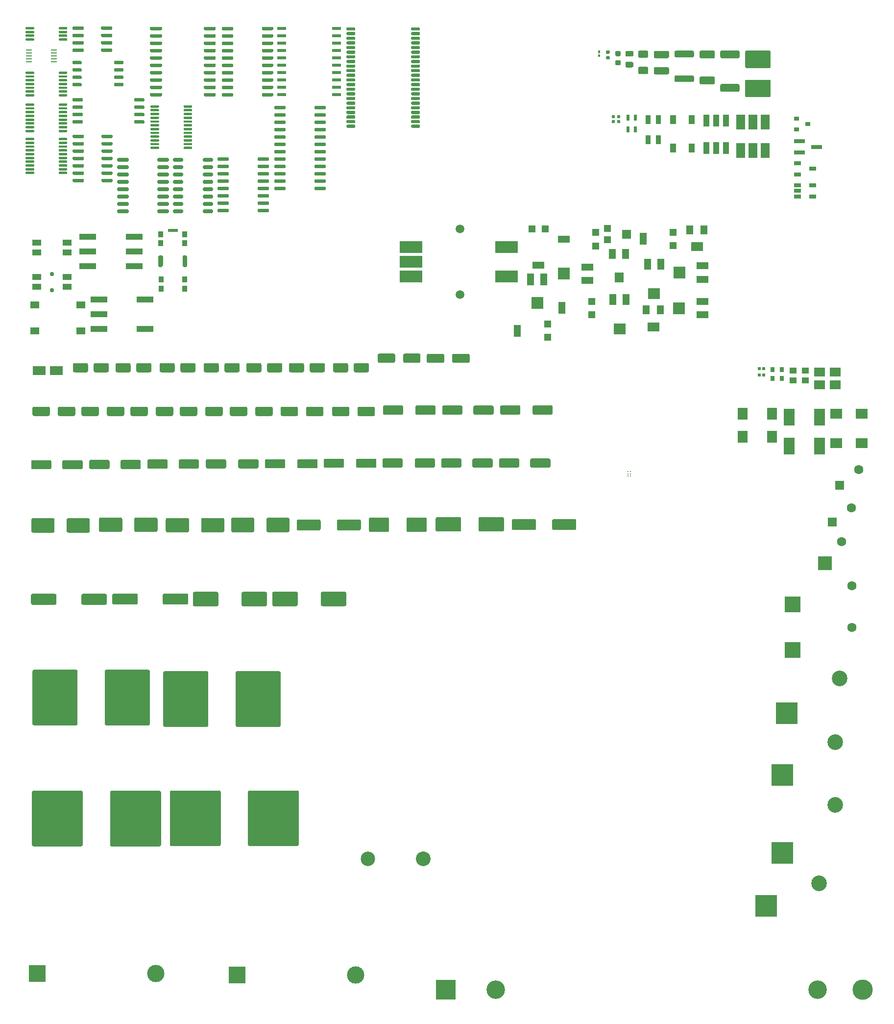
<source format=gbr>
%TF.GenerationSoftware,KiCad,Pcbnew,(5.1.10-1-10_14)*%
%TF.CreationDate,2021-10-26T13:01:22-04:00*%
%TF.ProjectId,SMD-board-panelize,534d442d-626f-4617-9264-2d70616e656c,rev?*%
%TF.SameCoordinates,Original*%
%TF.FileFunction,Soldermask,Top*%
%TF.FilePolarity,Negative*%
%FSLAX46Y46*%
G04 Gerber Fmt 4.6, Leading zero omitted, Abs format (unit mm)*
G04 Created by KiCad (PCBNEW (5.1.10-1-10_14)) date 2021-10-26 13:01:22*
%MOMM*%
%LPD*%
G01*
G04 APERTURE LIST*
%ADD10C,0.250000*%
%ADD11C,3.000000*%
%ADD12R,3.000000X3.000000*%
%ADD13R,3.700000X3.700000*%
%ADD14C,2.700000*%
%ADD15R,1.600000X1.600000*%
%ADD16C,1.600000*%
%ADD17R,2.700000X2.700000*%
%ADD18C,2.500000*%
%ADD19C,2.540000*%
%ADD20R,2.350000X2.350000*%
%ADD21C,3.500000*%
%ADD22R,3.500000X3.500000*%
%ADD23C,3.200000*%
%ADD24R,0.900000X1.000000*%
%ADD25R,1.700000X0.550000*%
%ADD26R,1.220000X0.650000*%
%ADD27R,1.900000X0.800000*%
%ADD28R,0.900000X0.800000*%
%ADD29R,2.000000X1.800000*%
%ADD30R,1.980000X3.000000*%
%ADD31R,1.800000X2.000000*%
%ADD32R,1.950000X1.650000*%
%ADD33R,1.300000X1.100000*%
%ADD34R,0.650000X0.850000*%
%ADD35R,0.500000X0.600000*%
%ADD36R,1.550000X1.300000*%
%ADD37C,0.750000*%
%ADD38R,1.550000X1.000000*%
%ADD39R,3.000000X1.000000*%
%ADD40R,1.300000X1.300000*%
%ADD41R,2.000000X1.300000*%
%ADD42R,2.000000X2.000000*%
%ADD43R,1.500000X1.600000*%
%ADD44R,1.200000X1.200000*%
%ADD45C,1.500000*%
%ADD46R,4.000000X2.000000*%
%ADD47R,1.200000X1.750000*%
%ADD48R,1.600000X1.750000*%
%ADD49R,1.300000X2.000000*%
%ADD50R,1.300000X1.900000*%
%ADD51R,2.000000X1.900000*%
%ADD52R,1.300000X1.600000*%
%ADD53R,2.000000X1.600000*%
%ADD54R,2.200000X1.600000*%
%ADD55R,0.500000X0.500000*%
%ADD56R,1.000000X1.500000*%
%ADD57R,0.850000X1.600000*%
%ADD58R,0.600000X1.000000*%
%ADD59R,1.600000X2.600000*%
%ADD60R,1.100000X2.000000*%
%ADD61R,1.500000X0.600000*%
%ADD62R,1.100000X0.250000*%
G04 APERTURE END LIST*
D10*
%TO.C,REF\u002A\u002A*%
X170660000Y75760000D03*
X170660000Y75360000D03*
X170660000Y74960000D03*
X171060000Y75760000D03*
X171060000Y75360000D03*
X171060000Y74960000D03*
%TD*%
D11*
%TO.C,REF\u002A\u002A*%
X89070000Y-10922000D03*
D12*
X68580000Y-10922000D03*
%TD*%
D13*
%TO.C,REF\u002A\u002A*%
X198120000Y34036000D03*
D14*
X207270000Y40036000D03*
%TD*%
D15*
%TO.C,REF\u002A\u002A*%
X205994000Y67056000D03*
D16*
X209244000Y69506000D03*
%TD*%
D17*
%TO.C,REF\u002A\u002A*%
X199136000Y44958000D03*
D16*
X209306000Y48808000D03*
%TD*%
%TO.C,REF\u002A\u002A*%
X210514000Y76056000D03*
D15*
X207264000Y73406000D03*
%TD*%
D13*
%TO.C,REF\u002A\u002A*%
X194564000Y762000D03*
D14*
X203714000Y4662000D03*
%TD*%
D18*
%TO.C,REF\u002A\u002A*%
X125730000Y8890000D03*
D19*
X135260000Y8890000D03*
%TD*%
D20*
%TO.C,REF\u002A\u002A*%
X204724000Y59944000D03*
D16*
X207599000Y63594000D03*
%TD*%
D17*
%TO.C,REF\u002A\u002A*%
X199136000Y52832000D03*
D16*
X209306000Y55982000D03*
%TD*%
D13*
%TO.C,REF\u002A\u002A*%
X197358000Y9906000D03*
D14*
X206508000Y18206000D03*
%TD*%
D13*
%TO.C,REF\u002A\u002A*%
X197358000Y23368000D03*
D14*
X206508000Y28968000D03*
%TD*%
D21*
%TO.C,REF\u002A\u002A*%
X211192000Y-13716000D03*
D22*
X139192000Y-13716000D03*
D23*
X147837000Y-13716000D03*
X203447000Y-13716000D03*
%TD*%
D11*
%TO.C,REF\u002A\u002A*%
X123614000Y-11176000D03*
D12*
X103124000Y-11176000D03*
%TD*%
%TO.C,REF\u002A\u002A*%
G36*
G01*
X89470000Y111290000D02*
X89470000Y112890000D01*
G75*
G02*
X89670000Y113090000I200000J0D01*
G01*
X90070000Y113090000D01*
G75*
G02*
X90270000Y112890000I0J-200000D01*
G01*
X90270000Y111290000D01*
G75*
G02*
X90070000Y111090000I-200000J0D01*
G01*
X89670000Y111090000D01*
G75*
G02*
X89470000Y111290000I0J200000D01*
G01*
G37*
G36*
G01*
X93670000Y111290000D02*
X93670000Y112890000D01*
G75*
G02*
X93870000Y113090000I200000J0D01*
G01*
X94270000Y113090000D01*
G75*
G02*
X94470000Y112890000I0J-200000D01*
G01*
X94470000Y111290000D01*
G75*
G02*
X94270000Y111090000I-200000J0D01*
G01*
X93870000Y111090000D01*
G75*
G02*
X93670000Y111290000I0J200000D01*
G01*
G37*
%TD*%
D24*
%TO.C,REF\u002A\u002A*%
X94070000Y107290000D03*
X94070000Y108890000D03*
X89970000Y107290000D03*
X89970000Y108890000D03*
%TD*%
D25*
%TO.C,REF\u002A\u002A*%
X91970000Y117385000D03*
D24*
X89920000Y116760000D03*
X89920000Y115160000D03*
X94020000Y116760000D03*
X94020000Y115160000D03*
%TD*%
%TO.C,REF\u002A\u002A*%
G36*
G01*
X133175000Y152042500D02*
X133175000Y152317500D01*
G75*
G02*
X133312500Y152455000I137500J0D01*
G01*
X134562500Y152455000D01*
G75*
G02*
X134700000Y152317500I0J-137500D01*
G01*
X134700000Y152042500D01*
G75*
G02*
X134562500Y151905000I-137500J0D01*
G01*
X133312500Y151905000D01*
G75*
G02*
X133175000Y152042500I0J137500D01*
G01*
G37*
G36*
G01*
X133175000Y151242500D02*
X133175000Y151517500D01*
G75*
G02*
X133312500Y151655000I137500J0D01*
G01*
X134562500Y151655000D01*
G75*
G02*
X134700000Y151517500I0J-137500D01*
G01*
X134700000Y151242500D01*
G75*
G02*
X134562500Y151105000I-137500J0D01*
G01*
X133312500Y151105000D01*
G75*
G02*
X133175000Y151242500I0J137500D01*
G01*
G37*
G36*
G01*
X133175000Y150442500D02*
X133175000Y150717500D01*
G75*
G02*
X133312500Y150855000I137500J0D01*
G01*
X134562500Y150855000D01*
G75*
G02*
X134700000Y150717500I0J-137500D01*
G01*
X134700000Y150442500D01*
G75*
G02*
X134562500Y150305000I-137500J0D01*
G01*
X133312500Y150305000D01*
G75*
G02*
X133175000Y150442500I0J137500D01*
G01*
G37*
G36*
G01*
X133175000Y149642500D02*
X133175000Y149917500D01*
G75*
G02*
X133312500Y150055000I137500J0D01*
G01*
X134562500Y150055000D01*
G75*
G02*
X134700000Y149917500I0J-137500D01*
G01*
X134700000Y149642500D01*
G75*
G02*
X134562500Y149505000I-137500J0D01*
G01*
X133312500Y149505000D01*
G75*
G02*
X133175000Y149642500I0J137500D01*
G01*
G37*
G36*
G01*
X133175000Y148842500D02*
X133175000Y149117500D01*
G75*
G02*
X133312500Y149255000I137500J0D01*
G01*
X134562500Y149255000D01*
G75*
G02*
X134700000Y149117500I0J-137500D01*
G01*
X134700000Y148842500D01*
G75*
G02*
X134562500Y148705000I-137500J0D01*
G01*
X133312500Y148705000D01*
G75*
G02*
X133175000Y148842500I0J137500D01*
G01*
G37*
G36*
G01*
X133175000Y148042500D02*
X133175000Y148317500D01*
G75*
G02*
X133312500Y148455000I137500J0D01*
G01*
X134562500Y148455000D01*
G75*
G02*
X134700000Y148317500I0J-137500D01*
G01*
X134700000Y148042500D01*
G75*
G02*
X134562500Y147905000I-137500J0D01*
G01*
X133312500Y147905000D01*
G75*
G02*
X133175000Y148042500I0J137500D01*
G01*
G37*
G36*
G01*
X133175000Y147242500D02*
X133175000Y147517500D01*
G75*
G02*
X133312500Y147655000I137500J0D01*
G01*
X134562500Y147655000D01*
G75*
G02*
X134700000Y147517500I0J-137500D01*
G01*
X134700000Y147242500D01*
G75*
G02*
X134562500Y147105000I-137500J0D01*
G01*
X133312500Y147105000D01*
G75*
G02*
X133175000Y147242500I0J137500D01*
G01*
G37*
G36*
G01*
X133175000Y146442500D02*
X133175000Y146717500D01*
G75*
G02*
X133312500Y146855000I137500J0D01*
G01*
X134562500Y146855000D01*
G75*
G02*
X134700000Y146717500I0J-137500D01*
G01*
X134700000Y146442500D01*
G75*
G02*
X134562500Y146305000I-137500J0D01*
G01*
X133312500Y146305000D01*
G75*
G02*
X133175000Y146442500I0J137500D01*
G01*
G37*
G36*
G01*
X133175000Y145642500D02*
X133175000Y145917500D01*
G75*
G02*
X133312500Y146055000I137500J0D01*
G01*
X134562500Y146055000D01*
G75*
G02*
X134700000Y145917500I0J-137500D01*
G01*
X134700000Y145642500D01*
G75*
G02*
X134562500Y145505000I-137500J0D01*
G01*
X133312500Y145505000D01*
G75*
G02*
X133175000Y145642500I0J137500D01*
G01*
G37*
G36*
G01*
X133175000Y144842500D02*
X133175000Y145117500D01*
G75*
G02*
X133312500Y145255000I137500J0D01*
G01*
X134562500Y145255000D01*
G75*
G02*
X134700000Y145117500I0J-137500D01*
G01*
X134700000Y144842500D01*
G75*
G02*
X134562500Y144705000I-137500J0D01*
G01*
X133312500Y144705000D01*
G75*
G02*
X133175000Y144842500I0J137500D01*
G01*
G37*
G36*
G01*
X133175000Y144042500D02*
X133175000Y144317500D01*
G75*
G02*
X133312500Y144455000I137500J0D01*
G01*
X134562500Y144455000D01*
G75*
G02*
X134700000Y144317500I0J-137500D01*
G01*
X134700000Y144042500D01*
G75*
G02*
X134562500Y143905000I-137500J0D01*
G01*
X133312500Y143905000D01*
G75*
G02*
X133175000Y144042500I0J137500D01*
G01*
G37*
G36*
G01*
X133175000Y143242500D02*
X133175000Y143517500D01*
G75*
G02*
X133312500Y143655000I137500J0D01*
G01*
X134562500Y143655000D01*
G75*
G02*
X134700000Y143517500I0J-137500D01*
G01*
X134700000Y143242500D01*
G75*
G02*
X134562500Y143105000I-137500J0D01*
G01*
X133312500Y143105000D01*
G75*
G02*
X133175000Y143242500I0J137500D01*
G01*
G37*
G36*
G01*
X133175000Y142442500D02*
X133175000Y142717500D01*
G75*
G02*
X133312500Y142855000I137500J0D01*
G01*
X134562500Y142855000D01*
G75*
G02*
X134700000Y142717500I0J-137500D01*
G01*
X134700000Y142442500D01*
G75*
G02*
X134562500Y142305000I-137500J0D01*
G01*
X133312500Y142305000D01*
G75*
G02*
X133175000Y142442500I0J137500D01*
G01*
G37*
G36*
G01*
X133175000Y141642500D02*
X133175000Y141917500D01*
G75*
G02*
X133312500Y142055000I137500J0D01*
G01*
X134562500Y142055000D01*
G75*
G02*
X134700000Y141917500I0J-137500D01*
G01*
X134700000Y141642500D01*
G75*
G02*
X134562500Y141505000I-137500J0D01*
G01*
X133312500Y141505000D01*
G75*
G02*
X133175000Y141642500I0J137500D01*
G01*
G37*
G36*
G01*
X133175000Y140842500D02*
X133175000Y141117500D01*
G75*
G02*
X133312500Y141255000I137500J0D01*
G01*
X134562500Y141255000D01*
G75*
G02*
X134700000Y141117500I0J-137500D01*
G01*
X134700000Y140842500D01*
G75*
G02*
X134562500Y140705000I-137500J0D01*
G01*
X133312500Y140705000D01*
G75*
G02*
X133175000Y140842500I0J137500D01*
G01*
G37*
G36*
G01*
X133175000Y140042500D02*
X133175000Y140317500D01*
G75*
G02*
X133312500Y140455000I137500J0D01*
G01*
X134562500Y140455000D01*
G75*
G02*
X134700000Y140317500I0J-137500D01*
G01*
X134700000Y140042500D01*
G75*
G02*
X134562500Y139905000I-137500J0D01*
G01*
X133312500Y139905000D01*
G75*
G02*
X133175000Y140042500I0J137500D01*
G01*
G37*
G36*
G01*
X133175000Y139242500D02*
X133175000Y139517500D01*
G75*
G02*
X133312500Y139655000I137500J0D01*
G01*
X134562500Y139655000D01*
G75*
G02*
X134700000Y139517500I0J-137500D01*
G01*
X134700000Y139242500D01*
G75*
G02*
X134562500Y139105000I-137500J0D01*
G01*
X133312500Y139105000D01*
G75*
G02*
X133175000Y139242500I0J137500D01*
G01*
G37*
G36*
G01*
X133175000Y138442500D02*
X133175000Y138717500D01*
G75*
G02*
X133312500Y138855000I137500J0D01*
G01*
X134562500Y138855000D01*
G75*
G02*
X134700000Y138717500I0J-137500D01*
G01*
X134700000Y138442500D01*
G75*
G02*
X134562500Y138305000I-137500J0D01*
G01*
X133312500Y138305000D01*
G75*
G02*
X133175000Y138442500I0J137500D01*
G01*
G37*
G36*
G01*
X133175000Y137642500D02*
X133175000Y137917500D01*
G75*
G02*
X133312500Y138055000I137500J0D01*
G01*
X134562500Y138055000D01*
G75*
G02*
X134700000Y137917500I0J-137500D01*
G01*
X134700000Y137642500D01*
G75*
G02*
X134562500Y137505000I-137500J0D01*
G01*
X133312500Y137505000D01*
G75*
G02*
X133175000Y137642500I0J137500D01*
G01*
G37*
G36*
G01*
X133175000Y136842500D02*
X133175000Y137117500D01*
G75*
G02*
X133312500Y137255000I137500J0D01*
G01*
X134562500Y137255000D01*
G75*
G02*
X134700000Y137117500I0J-137500D01*
G01*
X134700000Y136842500D01*
G75*
G02*
X134562500Y136705000I-137500J0D01*
G01*
X133312500Y136705000D01*
G75*
G02*
X133175000Y136842500I0J137500D01*
G01*
G37*
G36*
G01*
X133175000Y136042500D02*
X133175000Y136317500D01*
G75*
G02*
X133312500Y136455000I137500J0D01*
G01*
X134562500Y136455000D01*
G75*
G02*
X134700000Y136317500I0J-137500D01*
G01*
X134700000Y136042500D01*
G75*
G02*
X134562500Y135905000I-137500J0D01*
G01*
X133312500Y135905000D01*
G75*
G02*
X133175000Y136042500I0J137500D01*
G01*
G37*
G36*
G01*
X133175000Y135242500D02*
X133175000Y135517500D01*
G75*
G02*
X133312500Y135655000I137500J0D01*
G01*
X134562500Y135655000D01*
G75*
G02*
X134700000Y135517500I0J-137500D01*
G01*
X134700000Y135242500D01*
G75*
G02*
X134562500Y135105000I-137500J0D01*
G01*
X133312500Y135105000D01*
G75*
G02*
X133175000Y135242500I0J137500D01*
G01*
G37*
G36*
G01*
X122000000Y135242500D02*
X122000000Y135517500D01*
G75*
G02*
X122137500Y135655000I137500J0D01*
G01*
X123387500Y135655000D01*
G75*
G02*
X123525000Y135517500I0J-137500D01*
G01*
X123525000Y135242500D01*
G75*
G02*
X123387500Y135105000I-137500J0D01*
G01*
X122137500Y135105000D01*
G75*
G02*
X122000000Y135242500I0J137500D01*
G01*
G37*
G36*
G01*
X122000000Y136042500D02*
X122000000Y136317500D01*
G75*
G02*
X122137500Y136455000I137500J0D01*
G01*
X123387500Y136455000D01*
G75*
G02*
X123525000Y136317500I0J-137500D01*
G01*
X123525000Y136042500D01*
G75*
G02*
X123387500Y135905000I-137500J0D01*
G01*
X122137500Y135905000D01*
G75*
G02*
X122000000Y136042500I0J137500D01*
G01*
G37*
G36*
G01*
X122000000Y136842500D02*
X122000000Y137117500D01*
G75*
G02*
X122137500Y137255000I137500J0D01*
G01*
X123387500Y137255000D01*
G75*
G02*
X123525000Y137117500I0J-137500D01*
G01*
X123525000Y136842500D01*
G75*
G02*
X123387500Y136705000I-137500J0D01*
G01*
X122137500Y136705000D01*
G75*
G02*
X122000000Y136842500I0J137500D01*
G01*
G37*
G36*
G01*
X122000000Y137642500D02*
X122000000Y137917500D01*
G75*
G02*
X122137500Y138055000I137500J0D01*
G01*
X123387500Y138055000D01*
G75*
G02*
X123525000Y137917500I0J-137500D01*
G01*
X123525000Y137642500D01*
G75*
G02*
X123387500Y137505000I-137500J0D01*
G01*
X122137500Y137505000D01*
G75*
G02*
X122000000Y137642500I0J137500D01*
G01*
G37*
G36*
G01*
X122000000Y138442500D02*
X122000000Y138717500D01*
G75*
G02*
X122137500Y138855000I137500J0D01*
G01*
X123387500Y138855000D01*
G75*
G02*
X123525000Y138717500I0J-137500D01*
G01*
X123525000Y138442500D01*
G75*
G02*
X123387500Y138305000I-137500J0D01*
G01*
X122137500Y138305000D01*
G75*
G02*
X122000000Y138442500I0J137500D01*
G01*
G37*
G36*
G01*
X122000000Y139242500D02*
X122000000Y139517500D01*
G75*
G02*
X122137500Y139655000I137500J0D01*
G01*
X123387500Y139655000D01*
G75*
G02*
X123525000Y139517500I0J-137500D01*
G01*
X123525000Y139242500D01*
G75*
G02*
X123387500Y139105000I-137500J0D01*
G01*
X122137500Y139105000D01*
G75*
G02*
X122000000Y139242500I0J137500D01*
G01*
G37*
G36*
G01*
X122000000Y140042500D02*
X122000000Y140317500D01*
G75*
G02*
X122137500Y140455000I137500J0D01*
G01*
X123387500Y140455000D01*
G75*
G02*
X123525000Y140317500I0J-137500D01*
G01*
X123525000Y140042500D01*
G75*
G02*
X123387500Y139905000I-137500J0D01*
G01*
X122137500Y139905000D01*
G75*
G02*
X122000000Y140042500I0J137500D01*
G01*
G37*
G36*
G01*
X122000000Y140842500D02*
X122000000Y141117500D01*
G75*
G02*
X122137500Y141255000I137500J0D01*
G01*
X123387500Y141255000D01*
G75*
G02*
X123525000Y141117500I0J-137500D01*
G01*
X123525000Y140842500D01*
G75*
G02*
X123387500Y140705000I-137500J0D01*
G01*
X122137500Y140705000D01*
G75*
G02*
X122000000Y140842500I0J137500D01*
G01*
G37*
G36*
G01*
X122000000Y141642500D02*
X122000000Y141917500D01*
G75*
G02*
X122137500Y142055000I137500J0D01*
G01*
X123387500Y142055000D01*
G75*
G02*
X123525000Y141917500I0J-137500D01*
G01*
X123525000Y141642500D01*
G75*
G02*
X123387500Y141505000I-137500J0D01*
G01*
X122137500Y141505000D01*
G75*
G02*
X122000000Y141642500I0J137500D01*
G01*
G37*
G36*
G01*
X122000000Y142442500D02*
X122000000Y142717500D01*
G75*
G02*
X122137500Y142855000I137500J0D01*
G01*
X123387500Y142855000D01*
G75*
G02*
X123525000Y142717500I0J-137500D01*
G01*
X123525000Y142442500D01*
G75*
G02*
X123387500Y142305000I-137500J0D01*
G01*
X122137500Y142305000D01*
G75*
G02*
X122000000Y142442500I0J137500D01*
G01*
G37*
G36*
G01*
X122000000Y143242500D02*
X122000000Y143517500D01*
G75*
G02*
X122137500Y143655000I137500J0D01*
G01*
X123387500Y143655000D01*
G75*
G02*
X123525000Y143517500I0J-137500D01*
G01*
X123525000Y143242500D01*
G75*
G02*
X123387500Y143105000I-137500J0D01*
G01*
X122137500Y143105000D01*
G75*
G02*
X122000000Y143242500I0J137500D01*
G01*
G37*
G36*
G01*
X122000000Y144042500D02*
X122000000Y144317500D01*
G75*
G02*
X122137500Y144455000I137500J0D01*
G01*
X123387500Y144455000D01*
G75*
G02*
X123525000Y144317500I0J-137500D01*
G01*
X123525000Y144042500D01*
G75*
G02*
X123387500Y143905000I-137500J0D01*
G01*
X122137500Y143905000D01*
G75*
G02*
X122000000Y144042500I0J137500D01*
G01*
G37*
G36*
G01*
X122000000Y144842500D02*
X122000000Y145117500D01*
G75*
G02*
X122137500Y145255000I137500J0D01*
G01*
X123387500Y145255000D01*
G75*
G02*
X123525000Y145117500I0J-137500D01*
G01*
X123525000Y144842500D01*
G75*
G02*
X123387500Y144705000I-137500J0D01*
G01*
X122137500Y144705000D01*
G75*
G02*
X122000000Y144842500I0J137500D01*
G01*
G37*
G36*
G01*
X122000000Y145642500D02*
X122000000Y145917500D01*
G75*
G02*
X122137500Y146055000I137500J0D01*
G01*
X123387500Y146055000D01*
G75*
G02*
X123525000Y145917500I0J-137500D01*
G01*
X123525000Y145642500D01*
G75*
G02*
X123387500Y145505000I-137500J0D01*
G01*
X122137500Y145505000D01*
G75*
G02*
X122000000Y145642500I0J137500D01*
G01*
G37*
G36*
G01*
X122000000Y146442500D02*
X122000000Y146717500D01*
G75*
G02*
X122137500Y146855000I137500J0D01*
G01*
X123387500Y146855000D01*
G75*
G02*
X123525000Y146717500I0J-137500D01*
G01*
X123525000Y146442500D01*
G75*
G02*
X123387500Y146305000I-137500J0D01*
G01*
X122137500Y146305000D01*
G75*
G02*
X122000000Y146442500I0J137500D01*
G01*
G37*
G36*
G01*
X122000000Y147242500D02*
X122000000Y147517500D01*
G75*
G02*
X122137500Y147655000I137500J0D01*
G01*
X123387500Y147655000D01*
G75*
G02*
X123525000Y147517500I0J-137500D01*
G01*
X123525000Y147242500D01*
G75*
G02*
X123387500Y147105000I-137500J0D01*
G01*
X122137500Y147105000D01*
G75*
G02*
X122000000Y147242500I0J137500D01*
G01*
G37*
G36*
G01*
X122000000Y148042500D02*
X122000000Y148317500D01*
G75*
G02*
X122137500Y148455000I137500J0D01*
G01*
X123387500Y148455000D01*
G75*
G02*
X123525000Y148317500I0J-137500D01*
G01*
X123525000Y148042500D01*
G75*
G02*
X123387500Y147905000I-137500J0D01*
G01*
X122137500Y147905000D01*
G75*
G02*
X122000000Y148042500I0J137500D01*
G01*
G37*
G36*
G01*
X122000000Y148842500D02*
X122000000Y149117500D01*
G75*
G02*
X122137500Y149255000I137500J0D01*
G01*
X123387500Y149255000D01*
G75*
G02*
X123525000Y149117500I0J-137500D01*
G01*
X123525000Y148842500D01*
G75*
G02*
X123387500Y148705000I-137500J0D01*
G01*
X122137500Y148705000D01*
G75*
G02*
X122000000Y148842500I0J137500D01*
G01*
G37*
G36*
G01*
X122000000Y149642500D02*
X122000000Y149917500D01*
G75*
G02*
X122137500Y150055000I137500J0D01*
G01*
X123387500Y150055000D01*
G75*
G02*
X123525000Y149917500I0J-137500D01*
G01*
X123525000Y149642500D01*
G75*
G02*
X123387500Y149505000I-137500J0D01*
G01*
X122137500Y149505000D01*
G75*
G02*
X122000000Y149642500I0J137500D01*
G01*
G37*
G36*
G01*
X122000000Y150442500D02*
X122000000Y150717500D01*
G75*
G02*
X122137500Y150855000I137500J0D01*
G01*
X123387500Y150855000D01*
G75*
G02*
X123525000Y150717500I0J-137500D01*
G01*
X123525000Y150442500D01*
G75*
G02*
X123387500Y150305000I-137500J0D01*
G01*
X122137500Y150305000D01*
G75*
G02*
X122000000Y150442500I0J137500D01*
G01*
G37*
G36*
G01*
X122000000Y151242500D02*
X122000000Y151517500D01*
G75*
G02*
X122137500Y151655000I137500J0D01*
G01*
X123387500Y151655000D01*
G75*
G02*
X123525000Y151517500I0J-137500D01*
G01*
X123525000Y151242500D01*
G75*
G02*
X123387500Y151105000I-137500J0D01*
G01*
X122137500Y151105000D01*
G75*
G02*
X122000000Y151242500I0J137500D01*
G01*
G37*
G36*
G01*
X122000000Y152042500D02*
X122000000Y152317500D01*
G75*
G02*
X122137500Y152455000I137500J0D01*
G01*
X123387500Y152455000D01*
G75*
G02*
X123525000Y152317500I0J-137500D01*
G01*
X123525000Y152042500D01*
G75*
G02*
X123387500Y151905000I-137500J0D01*
G01*
X122137500Y151905000D01*
G75*
G02*
X122000000Y152042500I0J137500D01*
G01*
G37*
%TD*%
D26*
%TO.C,REF\u002A\u002A*%
X202540000Y125180000D03*
X202540000Y123280000D03*
X199920000Y123280000D03*
X199920000Y124230000D03*
X199920000Y125180000D03*
%TD*%
%TO.C,REF\u002A\u002A*%
X202570000Y128040000D03*
X199950000Y127090000D03*
X199950000Y128990000D03*
%TD*%
D27*
%TO.C,REF\u002A\u002A*%
X203280000Y131830000D03*
X200280000Y130880000D03*
X200280000Y132780000D03*
%TD*%
D28*
%TO.C,REF\u002A\u002A*%
X201770000Y135790000D03*
X199770000Y134840000D03*
X199770000Y136740000D03*
%TD*%
D29*
%TO.C,REF\u002A\u002A*%
X211022000Y80682000D03*
X206622000Y80682000D03*
X211022000Y85762000D03*
X206622000Y85762000D03*
%TD*%
D30*
%TO.C,REF\u002A\u002A*%
X198472000Y85182000D03*
X203732000Y85182000D03*
X203732000Y80182000D03*
X198472000Y80182000D03*
%TD*%
D31*
%TO.C,REF\u002A\u002A*%
X190482000Y85722000D03*
X195562000Y85722000D03*
X195562000Y81722000D03*
X190482000Y81722000D03*
%TD*%
D32*
%TO.C,REF\u002A\u002A*%
X203719000Y92910000D03*
X206469000Y92910000D03*
X206469000Y90710000D03*
X203719000Y90710000D03*
%TD*%
D33*
%TO.C,REF\u002A\u002A*%
X199174000Y93155000D03*
X201274000Y93155000D03*
X201274000Y91505000D03*
X199174000Y91505000D03*
%TD*%
D34*
%TO.C,REF\u002A\u002A*%
X195629000Y93375000D03*
X197279000Y93375000D03*
X197279000Y91825000D03*
X195629000Y91825000D03*
%TD*%
D35*
%TO.C,REF\u002A\u002A*%
X194130000Y93506000D03*
X194130000Y92406000D03*
X193330000Y92406000D03*
X193330000Y93506000D03*
%TD*%
D36*
%TO.C,REF\u002A\u002A*%
X76105000Y100020000D03*
X76105000Y104520000D03*
X68155000Y104520000D03*
X68155000Y100020000D03*
%TD*%
D37*
%TO.C,REF\u002A\u002A*%
X71085000Y109845000D03*
X71085000Y107095000D03*
D38*
X73710000Y109320000D03*
X68460000Y109320000D03*
X68460000Y107620000D03*
X73710000Y107620000D03*
%TD*%
D39*
%TO.C,REF\u002A\u002A*%
X87200000Y100370000D03*
X79200000Y100370000D03*
X79200000Y102910000D03*
X87200000Y105450000D03*
X79200000Y105450000D03*
%TD*%
%TO.C,REF\u002A\u002A*%
X85300000Y111190000D03*
X77300000Y111190000D03*
X85300000Y113730000D03*
X77300000Y113730000D03*
X85300000Y116270000D03*
X77300000Y116270000D03*
%TD*%
D38*
%TO.C,REF\u002A\u002A*%
X73715000Y115250000D03*
X68465000Y115250000D03*
X68465000Y113550000D03*
X73715000Y113550000D03*
%TD*%
D40*
%TO.C,REF\u002A\u002A*%
X165072000Y114720000D03*
D41*
X159572000Y115870000D03*
D40*
X165072000Y117020000D03*
%TD*%
D41*
%TO.C,REF\u002A\u002A*%
X163592000Y108790000D03*
D42*
X159592000Y109940000D03*
D41*
X163592000Y111090000D03*
%TD*%
D43*
%TO.C,REF\u002A\u002A*%
X170382000Y116750000D03*
D44*
X167132000Y115750000D03*
X167132000Y117750000D03*
%TD*%
D45*
%TO.C,REF\u002A\u002A*%
X141642000Y106330000D03*
X141642000Y117630000D03*
D46*
X149642000Y109480000D03*
X149642000Y114480000D03*
X133142000Y109480000D03*
X133142000Y111980000D03*
X133142000Y114480000D03*
%TD*%
D47*
%TO.C,REF\u002A\u002A*%
X167962000Y113345000D03*
D48*
X169112000Y109295000D03*
D47*
X170262000Y113345000D03*
%TD*%
D40*
%TO.C,REF\u002A\u002A*%
X154047000Y117665000D03*
D41*
X155202000Y111415000D03*
D40*
X156357000Y117665000D03*
%TD*%
D49*
%TO.C,REF\u002A\u002A*%
X153832000Y108900000D03*
D42*
X154982000Y104900000D03*
D49*
X156132000Y108900000D03*
%TD*%
D40*
%TO.C,REF\u002A\u002A*%
X178472000Y114790000D03*
D49*
X173272000Y115940000D03*
D40*
X178472000Y117090000D03*
%TD*%
D50*
%TO.C,REF\u002A\u002A*%
X174012000Y111570000D03*
D51*
X175162000Y106470000D03*
D50*
X176312000Y111570000D03*
%TD*%
D52*
%TO.C,REF\u002A\u002A*%
X181302000Y117480000D03*
D53*
X182552000Y114580000D03*
D52*
X183802000Y117480000D03*
%TD*%
D41*
%TO.C,REF\u002A\u002A*%
X183512000Y108960000D03*
D42*
X179512000Y110110000D03*
D41*
X183512000Y111260000D03*
%TD*%
D40*
%TO.C,REF\u002A\u002A*%
X164412000Y102840000D03*
D49*
X159212000Y103990000D03*
D40*
X164412000Y105140000D03*
%TD*%
D50*
%TO.C,REF\u002A\u002A*%
X168052000Y105460000D03*
D51*
X169202000Y100360000D03*
D50*
X170352000Y105460000D03*
%TD*%
D52*
%TO.C,REF\u002A\u002A*%
X173782000Y103640000D03*
D53*
X175032000Y100740000D03*
D52*
X176282000Y103640000D03*
%TD*%
D41*
%TO.C,REF\u002A\u002A*%
X183492000Y102810000D03*
D42*
X179492000Y103960000D03*
D41*
X183492000Y105110000D03*
%TD*%
D40*
%TO.C,REF\u002A\u002A*%
X156742000Y98900000D03*
D49*
X151542000Y100050000D03*
D40*
X156742000Y101200000D03*
%TD*%
%TO.C,REF\u002A\u002A*%
G36*
G01*
X104960000Y11299999D02*
X104960000Y20400001D01*
G75*
G02*
X105209999Y20650000I249999J0D01*
G01*
X113510001Y20650000D01*
G75*
G02*
X113760000Y20400001I0J-249999D01*
G01*
X113760000Y11299999D01*
G75*
G02*
X113510001Y11050000I-249999J0D01*
G01*
X105209999Y11050000D01*
G75*
G02*
X104960000Y11299999I0J249999D01*
G01*
G37*
G36*
G01*
X91460000Y11299999D02*
X91460000Y20400001D01*
G75*
G02*
X91709999Y20650000I249999J0D01*
G01*
X100010001Y20650000D01*
G75*
G02*
X100260000Y20400001I0J-249999D01*
G01*
X100260000Y11299999D01*
G75*
G02*
X100010001Y11050000I-249999J0D01*
G01*
X91709999Y11050000D01*
G75*
G02*
X91460000Y11299999I0J249999D01*
G01*
G37*
%TD*%
%TO.C,REF\u002A\u002A*%
G36*
G01*
X81130000Y11259999D02*
X81130000Y20360001D01*
G75*
G02*
X81379999Y20610000I249999J0D01*
G01*
X89680001Y20610000D01*
G75*
G02*
X89930000Y20360001I0J-249999D01*
G01*
X89930000Y11259999D01*
G75*
G02*
X89680001Y11010000I-249999J0D01*
G01*
X81379999Y11010000D01*
G75*
G02*
X81130000Y11259999I0J249999D01*
G01*
G37*
G36*
G01*
X67630000Y11259999D02*
X67630000Y20360001D01*
G75*
G02*
X67879999Y20610000I249999J0D01*
G01*
X76180001Y20610000D01*
G75*
G02*
X76430000Y20360001I0J-249999D01*
G01*
X76430000Y11259999D01*
G75*
G02*
X76180001Y11010000I-249999J0D01*
G01*
X67879999Y11010000D01*
G75*
G02*
X67630000Y11259999I0J249999D01*
G01*
G37*
%TD*%
%TO.C,REF\u002A\u002A*%
G36*
G01*
X102822000Y31901997D02*
X102822000Y41002003D01*
G75*
G02*
X103071997Y41252000I249997J0D01*
G01*
X110372003Y41252000D01*
G75*
G02*
X110622000Y41002003I0J-249997D01*
G01*
X110622000Y31901997D01*
G75*
G02*
X110372003Y31652000I-249997J0D01*
G01*
X103071997Y31652000D01*
G75*
G02*
X102822000Y31901997I0J249997D01*
G01*
G37*
G36*
G01*
X90322000Y31901997D02*
X90322000Y41002003D01*
G75*
G02*
X90571997Y41252000I249997J0D01*
G01*
X97872003Y41252000D01*
G75*
G02*
X98122000Y41002003I0J-249997D01*
G01*
X98122000Y31901997D01*
G75*
G02*
X97872003Y31652000I-249997J0D01*
G01*
X90571997Y31652000D01*
G75*
G02*
X90322000Y31901997I0J249997D01*
G01*
G37*
%TD*%
%TO.C,REF\u002A\u002A*%
G36*
G01*
X80216000Y32155997D02*
X80216000Y41256003D01*
G75*
G02*
X80465997Y41506000I249997J0D01*
G01*
X87766003Y41506000D01*
G75*
G02*
X88016000Y41256003I0J-249997D01*
G01*
X88016000Y32155997D01*
G75*
G02*
X87766003Y31906000I-249997J0D01*
G01*
X80465997Y31906000D01*
G75*
G02*
X80216000Y32155997I0J249997D01*
G01*
G37*
G36*
G01*
X67716000Y32155997D02*
X67716000Y41256003D01*
G75*
G02*
X67965997Y41506000I249997J0D01*
G01*
X75266003Y41506000D01*
G75*
G02*
X75516000Y41256003I0J-249997D01*
G01*
X75516000Y32155997D01*
G75*
G02*
X75266003Y31906000I-249997J0D01*
G01*
X67965997Y31906000D01*
G75*
G02*
X67716000Y32155997I0J249997D01*
G01*
G37*
%TD*%
%TO.C,REF\u002A\u002A*%
G36*
G01*
X117570000Y52740000D02*
X117570000Y54740000D01*
G75*
G02*
X117820000Y54990000I250000J0D01*
G01*
X121720000Y54990000D01*
G75*
G02*
X121970000Y54740000I0J-250000D01*
G01*
X121970000Y52740000D01*
G75*
G02*
X121720000Y52490000I-250000J0D01*
G01*
X117820000Y52490000D01*
G75*
G02*
X117570000Y52740000I0J250000D01*
G01*
G37*
G36*
G01*
X109170000Y52740000D02*
X109170000Y54740000D01*
G75*
G02*
X109420000Y54990000I250000J0D01*
G01*
X113320000Y54990000D01*
G75*
G02*
X113570000Y54740000I0J-250000D01*
G01*
X113570000Y52740000D01*
G75*
G02*
X113320000Y52490000I-250000J0D01*
G01*
X109420000Y52490000D01*
G75*
G02*
X109170000Y52740000I0J250000D01*
G01*
G37*
%TD*%
%TO.C,REF\u002A\u002A*%
G36*
G01*
X103854000Y52710000D02*
X103854000Y54710000D01*
G75*
G02*
X104104000Y54960000I250000J0D01*
G01*
X108004000Y54960000D01*
G75*
G02*
X108254000Y54710000I0J-250000D01*
G01*
X108254000Y52710000D01*
G75*
G02*
X108004000Y52460000I-250000J0D01*
G01*
X104104000Y52460000D01*
G75*
G02*
X103854000Y52710000I0J250000D01*
G01*
G37*
G36*
G01*
X95454000Y52710000D02*
X95454000Y54710000D01*
G75*
G02*
X95704000Y54960000I250000J0D01*
G01*
X99604000Y54960000D01*
G75*
G02*
X99854000Y54710000I0J-250000D01*
G01*
X99854000Y52710000D01*
G75*
G02*
X99604000Y52460000I-250000J0D01*
G01*
X95704000Y52460000D01*
G75*
G02*
X95454000Y52710000I0J250000D01*
G01*
G37*
%TD*%
%TO.C,REF\u002A\u002A*%
G36*
G01*
X90232000Y53020000D02*
X90232000Y54420000D01*
G75*
G02*
X90482000Y54670000I250000J0D01*
G01*
X94382000Y54670000D01*
G75*
G02*
X94632000Y54420000I0J-250000D01*
G01*
X94632000Y53020000D01*
G75*
G02*
X94382000Y52770000I-250000J0D01*
G01*
X90482000Y52770000D01*
G75*
G02*
X90232000Y53020000I0J250000D01*
G01*
G37*
G36*
G01*
X81532000Y53020000D02*
X81532000Y54420000D01*
G75*
G02*
X81782000Y54670000I250000J0D01*
G01*
X85682000Y54670000D01*
G75*
G02*
X85932000Y54420000I0J-250000D01*
G01*
X85932000Y53020000D01*
G75*
G02*
X85682000Y52770000I-250000J0D01*
G01*
X81782000Y52770000D01*
G75*
G02*
X81532000Y53020000I0J250000D01*
G01*
G37*
%TD*%
%TO.C,REF\u002A\u002A*%
G36*
G01*
X76180000Y52970000D02*
X76180000Y54370000D01*
G75*
G02*
X76430000Y54620000I250000J0D01*
G01*
X80330000Y54620000D01*
G75*
G02*
X80580000Y54370000I0J-250000D01*
G01*
X80580000Y52970000D01*
G75*
G02*
X80330000Y52720000I-250000J0D01*
G01*
X76430000Y52720000D01*
G75*
G02*
X76180000Y52970000I0J250000D01*
G01*
G37*
G36*
G01*
X67480000Y52970000D02*
X67480000Y54370000D01*
G75*
G02*
X67730000Y54620000I250000J0D01*
G01*
X71630000Y54620000D01*
G75*
G02*
X71880000Y54370000I0J-250000D01*
G01*
X71880000Y52970000D01*
G75*
G02*
X71630000Y52720000I-250000J0D01*
G01*
X67730000Y52720000D01*
G75*
G02*
X67480000Y52970000I0J250000D01*
G01*
G37*
%TD*%
%TO.C,REF\u002A\u002A*%
G36*
G01*
X157540000Y65890000D02*
X157540000Y67290000D01*
G75*
G02*
X157790000Y67540000I250000J0D01*
G01*
X161440000Y67540000D01*
G75*
G02*
X161690000Y67290000I0J-250000D01*
G01*
X161690000Y65890000D01*
G75*
G02*
X161440000Y65640000I-250000J0D01*
G01*
X157790000Y65640000D01*
G75*
G02*
X157540000Y65890000I0J250000D01*
G01*
G37*
G36*
G01*
X150590000Y65890000D02*
X150590000Y67290000D01*
G75*
G02*
X150840000Y67540000I250000J0D01*
G01*
X154490000Y67540000D01*
G75*
G02*
X154740000Y67290000I0J-250000D01*
G01*
X154740000Y65890000D01*
G75*
G02*
X154490000Y65640000I-250000J0D01*
G01*
X150840000Y65640000D01*
G75*
G02*
X150590000Y65890000I0J250000D01*
G01*
G37*
%TD*%
%TO.C,REF\u002A\u002A*%
G36*
G01*
X144820000Y65630000D02*
X144820000Y67630000D01*
G75*
G02*
X145070000Y67880000I250000J0D01*
G01*
X148970000Y67880000D01*
G75*
G02*
X149220000Y67630000I0J-250000D01*
G01*
X149220000Y65630000D01*
G75*
G02*
X148970000Y65380000I-250000J0D01*
G01*
X145070000Y65380000D01*
G75*
G02*
X144820000Y65630000I0J250000D01*
G01*
G37*
G36*
G01*
X137420000Y65630000D02*
X137420000Y67630000D01*
G75*
G02*
X137670000Y67880000I250000J0D01*
G01*
X141570000Y67880000D01*
G75*
G02*
X141820000Y67630000I0J-250000D01*
G01*
X141820000Y65630000D01*
G75*
G02*
X141570000Y65380000I-250000J0D01*
G01*
X137670000Y65380000D01*
G75*
G02*
X137420000Y65630000I0J250000D01*
G01*
G37*
%TD*%
%TO.C,REF\u002A\u002A*%
G36*
G01*
X132380000Y65560000D02*
X132380000Y67560000D01*
G75*
G02*
X132630000Y67810000I250000J0D01*
G01*
X135630000Y67810000D01*
G75*
G02*
X135880000Y67560000I0J-250000D01*
G01*
X135880000Y65560000D01*
G75*
G02*
X135630000Y65310000I-250000J0D01*
G01*
X132630000Y65310000D01*
G75*
G02*
X132380000Y65560000I0J250000D01*
G01*
G37*
G36*
G01*
X125880000Y65560000D02*
X125880000Y67560000D01*
G75*
G02*
X126130000Y67810000I250000J0D01*
G01*
X129130000Y67810000D01*
G75*
G02*
X129380000Y67560000I0J-250000D01*
G01*
X129380000Y65560000D01*
G75*
G02*
X129130000Y65310000I-250000J0D01*
G01*
X126130000Y65310000D01*
G75*
G02*
X125880000Y65560000I0J250000D01*
G01*
G37*
%TD*%
%TO.C,REF\u002A\u002A*%
G36*
G01*
X120330000Y65820000D02*
X120330000Y67220000D01*
G75*
G02*
X120580000Y67470000I250000J0D01*
G01*
X124230000Y67470000D01*
G75*
G02*
X124480000Y67220000I0J-250000D01*
G01*
X124480000Y65820000D01*
G75*
G02*
X124230000Y65570000I-250000J0D01*
G01*
X120580000Y65570000D01*
G75*
G02*
X120330000Y65820000I0J250000D01*
G01*
G37*
G36*
G01*
X113380000Y65820000D02*
X113380000Y67220000D01*
G75*
G02*
X113630000Y67470000I250000J0D01*
G01*
X117280000Y67470000D01*
G75*
G02*
X117530000Y67220000I0J-250000D01*
G01*
X117530000Y65820000D01*
G75*
G02*
X117280000Y65570000I-250000J0D01*
G01*
X113630000Y65570000D01*
G75*
G02*
X113380000Y65820000I0J250000D01*
G01*
G37*
%TD*%
%TO.C,REF\u002A\u002A*%
G36*
G01*
X108160000Y65520000D02*
X108160000Y67520000D01*
G75*
G02*
X108410000Y67770000I250000J0D01*
G01*
X111910000Y67770000D01*
G75*
G02*
X112160000Y67520000I0J-250000D01*
G01*
X112160000Y65520000D01*
G75*
G02*
X111910000Y65270000I-250000J0D01*
G01*
X108410000Y65270000D01*
G75*
G02*
X108160000Y65520000I0J250000D01*
G01*
G37*
G36*
G01*
X102060000Y65520000D02*
X102060000Y67520000D01*
G75*
G02*
X102310000Y67770000I250000J0D01*
G01*
X105810000Y67770000D01*
G75*
G02*
X106060000Y67520000I0J-250000D01*
G01*
X106060000Y65520000D01*
G75*
G02*
X105810000Y65270000I-250000J0D01*
G01*
X102310000Y65270000D01*
G75*
G02*
X102060000Y65520000I0J250000D01*
G01*
G37*
%TD*%
%TO.C,REF\u002A\u002A*%
G36*
G01*
X96870000Y65480000D02*
X96870000Y67480000D01*
G75*
G02*
X97120000Y67730000I250000J0D01*
G01*
X100620000Y67730000D01*
G75*
G02*
X100870000Y67480000I0J-250000D01*
G01*
X100870000Y65480000D01*
G75*
G02*
X100620000Y65230000I-250000J0D01*
G01*
X97120000Y65230000D01*
G75*
G02*
X96870000Y65480000I0J250000D01*
G01*
G37*
G36*
G01*
X90770000Y65480000D02*
X90770000Y67480000D01*
G75*
G02*
X91020000Y67730000I250000J0D01*
G01*
X94520000Y67730000D01*
G75*
G02*
X94770000Y67480000I0J-250000D01*
G01*
X94770000Y65480000D01*
G75*
G02*
X94520000Y65230000I-250000J0D01*
G01*
X91020000Y65230000D01*
G75*
G02*
X90770000Y65480000I0J250000D01*
G01*
G37*
%TD*%
%TO.C,REF\u002A\u002A*%
G36*
G01*
X85338000Y65554000D02*
X85338000Y67554000D01*
G75*
G02*
X85588000Y67804000I250000J0D01*
G01*
X89088000Y67804000D01*
G75*
G02*
X89338000Y67554000I0J-250000D01*
G01*
X89338000Y65554000D01*
G75*
G02*
X89088000Y65304000I-250000J0D01*
G01*
X85588000Y65304000D01*
G75*
G02*
X85338000Y65554000I0J250000D01*
G01*
G37*
G36*
G01*
X79238000Y65554000D02*
X79238000Y67554000D01*
G75*
G02*
X79488000Y67804000I250000J0D01*
G01*
X82988000Y67804000D01*
G75*
G02*
X83238000Y67554000I0J-250000D01*
G01*
X83238000Y65554000D01*
G75*
G02*
X82988000Y65304000I-250000J0D01*
G01*
X79488000Y65304000D01*
G75*
G02*
X79238000Y65554000I0J250000D01*
G01*
G37*
%TD*%
%TO.C,REF\u002A\u002A*%
G36*
G01*
X73640000Y65440000D02*
X73640000Y67440000D01*
G75*
G02*
X73890000Y67690000I250000J0D01*
G01*
X77390000Y67690000D01*
G75*
G02*
X77640000Y67440000I0J-250000D01*
G01*
X77640000Y65440000D01*
G75*
G02*
X77390000Y65190000I-250000J0D01*
G01*
X73890000Y65190000D01*
G75*
G02*
X73640000Y65440000I0J250000D01*
G01*
G37*
G36*
G01*
X67540000Y65440000D02*
X67540000Y67440000D01*
G75*
G02*
X67790000Y67690000I250000J0D01*
G01*
X71290000Y67690000D01*
G75*
G02*
X71540000Y67440000I0J-250000D01*
G01*
X71540000Y65440000D01*
G75*
G02*
X71290000Y65190000I-250000J0D01*
G01*
X67790000Y65190000D01*
G75*
G02*
X67540000Y65440000I0J250000D01*
G01*
G37*
%TD*%
%TO.C,REF\u002A\u002A*%
G36*
G01*
X154148000Y85824000D02*
X154148000Y86924000D01*
G75*
G02*
X154398000Y87174000I250000J0D01*
G01*
X157398000Y87174000D01*
G75*
G02*
X157648000Y86924000I0J-250000D01*
G01*
X157648000Y85824000D01*
G75*
G02*
X157398000Y85574000I-250000J0D01*
G01*
X154398000Y85574000D01*
G75*
G02*
X154148000Y85824000I0J250000D01*
G01*
G37*
G36*
G01*
X148548000Y85824000D02*
X148548000Y86924000D01*
G75*
G02*
X148798000Y87174000I250000J0D01*
G01*
X151798000Y87174000D01*
G75*
G02*
X152048000Y86924000I0J-250000D01*
G01*
X152048000Y85824000D01*
G75*
G02*
X151798000Y85574000I-250000J0D01*
G01*
X148798000Y85574000D01*
G75*
G02*
X148548000Y85824000I0J250000D01*
G01*
G37*
%TD*%
%TO.C,REF\u002A\u002A*%
G36*
G01*
X143928000Y85804000D02*
X143928000Y86904000D01*
G75*
G02*
X144178000Y87154000I250000J0D01*
G01*
X147178000Y87154000D01*
G75*
G02*
X147428000Y86904000I0J-250000D01*
G01*
X147428000Y85804000D01*
G75*
G02*
X147178000Y85554000I-250000J0D01*
G01*
X144178000Y85554000D01*
G75*
G02*
X143928000Y85804000I0J250000D01*
G01*
G37*
G36*
G01*
X138528000Y85804000D02*
X138528000Y86904000D01*
G75*
G02*
X138778000Y87154000I250000J0D01*
G01*
X141778000Y87154000D01*
G75*
G02*
X142028000Y86904000I0J-250000D01*
G01*
X142028000Y85804000D01*
G75*
G02*
X141778000Y85554000I-250000J0D01*
G01*
X138778000Y85554000D01*
G75*
G02*
X138528000Y85804000I0J250000D01*
G01*
G37*
%TD*%
%TO.C,REF\u002A\u002A*%
G36*
G01*
X133898000Y85804000D02*
X133898000Y86904000D01*
G75*
G02*
X134148000Y87154000I250000J0D01*
G01*
X137148000Y87154000D01*
G75*
G02*
X137398000Y86904000I0J-250000D01*
G01*
X137398000Y85804000D01*
G75*
G02*
X137148000Y85554000I-250000J0D01*
G01*
X134148000Y85554000D01*
G75*
G02*
X133898000Y85804000I0J250000D01*
G01*
G37*
G36*
G01*
X128298000Y85804000D02*
X128298000Y86904000D01*
G75*
G02*
X128548000Y87154000I250000J0D01*
G01*
X131548000Y87154000D01*
G75*
G02*
X131798000Y86904000I0J-250000D01*
G01*
X131798000Y85804000D01*
G75*
G02*
X131548000Y85554000I-250000J0D01*
G01*
X128548000Y85554000D01*
G75*
G02*
X128298000Y85804000I0J250000D01*
G01*
G37*
%TD*%
%TO.C,REF\u002A\u002A*%
G36*
G01*
X153750000Y76660000D02*
X153750000Y77760000D01*
G75*
G02*
X154000000Y78010000I250000J0D01*
G01*
X157000000Y78010000D01*
G75*
G02*
X157250000Y77760000I0J-250000D01*
G01*
X157250000Y76660000D01*
G75*
G02*
X157000000Y76410000I-250000J0D01*
G01*
X154000000Y76410000D01*
G75*
G02*
X153750000Y76660000I0J250000D01*
G01*
G37*
G36*
G01*
X148350000Y76660000D02*
X148350000Y77760000D01*
G75*
G02*
X148600000Y78010000I250000J0D01*
G01*
X151600000Y78010000D01*
G75*
G02*
X151850000Y77760000I0J-250000D01*
G01*
X151850000Y76660000D01*
G75*
G02*
X151600000Y76410000I-250000J0D01*
G01*
X148600000Y76410000D01*
G75*
G02*
X148350000Y76660000I0J250000D01*
G01*
G37*
%TD*%
%TO.C,REF\u002A\u002A*%
G36*
G01*
X143760000Y76660000D02*
X143760000Y77760000D01*
G75*
G02*
X144010000Y78010000I250000J0D01*
G01*
X147010000Y78010000D01*
G75*
G02*
X147260000Y77760000I0J-250000D01*
G01*
X147260000Y76660000D01*
G75*
G02*
X147010000Y76410000I-250000J0D01*
G01*
X144010000Y76410000D01*
G75*
G02*
X143760000Y76660000I0J250000D01*
G01*
G37*
G36*
G01*
X138360000Y76660000D02*
X138360000Y77760000D01*
G75*
G02*
X138610000Y78010000I250000J0D01*
G01*
X141610000Y78010000D01*
G75*
G02*
X141860000Y77760000I0J-250000D01*
G01*
X141860000Y76660000D01*
G75*
G02*
X141610000Y76410000I-250000J0D01*
G01*
X138610000Y76410000D01*
G75*
G02*
X138360000Y76660000I0J250000D01*
G01*
G37*
%TD*%
%TO.C,REF\u002A\u002A*%
G36*
G01*
X133800000Y76670000D02*
X133800000Y77770000D01*
G75*
G02*
X134050000Y78020000I250000J0D01*
G01*
X137050000Y78020000D01*
G75*
G02*
X137300000Y77770000I0J-250000D01*
G01*
X137300000Y76670000D01*
G75*
G02*
X137050000Y76420000I-250000J0D01*
G01*
X134050000Y76420000D01*
G75*
G02*
X133800000Y76670000I0J250000D01*
G01*
G37*
G36*
G01*
X128200000Y76670000D02*
X128200000Y77770000D01*
G75*
G02*
X128450000Y78020000I250000J0D01*
G01*
X131450000Y78020000D01*
G75*
G02*
X131700000Y77770000I0J-250000D01*
G01*
X131700000Y76670000D01*
G75*
G02*
X131450000Y76420000I-250000J0D01*
G01*
X128450000Y76420000D01*
G75*
G02*
X128200000Y76670000I0J250000D01*
G01*
G37*
%TD*%
%TO.C,REF\u002A\u002A*%
G36*
G01*
X123670000Y76630000D02*
X123670000Y77730000D01*
G75*
G02*
X123920000Y77980000I250000J0D01*
G01*
X126920000Y77980000D01*
G75*
G02*
X127170000Y77730000I0J-250000D01*
G01*
X127170000Y76630000D01*
G75*
G02*
X126920000Y76380000I-250000J0D01*
G01*
X123920000Y76380000D01*
G75*
G02*
X123670000Y76630000I0J250000D01*
G01*
G37*
G36*
G01*
X118070000Y76630000D02*
X118070000Y77730000D01*
G75*
G02*
X118320000Y77980000I250000J0D01*
G01*
X121320000Y77980000D01*
G75*
G02*
X121570000Y77730000I0J-250000D01*
G01*
X121570000Y76630000D01*
G75*
G02*
X121320000Y76380000I-250000J0D01*
G01*
X118320000Y76380000D01*
G75*
G02*
X118070000Y76630000I0J250000D01*
G01*
G37*
%TD*%
%TO.C,REF\u002A\u002A*%
G36*
G01*
X113510000Y76550000D02*
X113510000Y77650000D01*
G75*
G02*
X113760000Y77900000I250000J0D01*
G01*
X116760000Y77900000D01*
G75*
G02*
X117010000Y77650000I0J-250000D01*
G01*
X117010000Y76550000D01*
G75*
G02*
X116760000Y76300000I-250000J0D01*
G01*
X113760000Y76300000D01*
G75*
G02*
X113510000Y76550000I0J250000D01*
G01*
G37*
G36*
G01*
X107910000Y76550000D02*
X107910000Y77650000D01*
G75*
G02*
X108160000Y77900000I250000J0D01*
G01*
X111160000Y77900000D01*
G75*
G02*
X111410000Y77650000I0J-250000D01*
G01*
X111410000Y76550000D01*
G75*
G02*
X111160000Y76300000I-250000J0D01*
G01*
X108160000Y76300000D01*
G75*
G02*
X107910000Y76550000I0J250000D01*
G01*
G37*
%TD*%
%TO.C,REF\u002A\u002A*%
G36*
G01*
X103290000Y76528000D02*
X103290000Y77628000D01*
G75*
G02*
X103540000Y77878000I250000J0D01*
G01*
X106540000Y77878000D01*
G75*
G02*
X106790000Y77628000I0J-250000D01*
G01*
X106790000Y76528000D01*
G75*
G02*
X106540000Y76278000I-250000J0D01*
G01*
X103540000Y76278000D01*
G75*
G02*
X103290000Y76528000I0J250000D01*
G01*
G37*
G36*
G01*
X97690000Y76528000D02*
X97690000Y77628000D01*
G75*
G02*
X97940000Y77878000I250000J0D01*
G01*
X100940000Y77878000D01*
G75*
G02*
X101190000Y77628000I0J-250000D01*
G01*
X101190000Y76528000D01*
G75*
G02*
X100940000Y76278000I-250000J0D01*
G01*
X97940000Y76278000D01*
G75*
G02*
X97690000Y76528000I0J250000D01*
G01*
G37*
%TD*%
%TO.C,REF\u002A\u002A*%
G36*
G01*
X92990000Y76490000D02*
X92990000Y77590000D01*
G75*
G02*
X93240000Y77840000I250000J0D01*
G01*
X96240000Y77840000D01*
G75*
G02*
X96490000Y77590000I0J-250000D01*
G01*
X96490000Y76490000D01*
G75*
G02*
X96240000Y76240000I-250000J0D01*
G01*
X93240000Y76240000D01*
G75*
G02*
X92990000Y76490000I0J250000D01*
G01*
G37*
G36*
G01*
X87590000Y76490000D02*
X87590000Y77590000D01*
G75*
G02*
X87840000Y77840000I250000J0D01*
G01*
X90840000Y77840000D01*
G75*
G02*
X91090000Y77590000I0J-250000D01*
G01*
X91090000Y76490000D01*
G75*
G02*
X90840000Y76240000I-250000J0D01*
G01*
X87840000Y76240000D01*
G75*
G02*
X87590000Y76490000I0J250000D01*
G01*
G37*
%TD*%
%TO.C,REF\u002A\u002A*%
G36*
G01*
X82940000Y76410000D02*
X82940000Y77510000D01*
G75*
G02*
X83190000Y77760000I250000J0D01*
G01*
X86190000Y77760000D01*
G75*
G02*
X86440000Y77510000I0J-250000D01*
G01*
X86440000Y76410000D01*
G75*
G02*
X86190000Y76160000I-250000J0D01*
G01*
X83190000Y76160000D01*
G75*
G02*
X82940000Y76410000I0J250000D01*
G01*
G37*
G36*
G01*
X77540000Y76410000D02*
X77540000Y77510000D01*
G75*
G02*
X77790000Y77760000I250000J0D01*
G01*
X80790000Y77760000D01*
G75*
G02*
X81040000Y77510000I0J-250000D01*
G01*
X81040000Y76410000D01*
G75*
G02*
X80790000Y76160000I-250000J0D01*
G01*
X77790000Y76160000D01*
G75*
G02*
X77540000Y76410000I0J250000D01*
G01*
G37*
%TD*%
%TO.C,REF\u002A\u002A*%
G36*
G01*
X72890000Y76380000D02*
X72890000Y77480000D01*
G75*
G02*
X73140000Y77730000I250000J0D01*
G01*
X76140000Y77730000D01*
G75*
G02*
X76390000Y77480000I0J-250000D01*
G01*
X76390000Y76380000D01*
G75*
G02*
X76140000Y76130000I-250000J0D01*
G01*
X73140000Y76130000D01*
G75*
G02*
X72890000Y76380000I0J250000D01*
G01*
G37*
G36*
G01*
X67490000Y76380000D02*
X67490000Y77480000D01*
G75*
G02*
X67740000Y77730000I250000J0D01*
G01*
X70740000Y77730000D01*
G75*
G02*
X70990000Y77480000I0J-250000D01*
G01*
X70990000Y76380000D01*
G75*
G02*
X70740000Y76130000I-250000J0D01*
G01*
X67740000Y76130000D01*
G75*
G02*
X67490000Y76380000I0J250000D01*
G01*
G37*
%TD*%
%TO.C,REF\u002A\u002A*%
G36*
G01*
X140268000Y94754000D02*
X140268000Y95854000D01*
G75*
G02*
X140518000Y96104000I250000J0D01*
G01*
X143018000Y96104000D01*
G75*
G02*
X143268000Y95854000I0J-250000D01*
G01*
X143268000Y94754000D01*
G75*
G02*
X143018000Y94504000I-250000J0D01*
G01*
X140518000Y94504000D01*
G75*
G02*
X140268000Y94754000I0J250000D01*
G01*
G37*
G36*
G01*
X135868000Y94754000D02*
X135868000Y95854000D01*
G75*
G02*
X136118000Y96104000I250000J0D01*
G01*
X138618000Y96104000D01*
G75*
G02*
X138868000Y95854000I0J-250000D01*
G01*
X138868000Y94754000D01*
G75*
G02*
X138618000Y94504000I-250000J0D01*
G01*
X136118000Y94504000D01*
G75*
G02*
X135868000Y94754000I0J250000D01*
G01*
G37*
%TD*%
%TO.C,REF\u002A\u002A*%
G36*
G01*
X131798000Y94764000D02*
X131798000Y95864000D01*
G75*
G02*
X132048000Y96114000I250000J0D01*
G01*
X134548000Y96114000D01*
G75*
G02*
X134798000Y95864000I0J-250000D01*
G01*
X134798000Y94764000D01*
G75*
G02*
X134548000Y94514000I-250000J0D01*
G01*
X132048000Y94514000D01*
G75*
G02*
X131798000Y94764000I0J250000D01*
G01*
G37*
G36*
G01*
X127398000Y94764000D02*
X127398000Y95864000D01*
G75*
G02*
X127648000Y96114000I250000J0D01*
G01*
X130148000Y96114000D01*
G75*
G02*
X130398000Y95864000I0J-250000D01*
G01*
X130398000Y94764000D01*
G75*
G02*
X130148000Y94514000I-250000J0D01*
G01*
X127648000Y94514000D01*
G75*
G02*
X127398000Y94764000I0J250000D01*
G01*
G37*
%TD*%
%TO.C,REF\u002A\u002A*%
G36*
G01*
X123902000Y85580000D02*
X123902000Y86680000D01*
G75*
G02*
X124152000Y86930000I250000J0D01*
G01*
X126652000Y86930000D01*
G75*
G02*
X126902000Y86680000I0J-250000D01*
G01*
X126902000Y85580000D01*
G75*
G02*
X126652000Y85330000I-250000J0D01*
G01*
X124152000Y85330000D01*
G75*
G02*
X123902000Y85580000I0J250000D01*
G01*
G37*
G36*
G01*
X119502000Y85580000D02*
X119502000Y86680000D01*
G75*
G02*
X119752000Y86930000I250000J0D01*
G01*
X122252000Y86930000D01*
G75*
G02*
X122502000Y86680000I0J-250000D01*
G01*
X122502000Y85580000D01*
G75*
G02*
X122252000Y85330000I-250000J0D01*
G01*
X119752000Y85330000D01*
G75*
G02*
X119502000Y85580000I0J250000D01*
G01*
G37*
%TD*%
%TO.C,REF\u002A\u002A*%
G36*
G01*
X115012000Y85580000D02*
X115012000Y86680000D01*
G75*
G02*
X115262000Y86930000I250000J0D01*
G01*
X117762000Y86930000D01*
G75*
G02*
X118012000Y86680000I0J-250000D01*
G01*
X118012000Y85580000D01*
G75*
G02*
X117762000Y85330000I-250000J0D01*
G01*
X115262000Y85330000D01*
G75*
G02*
X115012000Y85580000I0J250000D01*
G01*
G37*
G36*
G01*
X110612000Y85580000D02*
X110612000Y86680000D01*
G75*
G02*
X110862000Y86930000I250000J0D01*
G01*
X113362000Y86930000D01*
G75*
G02*
X113612000Y86680000I0J-250000D01*
G01*
X113612000Y85580000D01*
G75*
G02*
X113362000Y85330000I-250000J0D01*
G01*
X110862000Y85330000D01*
G75*
G02*
X110612000Y85580000I0J250000D01*
G01*
G37*
%TD*%
%TO.C,REF\u002A\u002A*%
G36*
G01*
X106238000Y85600000D02*
X106238000Y86700000D01*
G75*
G02*
X106488000Y86950000I250000J0D01*
G01*
X108988000Y86950000D01*
G75*
G02*
X109238000Y86700000I0J-250000D01*
G01*
X109238000Y85600000D01*
G75*
G02*
X108988000Y85350000I-250000J0D01*
G01*
X106488000Y85350000D01*
G75*
G02*
X106238000Y85600000I0J250000D01*
G01*
G37*
G36*
G01*
X101838000Y85600000D02*
X101838000Y86700000D01*
G75*
G02*
X102088000Y86950000I250000J0D01*
G01*
X104588000Y86950000D01*
G75*
G02*
X104838000Y86700000I0J-250000D01*
G01*
X104838000Y85600000D01*
G75*
G02*
X104588000Y85350000I-250000J0D01*
G01*
X102088000Y85350000D01*
G75*
G02*
X101838000Y85600000I0J250000D01*
G01*
G37*
%TD*%
%TO.C,REF\u002A\u002A*%
G36*
G01*
X97598000Y85600000D02*
X97598000Y86700000D01*
G75*
G02*
X97848000Y86950000I250000J0D01*
G01*
X100348000Y86950000D01*
G75*
G02*
X100598000Y86700000I0J-250000D01*
G01*
X100598000Y85600000D01*
G75*
G02*
X100348000Y85350000I-250000J0D01*
G01*
X97848000Y85350000D01*
G75*
G02*
X97598000Y85600000I0J250000D01*
G01*
G37*
G36*
G01*
X93198000Y85600000D02*
X93198000Y86700000D01*
G75*
G02*
X93448000Y86950000I250000J0D01*
G01*
X95948000Y86950000D01*
G75*
G02*
X96198000Y86700000I0J-250000D01*
G01*
X96198000Y85600000D01*
G75*
G02*
X95948000Y85350000I-250000J0D01*
G01*
X93448000Y85350000D01*
G75*
G02*
X93198000Y85600000I0J250000D01*
G01*
G37*
%TD*%
%TO.C,REF\u002A\u002A*%
G36*
G01*
X89048000Y85600000D02*
X89048000Y86700000D01*
G75*
G02*
X89298000Y86950000I250000J0D01*
G01*
X91798000Y86950000D01*
G75*
G02*
X92048000Y86700000I0J-250000D01*
G01*
X92048000Y85600000D01*
G75*
G02*
X91798000Y85350000I-250000J0D01*
G01*
X89298000Y85350000D01*
G75*
G02*
X89048000Y85600000I0J250000D01*
G01*
G37*
G36*
G01*
X84648000Y85600000D02*
X84648000Y86700000D01*
G75*
G02*
X84898000Y86950000I250000J0D01*
G01*
X87398000Y86950000D01*
G75*
G02*
X87648000Y86700000I0J-250000D01*
G01*
X87648000Y85600000D01*
G75*
G02*
X87398000Y85350000I-250000J0D01*
G01*
X84898000Y85350000D01*
G75*
G02*
X84648000Y85600000I0J250000D01*
G01*
G37*
%TD*%
%TO.C,REF\u002A\u002A*%
G36*
G01*
X80602000Y85600000D02*
X80602000Y86700000D01*
G75*
G02*
X80852000Y86950000I250000J0D01*
G01*
X83352000Y86950000D01*
G75*
G02*
X83602000Y86700000I0J-250000D01*
G01*
X83602000Y85600000D01*
G75*
G02*
X83352000Y85350000I-250000J0D01*
G01*
X80852000Y85350000D01*
G75*
G02*
X80602000Y85600000I0J250000D01*
G01*
G37*
G36*
G01*
X76202000Y85600000D02*
X76202000Y86700000D01*
G75*
G02*
X76452000Y86950000I250000J0D01*
G01*
X78952000Y86950000D01*
G75*
G02*
X79202000Y86700000I0J-250000D01*
G01*
X79202000Y85600000D01*
G75*
G02*
X78952000Y85350000I-250000J0D01*
G01*
X76452000Y85350000D01*
G75*
G02*
X76202000Y85600000I0J250000D01*
G01*
G37*
%TD*%
%TO.C,REF\u002A\u002A*%
G36*
G01*
X72112000Y85600000D02*
X72112000Y86700000D01*
G75*
G02*
X72362000Y86950000I250000J0D01*
G01*
X74862000Y86950000D01*
G75*
G02*
X75112000Y86700000I0J-250000D01*
G01*
X75112000Y85600000D01*
G75*
G02*
X74862000Y85350000I-250000J0D01*
G01*
X72362000Y85350000D01*
G75*
G02*
X72112000Y85600000I0J250000D01*
G01*
G37*
G36*
G01*
X67712000Y85600000D02*
X67712000Y86700000D01*
G75*
G02*
X67962000Y86950000I250000J0D01*
G01*
X70462000Y86950000D01*
G75*
G02*
X70712000Y86700000I0J-250000D01*
G01*
X70712000Y85600000D01*
G75*
G02*
X70462000Y85350000I-250000J0D01*
G01*
X67962000Y85350000D01*
G75*
G02*
X67712000Y85600000I0J250000D01*
G01*
G37*
%TD*%
%TO.C,REF\u002A\u002A*%
G36*
G01*
X123270000Y93132000D02*
X123270000Y94232000D01*
G75*
G02*
X123520000Y94482000I250000J0D01*
G01*
X125620000Y94482000D01*
G75*
G02*
X125870000Y94232000I0J-250000D01*
G01*
X125870000Y93132000D01*
G75*
G02*
X125620000Y92882000I-250000J0D01*
G01*
X123520000Y92882000D01*
G75*
G02*
X123270000Y93132000I0J250000D01*
G01*
G37*
G36*
G01*
X119670000Y93132000D02*
X119670000Y94232000D01*
G75*
G02*
X119920000Y94482000I250000J0D01*
G01*
X122020000Y94482000D01*
G75*
G02*
X122270000Y94232000I0J-250000D01*
G01*
X122270000Y93132000D01*
G75*
G02*
X122020000Y92882000I-250000J0D01*
G01*
X119920000Y92882000D01*
G75*
G02*
X119670000Y93132000I0J250000D01*
G01*
G37*
%TD*%
%TO.C,REF\u002A\u002A*%
G36*
G01*
X115650000Y93132000D02*
X115650000Y94232000D01*
G75*
G02*
X115900000Y94482000I250000J0D01*
G01*
X118000000Y94482000D01*
G75*
G02*
X118250000Y94232000I0J-250000D01*
G01*
X118250000Y93132000D01*
G75*
G02*
X118000000Y92882000I-250000J0D01*
G01*
X115900000Y92882000D01*
G75*
G02*
X115650000Y93132000I0J250000D01*
G01*
G37*
G36*
G01*
X112050000Y93132000D02*
X112050000Y94232000D01*
G75*
G02*
X112300000Y94482000I250000J0D01*
G01*
X114400000Y94482000D01*
G75*
G02*
X114650000Y94232000I0J-250000D01*
G01*
X114650000Y93132000D01*
G75*
G02*
X114400000Y92882000I-250000J0D01*
G01*
X112300000Y92882000D01*
G75*
G02*
X112050000Y93132000I0J250000D01*
G01*
G37*
%TD*%
%TO.C,REF\u002A\u002A*%
G36*
G01*
X108284000Y93132000D02*
X108284000Y94232000D01*
G75*
G02*
X108534000Y94482000I250000J0D01*
G01*
X110634000Y94482000D01*
G75*
G02*
X110884000Y94232000I0J-250000D01*
G01*
X110884000Y93132000D01*
G75*
G02*
X110634000Y92882000I-250000J0D01*
G01*
X108534000Y92882000D01*
G75*
G02*
X108284000Y93132000I0J250000D01*
G01*
G37*
G36*
G01*
X104684000Y93132000D02*
X104684000Y94232000D01*
G75*
G02*
X104934000Y94482000I250000J0D01*
G01*
X107034000Y94482000D01*
G75*
G02*
X107284000Y94232000I0J-250000D01*
G01*
X107284000Y93132000D01*
G75*
G02*
X107034000Y92882000I-250000J0D01*
G01*
X104934000Y92882000D01*
G75*
G02*
X104684000Y93132000I0J250000D01*
G01*
G37*
%TD*%
%TO.C,REF\u002A\u002A*%
G36*
G01*
X100918000Y93132000D02*
X100918000Y94232000D01*
G75*
G02*
X101168000Y94482000I250000J0D01*
G01*
X103268000Y94482000D01*
G75*
G02*
X103518000Y94232000I0J-250000D01*
G01*
X103518000Y93132000D01*
G75*
G02*
X103268000Y92882000I-250000J0D01*
G01*
X101168000Y92882000D01*
G75*
G02*
X100918000Y93132000I0J250000D01*
G01*
G37*
G36*
G01*
X97318000Y93132000D02*
X97318000Y94232000D01*
G75*
G02*
X97568000Y94482000I250000J0D01*
G01*
X99668000Y94482000D01*
G75*
G02*
X99918000Y94232000I0J-250000D01*
G01*
X99918000Y93132000D01*
G75*
G02*
X99668000Y92882000I-250000J0D01*
G01*
X97568000Y92882000D01*
G75*
G02*
X97318000Y93132000I0J250000D01*
G01*
G37*
%TD*%
%TO.C,REF\u002A\u002A*%
G36*
G01*
X93298000Y93132000D02*
X93298000Y94232000D01*
G75*
G02*
X93548000Y94482000I250000J0D01*
G01*
X95648000Y94482000D01*
G75*
G02*
X95898000Y94232000I0J-250000D01*
G01*
X95898000Y93132000D01*
G75*
G02*
X95648000Y92882000I-250000J0D01*
G01*
X93548000Y92882000D01*
G75*
G02*
X93298000Y93132000I0J250000D01*
G01*
G37*
G36*
G01*
X89698000Y93132000D02*
X89698000Y94232000D01*
G75*
G02*
X89948000Y94482000I250000J0D01*
G01*
X92048000Y94482000D01*
G75*
G02*
X92298000Y94232000I0J-250000D01*
G01*
X92298000Y93132000D01*
G75*
G02*
X92048000Y92882000I-250000J0D01*
G01*
X89948000Y92882000D01*
G75*
G02*
X89698000Y93132000I0J250000D01*
G01*
G37*
%TD*%
%TO.C,REF\u002A\u002A*%
G36*
G01*
X85678000Y93132000D02*
X85678000Y94232000D01*
G75*
G02*
X85928000Y94482000I250000J0D01*
G01*
X88028000Y94482000D01*
G75*
G02*
X88278000Y94232000I0J-250000D01*
G01*
X88278000Y93132000D01*
G75*
G02*
X88028000Y92882000I-250000J0D01*
G01*
X85928000Y92882000D01*
G75*
G02*
X85678000Y93132000I0J250000D01*
G01*
G37*
G36*
G01*
X82078000Y93132000D02*
X82078000Y94232000D01*
G75*
G02*
X82328000Y94482000I250000J0D01*
G01*
X84428000Y94482000D01*
G75*
G02*
X84678000Y94232000I0J-250000D01*
G01*
X84678000Y93132000D01*
G75*
G02*
X84428000Y92882000I-250000J0D01*
G01*
X82328000Y92882000D01*
G75*
G02*
X82078000Y93132000I0J250000D01*
G01*
G37*
%TD*%
%TO.C,REF\u002A\u002A*%
G36*
G01*
X78312000Y93132000D02*
X78312000Y94232000D01*
G75*
G02*
X78562000Y94482000I250000J0D01*
G01*
X80662000Y94482000D01*
G75*
G02*
X80912000Y94232000I0J-250000D01*
G01*
X80912000Y93132000D01*
G75*
G02*
X80662000Y92882000I-250000J0D01*
G01*
X78562000Y92882000D01*
G75*
G02*
X78312000Y93132000I0J250000D01*
G01*
G37*
G36*
G01*
X74712000Y93132000D02*
X74712000Y94232000D01*
G75*
G02*
X74962000Y94482000I250000J0D01*
G01*
X77062000Y94482000D01*
G75*
G02*
X77312000Y94232000I0J-250000D01*
G01*
X77312000Y93132000D01*
G75*
G02*
X77062000Y92882000I-250000J0D01*
G01*
X74962000Y92882000D01*
G75*
G02*
X74712000Y93132000I0J250000D01*
G01*
G37*
%TD*%
D54*
%TO.C,REF\u002A\u002A*%
X71870000Y93150000D03*
X68870000Y93150000D03*
%TD*%
D55*
%TO.C,REF\u002A\u002A*%
X168120000Y137080000D03*
X168120000Y136180000D03*
X169020000Y136180000D03*
X169020000Y137080000D03*
%TD*%
D56*
%TO.C,REF\u002A\u002A*%
X178460000Y131660000D03*
X181660000Y131660000D03*
X178460000Y136560000D03*
X181660000Y136560000D03*
%TD*%
D57*
%TO.C,REF\u002A\u002A*%
X174135000Y133030000D03*
X175885000Y133030000D03*
X174135000Y136530000D03*
X175885000Y136530000D03*
%TD*%
D58*
%TO.C,REF\u002A\u002A*%
X170650000Y134870000D03*
X171950000Y134870000D03*
X170650000Y136870000D03*
X171950000Y136870000D03*
%TD*%
D59*
%TO.C,REF\u002A\u002A*%
X190130000Y131200000D03*
X192230000Y131200000D03*
X194330000Y131200000D03*
X190130000Y136100000D03*
X192230000Y136100000D03*
X194330000Y136100000D03*
%TD*%
D60*
%TO.C,REF\u002A\u002A*%
X184220000Y136390000D03*
X185920000Y136390000D03*
X187620000Y136390000D03*
X187620000Y131590000D03*
X185920000Y131590000D03*
X184220000Y131590000D03*
%TD*%
%TO.C,REF\u002A\u002A*%
G36*
G01*
X195084999Y145430000D02*
X191135001Y145430000D01*
G75*
G02*
X190885000Y145680001I0J250001D01*
G01*
X190885000Y148204999D01*
G75*
G02*
X191135001Y148455000I250001J0D01*
G01*
X195084999Y148455000D01*
G75*
G02*
X195335000Y148204999I0J-250001D01*
G01*
X195335000Y145680001D01*
G75*
G02*
X195084999Y145430000I-250001J0D01*
G01*
G37*
G36*
G01*
X195084999Y140405000D02*
X191135001Y140405000D01*
G75*
G02*
X190885000Y140655001I0J250001D01*
G01*
X190885000Y143179999D01*
G75*
G02*
X191135001Y143430000I250001J0D01*
G01*
X195084999Y143430000D01*
G75*
G02*
X195335000Y143179999I0J-250001D01*
G01*
X195335000Y140655001D01*
G75*
G02*
X195084999Y140405000I-250001J0D01*
G01*
G37*
%TD*%
%TO.C,REF\u002A\u002A*%
G36*
G01*
X189695001Y147135000D02*
X186844999Y147135000D01*
G75*
G02*
X186595000Y147384999I0J249999D01*
G01*
X186595000Y148235001D01*
G75*
G02*
X186844999Y148485000I249999J0D01*
G01*
X189695001Y148485000D01*
G75*
G02*
X189945000Y148235001I0J-249999D01*
G01*
X189945000Y147384999D01*
G75*
G02*
X189695001Y147135000I-249999J0D01*
G01*
G37*
G36*
G01*
X189695001Y141335000D02*
X186844999Y141335000D01*
G75*
G02*
X186595000Y141584999I0J249999D01*
G01*
X186595000Y142435001D01*
G75*
G02*
X186844999Y142685000I249999J0D01*
G01*
X189695001Y142685000D01*
G75*
G02*
X189945000Y142435001I0J-249999D01*
G01*
X189945000Y141584999D01*
G75*
G02*
X189695001Y141335000I-249999J0D01*
G01*
G37*
%TD*%
%TO.C,REF\u002A\u002A*%
G36*
G01*
X185415001Y147115000D02*
X183264999Y147115000D01*
G75*
G02*
X183015000Y147364999I0J249999D01*
G01*
X183015000Y148215001D01*
G75*
G02*
X183264999Y148465000I249999J0D01*
G01*
X185415001Y148465000D01*
G75*
G02*
X185665000Y148215001I0J-249999D01*
G01*
X185665000Y147364999D01*
G75*
G02*
X185415001Y147115000I-249999J0D01*
G01*
G37*
G36*
G01*
X185415001Y142615000D02*
X183264999Y142615000D01*
G75*
G02*
X183015000Y142864999I0J249999D01*
G01*
X183015000Y143715001D01*
G75*
G02*
X183264999Y143965000I249999J0D01*
G01*
X185415001Y143965000D01*
G75*
G02*
X185665000Y143715001I0J-249999D01*
G01*
X185665000Y142864999D01*
G75*
G02*
X185415001Y142615000I-249999J0D01*
G01*
G37*
%TD*%
%TO.C,REF\u002A\u002A*%
G36*
G01*
X181820001Y147305000D02*
X178919999Y147305000D01*
G75*
G02*
X178670000Y147554999I0J249999D01*
G01*
X178670000Y148180001D01*
G75*
G02*
X178919999Y148430000I249999J0D01*
G01*
X181820001Y148430000D01*
G75*
G02*
X182070000Y148180001I0J-249999D01*
G01*
X182070000Y147554999D01*
G75*
G02*
X181820001Y147305000I-249999J0D01*
G01*
G37*
G36*
G01*
X181820001Y143030000D02*
X178919999Y143030000D01*
G75*
G02*
X178670000Y143279999I0J249999D01*
G01*
X178670000Y143905001D01*
G75*
G02*
X178919999Y144155000I249999J0D01*
G01*
X181820001Y144155000D01*
G75*
G02*
X182070000Y143905001I0J-249999D01*
G01*
X182070000Y143279999D01*
G75*
G02*
X181820001Y143030000I-249999J0D01*
G01*
G37*
%TD*%
%TO.C,REF\u002A\u002A*%
G36*
G01*
X177505000Y147155000D02*
X175355000Y147155000D01*
G75*
G02*
X175105000Y147405000I0J250000D01*
G01*
X175105000Y148155000D01*
G75*
G02*
X175355000Y148405000I250000J0D01*
G01*
X177505000Y148405000D01*
G75*
G02*
X177755000Y148155000I0J-250000D01*
G01*
X177755000Y147405000D01*
G75*
G02*
X177505000Y147155000I-250000J0D01*
G01*
G37*
G36*
G01*
X177505000Y144355000D02*
X175355000Y144355000D01*
G75*
G02*
X175105000Y144605000I0J250000D01*
G01*
X175105000Y145355000D01*
G75*
G02*
X175355000Y145605000I250000J0D01*
G01*
X177505000Y145605000D01*
G75*
G02*
X177755000Y145355000I0J-250000D01*
G01*
X177755000Y144605000D01*
G75*
G02*
X177505000Y144355000I-250000J0D01*
G01*
G37*
%TD*%
%TO.C,REF\u002A\u002A*%
G36*
G01*
X173905000Y147205000D02*
X172655000Y147205000D01*
G75*
G02*
X172405000Y147455000I0J250000D01*
G01*
X172405000Y148205000D01*
G75*
G02*
X172655000Y148455000I250000J0D01*
G01*
X173905000Y148455000D01*
G75*
G02*
X174155000Y148205000I0J-250000D01*
G01*
X174155000Y147455000D01*
G75*
G02*
X173905000Y147205000I-250000J0D01*
G01*
G37*
G36*
G01*
X173905000Y144405000D02*
X172655000Y144405000D01*
G75*
G02*
X172405000Y144655000I0J250000D01*
G01*
X172405000Y145405000D01*
G75*
G02*
X172655000Y145655000I250000J0D01*
G01*
X173905000Y145655000D01*
G75*
G02*
X174155000Y145405000I0J-250000D01*
G01*
X174155000Y144655000D01*
G75*
G02*
X173905000Y144405000I-250000J0D01*
G01*
G37*
%TD*%
%TO.C,REF\u002A\u002A*%
G36*
G01*
X171346250Y147420000D02*
X170433750Y147420000D01*
G75*
G02*
X170190000Y147663750I0J243750D01*
G01*
X170190000Y148151250D01*
G75*
G02*
X170433750Y148395000I243750J0D01*
G01*
X171346250Y148395000D01*
G75*
G02*
X171590000Y148151250I0J-243750D01*
G01*
X171590000Y147663750D01*
G75*
G02*
X171346250Y147420000I-243750J0D01*
G01*
G37*
G36*
G01*
X171346250Y145545000D02*
X170433750Y145545000D01*
G75*
G02*
X170190000Y145788750I0J243750D01*
G01*
X170190000Y146276250D01*
G75*
G02*
X170433750Y146520000I243750J0D01*
G01*
X171346250Y146520000D01*
G75*
G02*
X171590000Y146276250I0J-243750D01*
G01*
X171590000Y145788750D01*
G75*
G02*
X171346250Y145545000I-243750J0D01*
G01*
G37*
%TD*%
%TO.C,REF\u002A\u002A*%
G36*
G01*
X169176250Y147490000D02*
X168663750Y147490000D01*
G75*
G02*
X168445000Y147708750I0J218750D01*
G01*
X168445000Y148146250D01*
G75*
G02*
X168663750Y148365000I218750J0D01*
G01*
X169176250Y148365000D01*
G75*
G02*
X169395000Y148146250I0J-218750D01*
G01*
X169395000Y147708750D01*
G75*
G02*
X169176250Y147490000I-218750J0D01*
G01*
G37*
G36*
G01*
X169176250Y145915000D02*
X168663750Y145915000D01*
G75*
G02*
X168445000Y146133750I0J218750D01*
G01*
X168445000Y146571250D01*
G75*
G02*
X168663750Y146790000I218750J0D01*
G01*
X169176250Y146790000D01*
G75*
G02*
X169395000Y146571250I0J-218750D01*
G01*
X169395000Y146133750D01*
G75*
G02*
X169176250Y145915000I-218750J0D01*
G01*
G37*
%TD*%
%TO.C,REF\u002A\u002A*%
G36*
G01*
X167352500Y147885000D02*
X167007500Y147885000D01*
G75*
G02*
X166860000Y148032500I0J147500D01*
G01*
X166860000Y148327500D01*
G75*
G02*
X167007500Y148475000I147500J0D01*
G01*
X167352500Y148475000D01*
G75*
G02*
X167500000Y148327500I0J-147500D01*
G01*
X167500000Y148032500D01*
G75*
G02*
X167352500Y147885000I-147500J0D01*
G01*
G37*
G36*
G01*
X167352500Y146915000D02*
X167007500Y146915000D01*
G75*
G02*
X166860000Y147062500I0J147500D01*
G01*
X166860000Y147357500D01*
G75*
G02*
X167007500Y147505000I147500J0D01*
G01*
X167352500Y147505000D01*
G75*
G02*
X167500000Y147357500I0J-147500D01*
G01*
X167500000Y147062500D01*
G75*
G02*
X167352500Y146915000I-147500J0D01*
G01*
G37*
%TD*%
%TO.C,REF\u002A\u002A*%
G36*
G01*
X165755000Y148005000D02*
X165555000Y148005000D01*
G75*
G02*
X165455000Y148105000I0J100000D01*
G01*
X165455000Y148365000D01*
G75*
G02*
X165555000Y148465000I100000J0D01*
G01*
X165755000Y148465000D01*
G75*
G02*
X165855000Y148365000I0J-100000D01*
G01*
X165855000Y148105000D01*
G75*
G02*
X165755000Y148005000I-100000J0D01*
G01*
G37*
G36*
G01*
X165755000Y147365000D02*
X165555000Y147365000D01*
G75*
G02*
X165455000Y147465000I0J100000D01*
G01*
X165455000Y147725000D01*
G75*
G02*
X165555000Y147825000I100000J0D01*
G01*
X165755000Y147825000D01*
G75*
G02*
X165855000Y147725000I0J-100000D01*
G01*
X165855000Y147465000D01*
G75*
G02*
X165755000Y147365000I-100000J0D01*
G01*
G37*
%TD*%
%TO.C,REF\u002A\u002A*%
G36*
G01*
X116445000Y138445000D02*
X116445000Y138745000D01*
G75*
G02*
X116595000Y138895000I150000J0D01*
G01*
X118270000Y138895000D01*
G75*
G02*
X118420000Y138745000I0J-150000D01*
G01*
X118420000Y138445000D01*
G75*
G02*
X118270000Y138295000I-150000J0D01*
G01*
X116595000Y138295000D01*
G75*
G02*
X116445000Y138445000I0J150000D01*
G01*
G37*
G36*
G01*
X116445000Y137175000D02*
X116445000Y137475000D01*
G75*
G02*
X116595000Y137625000I150000J0D01*
G01*
X118270000Y137625000D01*
G75*
G02*
X118420000Y137475000I0J-150000D01*
G01*
X118420000Y137175000D01*
G75*
G02*
X118270000Y137025000I-150000J0D01*
G01*
X116595000Y137025000D01*
G75*
G02*
X116445000Y137175000I0J150000D01*
G01*
G37*
G36*
G01*
X116445000Y135905000D02*
X116445000Y136205000D01*
G75*
G02*
X116595000Y136355000I150000J0D01*
G01*
X118270000Y136355000D01*
G75*
G02*
X118420000Y136205000I0J-150000D01*
G01*
X118420000Y135905000D01*
G75*
G02*
X118270000Y135755000I-150000J0D01*
G01*
X116595000Y135755000D01*
G75*
G02*
X116445000Y135905000I0J150000D01*
G01*
G37*
G36*
G01*
X116445000Y134635000D02*
X116445000Y134935000D01*
G75*
G02*
X116595000Y135085000I150000J0D01*
G01*
X118270000Y135085000D01*
G75*
G02*
X118420000Y134935000I0J-150000D01*
G01*
X118420000Y134635000D01*
G75*
G02*
X118270000Y134485000I-150000J0D01*
G01*
X116595000Y134485000D01*
G75*
G02*
X116445000Y134635000I0J150000D01*
G01*
G37*
G36*
G01*
X116445000Y133365000D02*
X116445000Y133665000D01*
G75*
G02*
X116595000Y133815000I150000J0D01*
G01*
X118270000Y133815000D01*
G75*
G02*
X118420000Y133665000I0J-150000D01*
G01*
X118420000Y133365000D01*
G75*
G02*
X118270000Y133215000I-150000J0D01*
G01*
X116595000Y133215000D01*
G75*
G02*
X116445000Y133365000I0J150000D01*
G01*
G37*
G36*
G01*
X116445000Y132095000D02*
X116445000Y132395000D01*
G75*
G02*
X116595000Y132545000I150000J0D01*
G01*
X118270000Y132545000D01*
G75*
G02*
X118420000Y132395000I0J-150000D01*
G01*
X118420000Y132095000D01*
G75*
G02*
X118270000Y131945000I-150000J0D01*
G01*
X116595000Y131945000D01*
G75*
G02*
X116445000Y132095000I0J150000D01*
G01*
G37*
G36*
G01*
X116445000Y130825000D02*
X116445000Y131125000D01*
G75*
G02*
X116595000Y131275000I150000J0D01*
G01*
X118270000Y131275000D01*
G75*
G02*
X118420000Y131125000I0J-150000D01*
G01*
X118420000Y130825000D01*
G75*
G02*
X118270000Y130675000I-150000J0D01*
G01*
X116595000Y130675000D01*
G75*
G02*
X116445000Y130825000I0J150000D01*
G01*
G37*
G36*
G01*
X116445000Y129555000D02*
X116445000Y129855000D01*
G75*
G02*
X116595000Y130005000I150000J0D01*
G01*
X118270000Y130005000D01*
G75*
G02*
X118420000Y129855000I0J-150000D01*
G01*
X118420000Y129555000D01*
G75*
G02*
X118270000Y129405000I-150000J0D01*
G01*
X116595000Y129405000D01*
G75*
G02*
X116445000Y129555000I0J150000D01*
G01*
G37*
G36*
G01*
X116445000Y128285000D02*
X116445000Y128585000D01*
G75*
G02*
X116595000Y128735000I150000J0D01*
G01*
X118270000Y128735000D01*
G75*
G02*
X118420000Y128585000I0J-150000D01*
G01*
X118420000Y128285000D01*
G75*
G02*
X118270000Y128135000I-150000J0D01*
G01*
X116595000Y128135000D01*
G75*
G02*
X116445000Y128285000I0J150000D01*
G01*
G37*
G36*
G01*
X116445000Y127015000D02*
X116445000Y127315000D01*
G75*
G02*
X116595000Y127465000I150000J0D01*
G01*
X118270000Y127465000D01*
G75*
G02*
X118420000Y127315000I0J-150000D01*
G01*
X118420000Y127015000D01*
G75*
G02*
X118270000Y126865000I-150000J0D01*
G01*
X116595000Y126865000D01*
G75*
G02*
X116445000Y127015000I0J150000D01*
G01*
G37*
G36*
G01*
X116445000Y125745000D02*
X116445000Y126045000D01*
G75*
G02*
X116595000Y126195000I150000J0D01*
G01*
X118270000Y126195000D01*
G75*
G02*
X118420000Y126045000I0J-150000D01*
G01*
X118420000Y125745000D01*
G75*
G02*
X118270000Y125595000I-150000J0D01*
G01*
X116595000Y125595000D01*
G75*
G02*
X116445000Y125745000I0J150000D01*
G01*
G37*
G36*
G01*
X116445000Y124475000D02*
X116445000Y124775000D01*
G75*
G02*
X116595000Y124925000I150000J0D01*
G01*
X118270000Y124925000D01*
G75*
G02*
X118420000Y124775000I0J-150000D01*
G01*
X118420000Y124475000D01*
G75*
G02*
X118270000Y124325000I-150000J0D01*
G01*
X116595000Y124325000D01*
G75*
G02*
X116445000Y124475000I0J150000D01*
G01*
G37*
G36*
G01*
X109520000Y124475000D02*
X109520000Y124775000D01*
G75*
G02*
X109670000Y124925000I150000J0D01*
G01*
X111345000Y124925000D01*
G75*
G02*
X111495000Y124775000I0J-150000D01*
G01*
X111495000Y124475000D01*
G75*
G02*
X111345000Y124325000I-150000J0D01*
G01*
X109670000Y124325000D01*
G75*
G02*
X109520000Y124475000I0J150000D01*
G01*
G37*
G36*
G01*
X109520000Y125745000D02*
X109520000Y126045000D01*
G75*
G02*
X109670000Y126195000I150000J0D01*
G01*
X111345000Y126195000D01*
G75*
G02*
X111495000Y126045000I0J-150000D01*
G01*
X111495000Y125745000D01*
G75*
G02*
X111345000Y125595000I-150000J0D01*
G01*
X109670000Y125595000D01*
G75*
G02*
X109520000Y125745000I0J150000D01*
G01*
G37*
G36*
G01*
X109520000Y127015000D02*
X109520000Y127315000D01*
G75*
G02*
X109670000Y127465000I150000J0D01*
G01*
X111345000Y127465000D01*
G75*
G02*
X111495000Y127315000I0J-150000D01*
G01*
X111495000Y127015000D01*
G75*
G02*
X111345000Y126865000I-150000J0D01*
G01*
X109670000Y126865000D01*
G75*
G02*
X109520000Y127015000I0J150000D01*
G01*
G37*
G36*
G01*
X109520000Y128285000D02*
X109520000Y128585000D01*
G75*
G02*
X109670000Y128735000I150000J0D01*
G01*
X111345000Y128735000D01*
G75*
G02*
X111495000Y128585000I0J-150000D01*
G01*
X111495000Y128285000D01*
G75*
G02*
X111345000Y128135000I-150000J0D01*
G01*
X109670000Y128135000D01*
G75*
G02*
X109520000Y128285000I0J150000D01*
G01*
G37*
G36*
G01*
X109520000Y129555000D02*
X109520000Y129855000D01*
G75*
G02*
X109670000Y130005000I150000J0D01*
G01*
X111345000Y130005000D01*
G75*
G02*
X111495000Y129855000I0J-150000D01*
G01*
X111495000Y129555000D01*
G75*
G02*
X111345000Y129405000I-150000J0D01*
G01*
X109670000Y129405000D01*
G75*
G02*
X109520000Y129555000I0J150000D01*
G01*
G37*
G36*
G01*
X109520000Y130825000D02*
X109520000Y131125000D01*
G75*
G02*
X109670000Y131275000I150000J0D01*
G01*
X111345000Y131275000D01*
G75*
G02*
X111495000Y131125000I0J-150000D01*
G01*
X111495000Y130825000D01*
G75*
G02*
X111345000Y130675000I-150000J0D01*
G01*
X109670000Y130675000D01*
G75*
G02*
X109520000Y130825000I0J150000D01*
G01*
G37*
G36*
G01*
X109520000Y132095000D02*
X109520000Y132395000D01*
G75*
G02*
X109670000Y132545000I150000J0D01*
G01*
X111345000Y132545000D01*
G75*
G02*
X111495000Y132395000I0J-150000D01*
G01*
X111495000Y132095000D01*
G75*
G02*
X111345000Y131945000I-150000J0D01*
G01*
X109670000Y131945000D01*
G75*
G02*
X109520000Y132095000I0J150000D01*
G01*
G37*
G36*
G01*
X109520000Y133365000D02*
X109520000Y133665000D01*
G75*
G02*
X109670000Y133815000I150000J0D01*
G01*
X111345000Y133815000D01*
G75*
G02*
X111495000Y133665000I0J-150000D01*
G01*
X111495000Y133365000D01*
G75*
G02*
X111345000Y133215000I-150000J0D01*
G01*
X109670000Y133215000D01*
G75*
G02*
X109520000Y133365000I0J150000D01*
G01*
G37*
G36*
G01*
X109520000Y134635000D02*
X109520000Y134935000D01*
G75*
G02*
X109670000Y135085000I150000J0D01*
G01*
X111345000Y135085000D01*
G75*
G02*
X111495000Y134935000I0J-150000D01*
G01*
X111495000Y134635000D01*
G75*
G02*
X111345000Y134485000I-150000J0D01*
G01*
X109670000Y134485000D01*
G75*
G02*
X109520000Y134635000I0J150000D01*
G01*
G37*
G36*
G01*
X109520000Y135905000D02*
X109520000Y136205000D01*
G75*
G02*
X109670000Y136355000I150000J0D01*
G01*
X111345000Y136355000D01*
G75*
G02*
X111495000Y136205000I0J-150000D01*
G01*
X111495000Y135905000D01*
G75*
G02*
X111345000Y135755000I-150000J0D01*
G01*
X109670000Y135755000D01*
G75*
G02*
X109520000Y135905000I0J150000D01*
G01*
G37*
G36*
G01*
X109520000Y137175000D02*
X109520000Y137475000D01*
G75*
G02*
X109670000Y137625000I150000J0D01*
G01*
X111345000Y137625000D01*
G75*
G02*
X111495000Y137475000I0J-150000D01*
G01*
X111495000Y137175000D01*
G75*
G02*
X111345000Y137025000I-150000J0D01*
G01*
X109670000Y137025000D01*
G75*
G02*
X109520000Y137175000I0J150000D01*
G01*
G37*
G36*
G01*
X109520000Y138445000D02*
X109520000Y138745000D01*
G75*
G02*
X109670000Y138895000I150000J0D01*
G01*
X111345000Y138895000D01*
G75*
G02*
X111495000Y138745000I0J-150000D01*
G01*
X111495000Y138445000D01*
G75*
G02*
X111345000Y138295000I-150000J0D01*
G01*
X109670000Y138295000D01*
G75*
G02*
X109520000Y138445000I0J150000D01*
G01*
G37*
%TD*%
D61*
%TO.C,REF\u002A\u002A*%
X120320000Y152273000D03*
X120320000Y151003000D03*
X120320000Y149733000D03*
X120320000Y148463000D03*
X120320000Y147193000D03*
X120320000Y145923000D03*
X120320000Y144653000D03*
X120320000Y143383000D03*
X120320000Y142113000D03*
X120320000Y140843000D03*
X110820000Y140843000D03*
X110820000Y142113000D03*
X110820000Y143383000D03*
X110820000Y144653000D03*
X110820000Y152273000D03*
X110820000Y151003000D03*
X110820000Y149733000D03*
X110820000Y148463000D03*
X110820000Y147193000D03*
X110820000Y145923000D03*
%TD*%
%TO.C,REF\u002A\u002A*%
G36*
G01*
X107377000Y152123000D02*
X107377000Y152423000D01*
G75*
G02*
X107527000Y152573000I150000J0D01*
G01*
X109202000Y152573000D01*
G75*
G02*
X109352000Y152423000I0J-150000D01*
G01*
X109352000Y152123000D01*
G75*
G02*
X109202000Y151973000I-150000J0D01*
G01*
X107527000Y151973000D01*
G75*
G02*
X107377000Y152123000I0J150000D01*
G01*
G37*
G36*
G01*
X107377000Y150853000D02*
X107377000Y151153000D01*
G75*
G02*
X107527000Y151303000I150000J0D01*
G01*
X109202000Y151303000D01*
G75*
G02*
X109352000Y151153000I0J-150000D01*
G01*
X109352000Y150853000D01*
G75*
G02*
X109202000Y150703000I-150000J0D01*
G01*
X107527000Y150703000D01*
G75*
G02*
X107377000Y150853000I0J150000D01*
G01*
G37*
G36*
G01*
X107377000Y149583000D02*
X107377000Y149883000D01*
G75*
G02*
X107527000Y150033000I150000J0D01*
G01*
X109202000Y150033000D01*
G75*
G02*
X109352000Y149883000I0J-150000D01*
G01*
X109352000Y149583000D01*
G75*
G02*
X109202000Y149433000I-150000J0D01*
G01*
X107527000Y149433000D01*
G75*
G02*
X107377000Y149583000I0J150000D01*
G01*
G37*
G36*
G01*
X107377000Y148313000D02*
X107377000Y148613000D01*
G75*
G02*
X107527000Y148763000I150000J0D01*
G01*
X109202000Y148763000D01*
G75*
G02*
X109352000Y148613000I0J-150000D01*
G01*
X109352000Y148313000D01*
G75*
G02*
X109202000Y148163000I-150000J0D01*
G01*
X107527000Y148163000D01*
G75*
G02*
X107377000Y148313000I0J150000D01*
G01*
G37*
G36*
G01*
X107377000Y147043000D02*
X107377000Y147343000D01*
G75*
G02*
X107527000Y147493000I150000J0D01*
G01*
X109202000Y147493000D01*
G75*
G02*
X109352000Y147343000I0J-150000D01*
G01*
X109352000Y147043000D01*
G75*
G02*
X109202000Y146893000I-150000J0D01*
G01*
X107527000Y146893000D01*
G75*
G02*
X107377000Y147043000I0J150000D01*
G01*
G37*
G36*
G01*
X107377000Y145773000D02*
X107377000Y146073000D01*
G75*
G02*
X107527000Y146223000I150000J0D01*
G01*
X109202000Y146223000D01*
G75*
G02*
X109352000Y146073000I0J-150000D01*
G01*
X109352000Y145773000D01*
G75*
G02*
X109202000Y145623000I-150000J0D01*
G01*
X107527000Y145623000D01*
G75*
G02*
X107377000Y145773000I0J150000D01*
G01*
G37*
G36*
G01*
X107377000Y144503000D02*
X107377000Y144803000D01*
G75*
G02*
X107527000Y144953000I150000J0D01*
G01*
X109202000Y144953000D01*
G75*
G02*
X109352000Y144803000I0J-150000D01*
G01*
X109352000Y144503000D01*
G75*
G02*
X109202000Y144353000I-150000J0D01*
G01*
X107527000Y144353000D01*
G75*
G02*
X107377000Y144503000I0J150000D01*
G01*
G37*
G36*
G01*
X107377000Y143233000D02*
X107377000Y143533000D01*
G75*
G02*
X107527000Y143683000I150000J0D01*
G01*
X109202000Y143683000D01*
G75*
G02*
X109352000Y143533000I0J-150000D01*
G01*
X109352000Y143233000D01*
G75*
G02*
X109202000Y143083000I-150000J0D01*
G01*
X107527000Y143083000D01*
G75*
G02*
X107377000Y143233000I0J150000D01*
G01*
G37*
G36*
G01*
X107377000Y141963000D02*
X107377000Y142263000D01*
G75*
G02*
X107527000Y142413000I150000J0D01*
G01*
X109202000Y142413000D01*
G75*
G02*
X109352000Y142263000I0J-150000D01*
G01*
X109352000Y141963000D01*
G75*
G02*
X109202000Y141813000I-150000J0D01*
G01*
X107527000Y141813000D01*
G75*
G02*
X107377000Y141963000I0J150000D01*
G01*
G37*
G36*
G01*
X107377000Y140693000D02*
X107377000Y140993000D01*
G75*
G02*
X107527000Y141143000I150000J0D01*
G01*
X109202000Y141143000D01*
G75*
G02*
X109352000Y140993000I0J-150000D01*
G01*
X109352000Y140693000D01*
G75*
G02*
X109202000Y140543000I-150000J0D01*
G01*
X107527000Y140543000D01*
G75*
G02*
X107377000Y140693000I0J150000D01*
G01*
G37*
G36*
G01*
X100452000Y140693000D02*
X100452000Y140993000D01*
G75*
G02*
X100602000Y141143000I150000J0D01*
G01*
X102277000Y141143000D01*
G75*
G02*
X102427000Y140993000I0J-150000D01*
G01*
X102427000Y140693000D01*
G75*
G02*
X102277000Y140543000I-150000J0D01*
G01*
X100602000Y140543000D01*
G75*
G02*
X100452000Y140693000I0J150000D01*
G01*
G37*
G36*
G01*
X100452000Y141963000D02*
X100452000Y142263000D01*
G75*
G02*
X100602000Y142413000I150000J0D01*
G01*
X102277000Y142413000D01*
G75*
G02*
X102427000Y142263000I0J-150000D01*
G01*
X102427000Y141963000D01*
G75*
G02*
X102277000Y141813000I-150000J0D01*
G01*
X100602000Y141813000D01*
G75*
G02*
X100452000Y141963000I0J150000D01*
G01*
G37*
G36*
G01*
X100452000Y143233000D02*
X100452000Y143533000D01*
G75*
G02*
X100602000Y143683000I150000J0D01*
G01*
X102277000Y143683000D01*
G75*
G02*
X102427000Y143533000I0J-150000D01*
G01*
X102427000Y143233000D01*
G75*
G02*
X102277000Y143083000I-150000J0D01*
G01*
X100602000Y143083000D01*
G75*
G02*
X100452000Y143233000I0J150000D01*
G01*
G37*
G36*
G01*
X100452000Y144503000D02*
X100452000Y144803000D01*
G75*
G02*
X100602000Y144953000I150000J0D01*
G01*
X102277000Y144953000D01*
G75*
G02*
X102427000Y144803000I0J-150000D01*
G01*
X102427000Y144503000D01*
G75*
G02*
X102277000Y144353000I-150000J0D01*
G01*
X100602000Y144353000D01*
G75*
G02*
X100452000Y144503000I0J150000D01*
G01*
G37*
G36*
G01*
X100452000Y145773000D02*
X100452000Y146073000D01*
G75*
G02*
X100602000Y146223000I150000J0D01*
G01*
X102277000Y146223000D01*
G75*
G02*
X102427000Y146073000I0J-150000D01*
G01*
X102427000Y145773000D01*
G75*
G02*
X102277000Y145623000I-150000J0D01*
G01*
X100602000Y145623000D01*
G75*
G02*
X100452000Y145773000I0J150000D01*
G01*
G37*
G36*
G01*
X100452000Y147043000D02*
X100452000Y147343000D01*
G75*
G02*
X100602000Y147493000I150000J0D01*
G01*
X102277000Y147493000D01*
G75*
G02*
X102427000Y147343000I0J-150000D01*
G01*
X102427000Y147043000D01*
G75*
G02*
X102277000Y146893000I-150000J0D01*
G01*
X100602000Y146893000D01*
G75*
G02*
X100452000Y147043000I0J150000D01*
G01*
G37*
G36*
G01*
X100452000Y148313000D02*
X100452000Y148613000D01*
G75*
G02*
X100602000Y148763000I150000J0D01*
G01*
X102277000Y148763000D01*
G75*
G02*
X102427000Y148613000I0J-150000D01*
G01*
X102427000Y148313000D01*
G75*
G02*
X102277000Y148163000I-150000J0D01*
G01*
X100602000Y148163000D01*
G75*
G02*
X100452000Y148313000I0J150000D01*
G01*
G37*
G36*
G01*
X100452000Y149583000D02*
X100452000Y149883000D01*
G75*
G02*
X100602000Y150033000I150000J0D01*
G01*
X102277000Y150033000D01*
G75*
G02*
X102427000Y149883000I0J-150000D01*
G01*
X102427000Y149583000D01*
G75*
G02*
X102277000Y149433000I-150000J0D01*
G01*
X100602000Y149433000D01*
G75*
G02*
X100452000Y149583000I0J150000D01*
G01*
G37*
G36*
G01*
X100452000Y150853000D02*
X100452000Y151153000D01*
G75*
G02*
X100602000Y151303000I150000J0D01*
G01*
X102277000Y151303000D01*
G75*
G02*
X102427000Y151153000I0J-150000D01*
G01*
X102427000Y150853000D01*
G75*
G02*
X102277000Y150703000I-150000J0D01*
G01*
X100602000Y150703000D01*
G75*
G02*
X100452000Y150853000I0J150000D01*
G01*
G37*
G36*
G01*
X100452000Y152123000D02*
X100452000Y152423000D01*
G75*
G02*
X100602000Y152573000I150000J0D01*
G01*
X102277000Y152573000D01*
G75*
G02*
X102427000Y152423000I0J-150000D01*
G01*
X102427000Y152123000D01*
G75*
G02*
X102277000Y151973000I-150000J0D01*
G01*
X100602000Y151973000D01*
G75*
G02*
X100452000Y152123000I0J150000D01*
G01*
G37*
%TD*%
%TO.C,REF\u002A\u002A*%
G36*
G01*
X97351000Y152123000D02*
X97351000Y152423000D01*
G75*
G02*
X97501000Y152573000I150000J0D01*
G01*
X99251000Y152573000D01*
G75*
G02*
X99401000Y152423000I0J-150000D01*
G01*
X99401000Y152123000D01*
G75*
G02*
X99251000Y151973000I-150000J0D01*
G01*
X97501000Y151973000D01*
G75*
G02*
X97351000Y152123000I0J150000D01*
G01*
G37*
G36*
G01*
X97351000Y150853000D02*
X97351000Y151153000D01*
G75*
G02*
X97501000Y151303000I150000J0D01*
G01*
X99251000Y151303000D01*
G75*
G02*
X99401000Y151153000I0J-150000D01*
G01*
X99401000Y150853000D01*
G75*
G02*
X99251000Y150703000I-150000J0D01*
G01*
X97501000Y150703000D01*
G75*
G02*
X97351000Y150853000I0J150000D01*
G01*
G37*
G36*
G01*
X97351000Y149583000D02*
X97351000Y149883000D01*
G75*
G02*
X97501000Y150033000I150000J0D01*
G01*
X99251000Y150033000D01*
G75*
G02*
X99401000Y149883000I0J-150000D01*
G01*
X99401000Y149583000D01*
G75*
G02*
X99251000Y149433000I-150000J0D01*
G01*
X97501000Y149433000D01*
G75*
G02*
X97351000Y149583000I0J150000D01*
G01*
G37*
G36*
G01*
X97351000Y148313000D02*
X97351000Y148613000D01*
G75*
G02*
X97501000Y148763000I150000J0D01*
G01*
X99251000Y148763000D01*
G75*
G02*
X99401000Y148613000I0J-150000D01*
G01*
X99401000Y148313000D01*
G75*
G02*
X99251000Y148163000I-150000J0D01*
G01*
X97501000Y148163000D01*
G75*
G02*
X97351000Y148313000I0J150000D01*
G01*
G37*
G36*
G01*
X97351000Y147043000D02*
X97351000Y147343000D01*
G75*
G02*
X97501000Y147493000I150000J0D01*
G01*
X99251000Y147493000D01*
G75*
G02*
X99401000Y147343000I0J-150000D01*
G01*
X99401000Y147043000D01*
G75*
G02*
X99251000Y146893000I-150000J0D01*
G01*
X97501000Y146893000D01*
G75*
G02*
X97351000Y147043000I0J150000D01*
G01*
G37*
G36*
G01*
X97351000Y145773000D02*
X97351000Y146073000D01*
G75*
G02*
X97501000Y146223000I150000J0D01*
G01*
X99251000Y146223000D01*
G75*
G02*
X99401000Y146073000I0J-150000D01*
G01*
X99401000Y145773000D01*
G75*
G02*
X99251000Y145623000I-150000J0D01*
G01*
X97501000Y145623000D01*
G75*
G02*
X97351000Y145773000I0J150000D01*
G01*
G37*
G36*
G01*
X97351000Y144503000D02*
X97351000Y144803000D01*
G75*
G02*
X97501000Y144953000I150000J0D01*
G01*
X99251000Y144953000D01*
G75*
G02*
X99401000Y144803000I0J-150000D01*
G01*
X99401000Y144503000D01*
G75*
G02*
X99251000Y144353000I-150000J0D01*
G01*
X97501000Y144353000D01*
G75*
G02*
X97351000Y144503000I0J150000D01*
G01*
G37*
G36*
G01*
X97351000Y143233000D02*
X97351000Y143533000D01*
G75*
G02*
X97501000Y143683000I150000J0D01*
G01*
X99251000Y143683000D01*
G75*
G02*
X99401000Y143533000I0J-150000D01*
G01*
X99401000Y143233000D01*
G75*
G02*
X99251000Y143083000I-150000J0D01*
G01*
X97501000Y143083000D01*
G75*
G02*
X97351000Y143233000I0J150000D01*
G01*
G37*
G36*
G01*
X97351000Y141963000D02*
X97351000Y142263000D01*
G75*
G02*
X97501000Y142413000I150000J0D01*
G01*
X99251000Y142413000D01*
G75*
G02*
X99401000Y142263000I0J-150000D01*
G01*
X99401000Y141963000D01*
G75*
G02*
X99251000Y141813000I-150000J0D01*
G01*
X97501000Y141813000D01*
G75*
G02*
X97351000Y141963000I0J150000D01*
G01*
G37*
G36*
G01*
X97351000Y140693000D02*
X97351000Y140993000D01*
G75*
G02*
X97501000Y141143000I150000J0D01*
G01*
X99251000Y141143000D01*
G75*
G02*
X99401000Y140993000I0J-150000D01*
G01*
X99401000Y140693000D01*
G75*
G02*
X99251000Y140543000I-150000J0D01*
G01*
X97501000Y140543000D01*
G75*
G02*
X97351000Y140693000I0J150000D01*
G01*
G37*
G36*
G01*
X88051000Y140693000D02*
X88051000Y140993000D01*
G75*
G02*
X88201000Y141143000I150000J0D01*
G01*
X89951000Y141143000D01*
G75*
G02*
X90101000Y140993000I0J-150000D01*
G01*
X90101000Y140693000D01*
G75*
G02*
X89951000Y140543000I-150000J0D01*
G01*
X88201000Y140543000D01*
G75*
G02*
X88051000Y140693000I0J150000D01*
G01*
G37*
G36*
G01*
X88051000Y141963000D02*
X88051000Y142263000D01*
G75*
G02*
X88201000Y142413000I150000J0D01*
G01*
X89951000Y142413000D01*
G75*
G02*
X90101000Y142263000I0J-150000D01*
G01*
X90101000Y141963000D01*
G75*
G02*
X89951000Y141813000I-150000J0D01*
G01*
X88201000Y141813000D01*
G75*
G02*
X88051000Y141963000I0J150000D01*
G01*
G37*
G36*
G01*
X88051000Y143233000D02*
X88051000Y143533000D01*
G75*
G02*
X88201000Y143683000I150000J0D01*
G01*
X89951000Y143683000D01*
G75*
G02*
X90101000Y143533000I0J-150000D01*
G01*
X90101000Y143233000D01*
G75*
G02*
X89951000Y143083000I-150000J0D01*
G01*
X88201000Y143083000D01*
G75*
G02*
X88051000Y143233000I0J150000D01*
G01*
G37*
G36*
G01*
X88051000Y144503000D02*
X88051000Y144803000D01*
G75*
G02*
X88201000Y144953000I150000J0D01*
G01*
X89951000Y144953000D01*
G75*
G02*
X90101000Y144803000I0J-150000D01*
G01*
X90101000Y144503000D01*
G75*
G02*
X89951000Y144353000I-150000J0D01*
G01*
X88201000Y144353000D01*
G75*
G02*
X88051000Y144503000I0J150000D01*
G01*
G37*
G36*
G01*
X88051000Y145773000D02*
X88051000Y146073000D01*
G75*
G02*
X88201000Y146223000I150000J0D01*
G01*
X89951000Y146223000D01*
G75*
G02*
X90101000Y146073000I0J-150000D01*
G01*
X90101000Y145773000D01*
G75*
G02*
X89951000Y145623000I-150000J0D01*
G01*
X88201000Y145623000D01*
G75*
G02*
X88051000Y145773000I0J150000D01*
G01*
G37*
G36*
G01*
X88051000Y147043000D02*
X88051000Y147343000D01*
G75*
G02*
X88201000Y147493000I150000J0D01*
G01*
X89951000Y147493000D01*
G75*
G02*
X90101000Y147343000I0J-150000D01*
G01*
X90101000Y147043000D01*
G75*
G02*
X89951000Y146893000I-150000J0D01*
G01*
X88201000Y146893000D01*
G75*
G02*
X88051000Y147043000I0J150000D01*
G01*
G37*
G36*
G01*
X88051000Y148313000D02*
X88051000Y148613000D01*
G75*
G02*
X88201000Y148763000I150000J0D01*
G01*
X89951000Y148763000D01*
G75*
G02*
X90101000Y148613000I0J-150000D01*
G01*
X90101000Y148313000D01*
G75*
G02*
X89951000Y148163000I-150000J0D01*
G01*
X88201000Y148163000D01*
G75*
G02*
X88051000Y148313000I0J150000D01*
G01*
G37*
G36*
G01*
X88051000Y149583000D02*
X88051000Y149883000D01*
G75*
G02*
X88201000Y150033000I150000J0D01*
G01*
X89951000Y150033000D01*
G75*
G02*
X90101000Y149883000I0J-150000D01*
G01*
X90101000Y149583000D01*
G75*
G02*
X89951000Y149433000I-150000J0D01*
G01*
X88201000Y149433000D01*
G75*
G02*
X88051000Y149583000I0J150000D01*
G01*
G37*
G36*
G01*
X88051000Y150853000D02*
X88051000Y151153000D01*
G75*
G02*
X88201000Y151303000I150000J0D01*
G01*
X89951000Y151303000D01*
G75*
G02*
X90101000Y151153000I0J-150000D01*
G01*
X90101000Y150853000D01*
G75*
G02*
X89951000Y150703000I-150000J0D01*
G01*
X88201000Y150703000D01*
G75*
G02*
X88051000Y150853000I0J150000D01*
G01*
G37*
G36*
G01*
X88051000Y152123000D02*
X88051000Y152423000D01*
G75*
G02*
X88201000Y152573000I150000J0D01*
G01*
X89951000Y152573000D01*
G75*
G02*
X90101000Y152423000I0J-150000D01*
G01*
X90101000Y152123000D01*
G75*
G02*
X89951000Y151973000I-150000J0D01*
G01*
X88201000Y151973000D01*
G75*
G02*
X88051000Y152123000I0J150000D01*
G01*
G37*
%TD*%
%TO.C,REF\u002A\u002A*%
G36*
G01*
X106605000Y129575000D02*
X106605000Y129875000D01*
G75*
G02*
X106755000Y130025000I150000J0D01*
G01*
X108430000Y130025000D01*
G75*
G02*
X108580000Y129875000I0J-150000D01*
G01*
X108580000Y129575000D01*
G75*
G02*
X108430000Y129425000I-150000J0D01*
G01*
X106755000Y129425000D01*
G75*
G02*
X106605000Y129575000I0J150000D01*
G01*
G37*
G36*
G01*
X106605000Y128305000D02*
X106605000Y128605000D01*
G75*
G02*
X106755000Y128755000I150000J0D01*
G01*
X108430000Y128755000D01*
G75*
G02*
X108580000Y128605000I0J-150000D01*
G01*
X108580000Y128305000D01*
G75*
G02*
X108430000Y128155000I-150000J0D01*
G01*
X106755000Y128155000D01*
G75*
G02*
X106605000Y128305000I0J150000D01*
G01*
G37*
G36*
G01*
X106605000Y127035000D02*
X106605000Y127335000D01*
G75*
G02*
X106755000Y127485000I150000J0D01*
G01*
X108430000Y127485000D01*
G75*
G02*
X108580000Y127335000I0J-150000D01*
G01*
X108580000Y127035000D01*
G75*
G02*
X108430000Y126885000I-150000J0D01*
G01*
X106755000Y126885000D01*
G75*
G02*
X106605000Y127035000I0J150000D01*
G01*
G37*
G36*
G01*
X106605000Y125765000D02*
X106605000Y126065000D01*
G75*
G02*
X106755000Y126215000I150000J0D01*
G01*
X108430000Y126215000D01*
G75*
G02*
X108580000Y126065000I0J-150000D01*
G01*
X108580000Y125765000D01*
G75*
G02*
X108430000Y125615000I-150000J0D01*
G01*
X106755000Y125615000D01*
G75*
G02*
X106605000Y125765000I0J150000D01*
G01*
G37*
G36*
G01*
X106605000Y124495000D02*
X106605000Y124795000D01*
G75*
G02*
X106755000Y124945000I150000J0D01*
G01*
X108430000Y124945000D01*
G75*
G02*
X108580000Y124795000I0J-150000D01*
G01*
X108580000Y124495000D01*
G75*
G02*
X108430000Y124345000I-150000J0D01*
G01*
X106755000Y124345000D01*
G75*
G02*
X106605000Y124495000I0J150000D01*
G01*
G37*
G36*
G01*
X106605000Y123225000D02*
X106605000Y123525000D01*
G75*
G02*
X106755000Y123675000I150000J0D01*
G01*
X108430000Y123675000D01*
G75*
G02*
X108580000Y123525000I0J-150000D01*
G01*
X108580000Y123225000D01*
G75*
G02*
X108430000Y123075000I-150000J0D01*
G01*
X106755000Y123075000D01*
G75*
G02*
X106605000Y123225000I0J150000D01*
G01*
G37*
G36*
G01*
X106605000Y121955000D02*
X106605000Y122255000D01*
G75*
G02*
X106755000Y122405000I150000J0D01*
G01*
X108430000Y122405000D01*
G75*
G02*
X108580000Y122255000I0J-150000D01*
G01*
X108580000Y121955000D01*
G75*
G02*
X108430000Y121805000I-150000J0D01*
G01*
X106755000Y121805000D01*
G75*
G02*
X106605000Y121955000I0J150000D01*
G01*
G37*
G36*
G01*
X106605000Y120685000D02*
X106605000Y120985000D01*
G75*
G02*
X106755000Y121135000I150000J0D01*
G01*
X108430000Y121135000D01*
G75*
G02*
X108580000Y120985000I0J-150000D01*
G01*
X108580000Y120685000D01*
G75*
G02*
X108430000Y120535000I-150000J0D01*
G01*
X106755000Y120535000D01*
G75*
G02*
X106605000Y120685000I0J150000D01*
G01*
G37*
G36*
G01*
X99680000Y120685000D02*
X99680000Y120985000D01*
G75*
G02*
X99830000Y121135000I150000J0D01*
G01*
X101505000Y121135000D01*
G75*
G02*
X101655000Y120985000I0J-150000D01*
G01*
X101655000Y120685000D01*
G75*
G02*
X101505000Y120535000I-150000J0D01*
G01*
X99830000Y120535000D01*
G75*
G02*
X99680000Y120685000I0J150000D01*
G01*
G37*
G36*
G01*
X99680000Y121955000D02*
X99680000Y122255000D01*
G75*
G02*
X99830000Y122405000I150000J0D01*
G01*
X101505000Y122405000D01*
G75*
G02*
X101655000Y122255000I0J-150000D01*
G01*
X101655000Y121955000D01*
G75*
G02*
X101505000Y121805000I-150000J0D01*
G01*
X99830000Y121805000D01*
G75*
G02*
X99680000Y121955000I0J150000D01*
G01*
G37*
G36*
G01*
X99680000Y123225000D02*
X99680000Y123525000D01*
G75*
G02*
X99830000Y123675000I150000J0D01*
G01*
X101505000Y123675000D01*
G75*
G02*
X101655000Y123525000I0J-150000D01*
G01*
X101655000Y123225000D01*
G75*
G02*
X101505000Y123075000I-150000J0D01*
G01*
X99830000Y123075000D01*
G75*
G02*
X99680000Y123225000I0J150000D01*
G01*
G37*
G36*
G01*
X99680000Y124495000D02*
X99680000Y124795000D01*
G75*
G02*
X99830000Y124945000I150000J0D01*
G01*
X101505000Y124945000D01*
G75*
G02*
X101655000Y124795000I0J-150000D01*
G01*
X101655000Y124495000D01*
G75*
G02*
X101505000Y124345000I-150000J0D01*
G01*
X99830000Y124345000D01*
G75*
G02*
X99680000Y124495000I0J150000D01*
G01*
G37*
G36*
G01*
X99680000Y125765000D02*
X99680000Y126065000D01*
G75*
G02*
X99830000Y126215000I150000J0D01*
G01*
X101505000Y126215000D01*
G75*
G02*
X101655000Y126065000I0J-150000D01*
G01*
X101655000Y125765000D01*
G75*
G02*
X101505000Y125615000I-150000J0D01*
G01*
X99830000Y125615000D01*
G75*
G02*
X99680000Y125765000I0J150000D01*
G01*
G37*
G36*
G01*
X99680000Y127035000D02*
X99680000Y127335000D01*
G75*
G02*
X99830000Y127485000I150000J0D01*
G01*
X101505000Y127485000D01*
G75*
G02*
X101655000Y127335000I0J-150000D01*
G01*
X101655000Y127035000D01*
G75*
G02*
X101505000Y126885000I-150000J0D01*
G01*
X99830000Y126885000D01*
G75*
G02*
X99680000Y127035000I0J150000D01*
G01*
G37*
G36*
G01*
X99680000Y128305000D02*
X99680000Y128605000D01*
G75*
G02*
X99830000Y128755000I150000J0D01*
G01*
X101505000Y128755000D01*
G75*
G02*
X101655000Y128605000I0J-150000D01*
G01*
X101655000Y128305000D01*
G75*
G02*
X101505000Y128155000I-150000J0D01*
G01*
X99830000Y128155000D01*
G75*
G02*
X99680000Y128305000I0J150000D01*
G01*
G37*
G36*
G01*
X99680000Y129575000D02*
X99680000Y129875000D01*
G75*
G02*
X99830000Y130025000I150000J0D01*
G01*
X101505000Y130025000D01*
G75*
G02*
X101655000Y129875000I0J-150000D01*
G01*
X101655000Y129575000D01*
G75*
G02*
X101505000Y129425000I-150000J0D01*
G01*
X99830000Y129425000D01*
G75*
G02*
X99680000Y129575000I0J150000D01*
G01*
G37*
%TD*%
%TO.C,REF\u002A\u002A*%
G36*
G01*
X97174000Y129437000D02*
X97174000Y129737000D01*
G75*
G02*
X97324000Y129887000I150000J0D01*
G01*
X98774000Y129887000D01*
G75*
G02*
X98924000Y129737000I0J-150000D01*
G01*
X98924000Y129437000D01*
G75*
G02*
X98774000Y129287000I-150000J0D01*
G01*
X97324000Y129287000D01*
G75*
G02*
X97174000Y129437000I0J150000D01*
G01*
G37*
G36*
G01*
X97174000Y128167000D02*
X97174000Y128467000D01*
G75*
G02*
X97324000Y128617000I150000J0D01*
G01*
X98774000Y128617000D01*
G75*
G02*
X98924000Y128467000I0J-150000D01*
G01*
X98924000Y128167000D01*
G75*
G02*
X98774000Y128017000I-150000J0D01*
G01*
X97324000Y128017000D01*
G75*
G02*
X97174000Y128167000I0J150000D01*
G01*
G37*
G36*
G01*
X97174000Y126897000D02*
X97174000Y127197000D01*
G75*
G02*
X97324000Y127347000I150000J0D01*
G01*
X98774000Y127347000D01*
G75*
G02*
X98924000Y127197000I0J-150000D01*
G01*
X98924000Y126897000D01*
G75*
G02*
X98774000Y126747000I-150000J0D01*
G01*
X97324000Y126747000D01*
G75*
G02*
X97174000Y126897000I0J150000D01*
G01*
G37*
G36*
G01*
X97174000Y125627000D02*
X97174000Y125927000D01*
G75*
G02*
X97324000Y126077000I150000J0D01*
G01*
X98774000Y126077000D01*
G75*
G02*
X98924000Y125927000I0J-150000D01*
G01*
X98924000Y125627000D01*
G75*
G02*
X98774000Y125477000I-150000J0D01*
G01*
X97324000Y125477000D01*
G75*
G02*
X97174000Y125627000I0J150000D01*
G01*
G37*
G36*
G01*
X97174000Y124357000D02*
X97174000Y124657000D01*
G75*
G02*
X97324000Y124807000I150000J0D01*
G01*
X98774000Y124807000D01*
G75*
G02*
X98924000Y124657000I0J-150000D01*
G01*
X98924000Y124357000D01*
G75*
G02*
X98774000Y124207000I-150000J0D01*
G01*
X97324000Y124207000D01*
G75*
G02*
X97174000Y124357000I0J150000D01*
G01*
G37*
G36*
G01*
X97174000Y123087000D02*
X97174000Y123387000D01*
G75*
G02*
X97324000Y123537000I150000J0D01*
G01*
X98774000Y123537000D01*
G75*
G02*
X98924000Y123387000I0J-150000D01*
G01*
X98924000Y123087000D01*
G75*
G02*
X98774000Y122937000I-150000J0D01*
G01*
X97324000Y122937000D01*
G75*
G02*
X97174000Y123087000I0J150000D01*
G01*
G37*
G36*
G01*
X97174000Y121817000D02*
X97174000Y122117000D01*
G75*
G02*
X97324000Y122267000I150000J0D01*
G01*
X98774000Y122267000D01*
G75*
G02*
X98924000Y122117000I0J-150000D01*
G01*
X98924000Y121817000D01*
G75*
G02*
X98774000Y121667000I-150000J0D01*
G01*
X97324000Y121667000D01*
G75*
G02*
X97174000Y121817000I0J150000D01*
G01*
G37*
G36*
G01*
X97174000Y120547000D02*
X97174000Y120847000D01*
G75*
G02*
X97324000Y120997000I150000J0D01*
G01*
X98774000Y120997000D01*
G75*
G02*
X98924000Y120847000I0J-150000D01*
G01*
X98924000Y120547000D01*
G75*
G02*
X98774000Y120397000I-150000J0D01*
G01*
X97324000Y120397000D01*
G75*
G02*
X97174000Y120547000I0J150000D01*
G01*
G37*
G36*
G01*
X92024000Y120547000D02*
X92024000Y120847000D01*
G75*
G02*
X92174000Y120997000I150000J0D01*
G01*
X93624000Y120997000D01*
G75*
G02*
X93774000Y120847000I0J-150000D01*
G01*
X93774000Y120547000D01*
G75*
G02*
X93624000Y120397000I-150000J0D01*
G01*
X92174000Y120397000D01*
G75*
G02*
X92024000Y120547000I0J150000D01*
G01*
G37*
G36*
G01*
X92024000Y121817000D02*
X92024000Y122117000D01*
G75*
G02*
X92174000Y122267000I150000J0D01*
G01*
X93624000Y122267000D01*
G75*
G02*
X93774000Y122117000I0J-150000D01*
G01*
X93774000Y121817000D01*
G75*
G02*
X93624000Y121667000I-150000J0D01*
G01*
X92174000Y121667000D01*
G75*
G02*
X92024000Y121817000I0J150000D01*
G01*
G37*
G36*
G01*
X92024000Y123087000D02*
X92024000Y123387000D01*
G75*
G02*
X92174000Y123537000I150000J0D01*
G01*
X93624000Y123537000D01*
G75*
G02*
X93774000Y123387000I0J-150000D01*
G01*
X93774000Y123087000D01*
G75*
G02*
X93624000Y122937000I-150000J0D01*
G01*
X92174000Y122937000D01*
G75*
G02*
X92024000Y123087000I0J150000D01*
G01*
G37*
G36*
G01*
X92024000Y124357000D02*
X92024000Y124657000D01*
G75*
G02*
X92174000Y124807000I150000J0D01*
G01*
X93624000Y124807000D01*
G75*
G02*
X93774000Y124657000I0J-150000D01*
G01*
X93774000Y124357000D01*
G75*
G02*
X93624000Y124207000I-150000J0D01*
G01*
X92174000Y124207000D01*
G75*
G02*
X92024000Y124357000I0J150000D01*
G01*
G37*
G36*
G01*
X92024000Y125627000D02*
X92024000Y125927000D01*
G75*
G02*
X92174000Y126077000I150000J0D01*
G01*
X93624000Y126077000D01*
G75*
G02*
X93774000Y125927000I0J-150000D01*
G01*
X93774000Y125627000D01*
G75*
G02*
X93624000Y125477000I-150000J0D01*
G01*
X92174000Y125477000D01*
G75*
G02*
X92024000Y125627000I0J150000D01*
G01*
G37*
G36*
G01*
X92024000Y126897000D02*
X92024000Y127197000D01*
G75*
G02*
X92174000Y127347000I150000J0D01*
G01*
X93624000Y127347000D01*
G75*
G02*
X93774000Y127197000I0J-150000D01*
G01*
X93774000Y126897000D01*
G75*
G02*
X93624000Y126747000I-150000J0D01*
G01*
X92174000Y126747000D01*
G75*
G02*
X92024000Y126897000I0J150000D01*
G01*
G37*
G36*
G01*
X92024000Y128167000D02*
X92024000Y128467000D01*
G75*
G02*
X92174000Y128617000I150000J0D01*
G01*
X93624000Y128617000D01*
G75*
G02*
X93774000Y128467000I0J-150000D01*
G01*
X93774000Y128167000D01*
G75*
G02*
X93624000Y128017000I-150000J0D01*
G01*
X92174000Y128017000D01*
G75*
G02*
X92024000Y128167000I0J150000D01*
G01*
G37*
G36*
G01*
X92024000Y129437000D02*
X92024000Y129737000D01*
G75*
G02*
X92174000Y129887000I150000J0D01*
G01*
X93624000Y129887000D01*
G75*
G02*
X93774000Y129737000I0J-150000D01*
G01*
X93774000Y129437000D01*
G75*
G02*
X93624000Y129287000I-150000J0D01*
G01*
X92174000Y129287000D01*
G75*
G02*
X92024000Y129437000I0J150000D01*
G01*
G37*
%TD*%
%TO.C,REF\u002A\u002A*%
G36*
G01*
X89313000Y129437000D02*
X89313000Y129737000D01*
G75*
G02*
X89463000Y129887000I150000J0D01*
G01*
X91138000Y129887000D01*
G75*
G02*
X91288000Y129737000I0J-150000D01*
G01*
X91288000Y129437000D01*
G75*
G02*
X91138000Y129287000I-150000J0D01*
G01*
X89463000Y129287000D01*
G75*
G02*
X89313000Y129437000I0J150000D01*
G01*
G37*
G36*
G01*
X89313000Y128167000D02*
X89313000Y128467000D01*
G75*
G02*
X89463000Y128617000I150000J0D01*
G01*
X91138000Y128617000D01*
G75*
G02*
X91288000Y128467000I0J-150000D01*
G01*
X91288000Y128167000D01*
G75*
G02*
X91138000Y128017000I-150000J0D01*
G01*
X89463000Y128017000D01*
G75*
G02*
X89313000Y128167000I0J150000D01*
G01*
G37*
G36*
G01*
X89313000Y126897000D02*
X89313000Y127197000D01*
G75*
G02*
X89463000Y127347000I150000J0D01*
G01*
X91138000Y127347000D01*
G75*
G02*
X91288000Y127197000I0J-150000D01*
G01*
X91288000Y126897000D01*
G75*
G02*
X91138000Y126747000I-150000J0D01*
G01*
X89463000Y126747000D01*
G75*
G02*
X89313000Y126897000I0J150000D01*
G01*
G37*
G36*
G01*
X89313000Y125627000D02*
X89313000Y125927000D01*
G75*
G02*
X89463000Y126077000I150000J0D01*
G01*
X91138000Y126077000D01*
G75*
G02*
X91288000Y125927000I0J-150000D01*
G01*
X91288000Y125627000D01*
G75*
G02*
X91138000Y125477000I-150000J0D01*
G01*
X89463000Y125477000D01*
G75*
G02*
X89313000Y125627000I0J150000D01*
G01*
G37*
G36*
G01*
X89313000Y124357000D02*
X89313000Y124657000D01*
G75*
G02*
X89463000Y124807000I150000J0D01*
G01*
X91138000Y124807000D01*
G75*
G02*
X91288000Y124657000I0J-150000D01*
G01*
X91288000Y124357000D01*
G75*
G02*
X91138000Y124207000I-150000J0D01*
G01*
X89463000Y124207000D01*
G75*
G02*
X89313000Y124357000I0J150000D01*
G01*
G37*
G36*
G01*
X89313000Y123087000D02*
X89313000Y123387000D01*
G75*
G02*
X89463000Y123537000I150000J0D01*
G01*
X91138000Y123537000D01*
G75*
G02*
X91288000Y123387000I0J-150000D01*
G01*
X91288000Y123087000D01*
G75*
G02*
X91138000Y122937000I-150000J0D01*
G01*
X89463000Y122937000D01*
G75*
G02*
X89313000Y123087000I0J150000D01*
G01*
G37*
G36*
G01*
X89313000Y121817000D02*
X89313000Y122117000D01*
G75*
G02*
X89463000Y122267000I150000J0D01*
G01*
X91138000Y122267000D01*
G75*
G02*
X91288000Y122117000I0J-150000D01*
G01*
X91288000Y121817000D01*
G75*
G02*
X91138000Y121667000I-150000J0D01*
G01*
X89463000Y121667000D01*
G75*
G02*
X89313000Y121817000I0J150000D01*
G01*
G37*
G36*
G01*
X89313000Y120547000D02*
X89313000Y120847000D01*
G75*
G02*
X89463000Y120997000I150000J0D01*
G01*
X91138000Y120997000D01*
G75*
G02*
X91288000Y120847000I0J-150000D01*
G01*
X91288000Y120547000D01*
G75*
G02*
X91138000Y120397000I-150000J0D01*
G01*
X89463000Y120397000D01*
G75*
G02*
X89313000Y120547000I0J150000D01*
G01*
G37*
G36*
G01*
X82388000Y120547000D02*
X82388000Y120847000D01*
G75*
G02*
X82538000Y120997000I150000J0D01*
G01*
X84213000Y120997000D01*
G75*
G02*
X84363000Y120847000I0J-150000D01*
G01*
X84363000Y120547000D01*
G75*
G02*
X84213000Y120397000I-150000J0D01*
G01*
X82538000Y120397000D01*
G75*
G02*
X82388000Y120547000I0J150000D01*
G01*
G37*
G36*
G01*
X82388000Y121817000D02*
X82388000Y122117000D01*
G75*
G02*
X82538000Y122267000I150000J0D01*
G01*
X84213000Y122267000D01*
G75*
G02*
X84363000Y122117000I0J-150000D01*
G01*
X84363000Y121817000D01*
G75*
G02*
X84213000Y121667000I-150000J0D01*
G01*
X82538000Y121667000D01*
G75*
G02*
X82388000Y121817000I0J150000D01*
G01*
G37*
G36*
G01*
X82388000Y123087000D02*
X82388000Y123387000D01*
G75*
G02*
X82538000Y123537000I150000J0D01*
G01*
X84213000Y123537000D01*
G75*
G02*
X84363000Y123387000I0J-150000D01*
G01*
X84363000Y123087000D01*
G75*
G02*
X84213000Y122937000I-150000J0D01*
G01*
X82538000Y122937000D01*
G75*
G02*
X82388000Y123087000I0J150000D01*
G01*
G37*
G36*
G01*
X82388000Y124357000D02*
X82388000Y124657000D01*
G75*
G02*
X82538000Y124807000I150000J0D01*
G01*
X84213000Y124807000D01*
G75*
G02*
X84363000Y124657000I0J-150000D01*
G01*
X84363000Y124357000D01*
G75*
G02*
X84213000Y124207000I-150000J0D01*
G01*
X82538000Y124207000D01*
G75*
G02*
X82388000Y124357000I0J150000D01*
G01*
G37*
G36*
G01*
X82388000Y125627000D02*
X82388000Y125927000D01*
G75*
G02*
X82538000Y126077000I150000J0D01*
G01*
X84213000Y126077000D01*
G75*
G02*
X84363000Y125927000I0J-150000D01*
G01*
X84363000Y125627000D01*
G75*
G02*
X84213000Y125477000I-150000J0D01*
G01*
X82538000Y125477000D01*
G75*
G02*
X82388000Y125627000I0J150000D01*
G01*
G37*
G36*
G01*
X82388000Y126897000D02*
X82388000Y127197000D01*
G75*
G02*
X82538000Y127347000I150000J0D01*
G01*
X84213000Y127347000D01*
G75*
G02*
X84363000Y127197000I0J-150000D01*
G01*
X84363000Y126897000D01*
G75*
G02*
X84213000Y126747000I-150000J0D01*
G01*
X82538000Y126747000D01*
G75*
G02*
X82388000Y126897000I0J150000D01*
G01*
G37*
G36*
G01*
X82388000Y128167000D02*
X82388000Y128467000D01*
G75*
G02*
X82538000Y128617000I150000J0D01*
G01*
X84213000Y128617000D01*
G75*
G02*
X84363000Y128467000I0J-150000D01*
G01*
X84363000Y128167000D01*
G75*
G02*
X84213000Y128017000I-150000J0D01*
G01*
X82538000Y128017000D01*
G75*
G02*
X82388000Y128167000I0J150000D01*
G01*
G37*
G36*
G01*
X82388000Y129437000D02*
X82388000Y129737000D01*
G75*
G02*
X82538000Y129887000I150000J0D01*
G01*
X84213000Y129887000D01*
G75*
G02*
X84363000Y129737000I0J-150000D01*
G01*
X84363000Y129437000D01*
G75*
G02*
X84213000Y129287000I-150000J0D01*
G01*
X82538000Y129287000D01*
G75*
G02*
X82388000Y129437000I0J150000D01*
G01*
G37*
%TD*%
%TO.C,REF\u002A\u002A*%
G36*
G01*
X79630000Y133500000D02*
X79630000Y133800000D01*
G75*
G02*
X79780000Y133950000I150000J0D01*
G01*
X81430000Y133950000D01*
G75*
G02*
X81580000Y133800000I0J-150000D01*
G01*
X81580000Y133500000D01*
G75*
G02*
X81430000Y133350000I-150000J0D01*
G01*
X79780000Y133350000D01*
G75*
G02*
X79630000Y133500000I0J150000D01*
G01*
G37*
G36*
G01*
X79630000Y132230000D02*
X79630000Y132530000D01*
G75*
G02*
X79780000Y132680000I150000J0D01*
G01*
X81430000Y132680000D01*
G75*
G02*
X81580000Y132530000I0J-150000D01*
G01*
X81580000Y132230000D01*
G75*
G02*
X81430000Y132080000I-150000J0D01*
G01*
X79780000Y132080000D01*
G75*
G02*
X79630000Y132230000I0J150000D01*
G01*
G37*
G36*
G01*
X79630000Y130960000D02*
X79630000Y131260000D01*
G75*
G02*
X79780000Y131410000I150000J0D01*
G01*
X81430000Y131410000D01*
G75*
G02*
X81580000Y131260000I0J-150000D01*
G01*
X81580000Y130960000D01*
G75*
G02*
X81430000Y130810000I-150000J0D01*
G01*
X79780000Y130810000D01*
G75*
G02*
X79630000Y130960000I0J150000D01*
G01*
G37*
G36*
G01*
X79630000Y129690000D02*
X79630000Y129990000D01*
G75*
G02*
X79780000Y130140000I150000J0D01*
G01*
X81430000Y130140000D01*
G75*
G02*
X81580000Y129990000I0J-150000D01*
G01*
X81580000Y129690000D01*
G75*
G02*
X81430000Y129540000I-150000J0D01*
G01*
X79780000Y129540000D01*
G75*
G02*
X79630000Y129690000I0J150000D01*
G01*
G37*
G36*
G01*
X79630000Y128420000D02*
X79630000Y128720000D01*
G75*
G02*
X79780000Y128870000I150000J0D01*
G01*
X81430000Y128870000D01*
G75*
G02*
X81580000Y128720000I0J-150000D01*
G01*
X81580000Y128420000D01*
G75*
G02*
X81430000Y128270000I-150000J0D01*
G01*
X79780000Y128270000D01*
G75*
G02*
X79630000Y128420000I0J150000D01*
G01*
G37*
G36*
G01*
X79630000Y127150000D02*
X79630000Y127450000D01*
G75*
G02*
X79780000Y127600000I150000J0D01*
G01*
X81430000Y127600000D01*
G75*
G02*
X81580000Y127450000I0J-150000D01*
G01*
X81580000Y127150000D01*
G75*
G02*
X81430000Y127000000I-150000J0D01*
G01*
X79780000Y127000000D01*
G75*
G02*
X79630000Y127150000I0J150000D01*
G01*
G37*
G36*
G01*
X79630000Y125880000D02*
X79630000Y126180000D01*
G75*
G02*
X79780000Y126330000I150000J0D01*
G01*
X81430000Y126330000D01*
G75*
G02*
X81580000Y126180000I0J-150000D01*
G01*
X81580000Y125880000D01*
G75*
G02*
X81430000Y125730000I-150000J0D01*
G01*
X79780000Y125730000D01*
G75*
G02*
X79630000Y125880000I0J150000D01*
G01*
G37*
G36*
G01*
X74680000Y125880000D02*
X74680000Y126180000D01*
G75*
G02*
X74830000Y126330000I150000J0D01*
G01*
X76480000Y126330000D01*
G75*
G02*
X76630000Y126180000I0J-150000D01*
G01*
X76630000Y125880000D01*
G75*
G02*
X76480000Y125730000I-150000J0D01*
G01*
X74830000Y125730000D01*
G75*
G02*
X74680000Y125880000I0J150000D01*
G01*
G37*
G36*
G01*
X74680000Y127150000D02*
X74680000Y127450000D01*
G75*
G02*
X74830000Y127600000I150000J0D01*
G01*
X76480000Y127600000D01*
G75*
G02*
X76630000Y127450000I0J-150000D01*
G01*
X76630000Y127150000D01*
G75*
G02*
X76480000Y127000000I-150000J0D01*
G01*
X74830000Y127000000D01*
G75*
G02*
X74680000Y127150000I0J150000D01*
G01*
G37*
G36*
G01*
X74680000Y128420000D02*
X74680000Y128720000D01*
G75*
G02*
X74830000Y128870000I150000J0D01*
G01*
X76480000Y128870000D01*
G75*
G02*
X76630000Y128720000I0J-150000D01*
G01*
X76630000Y128420000D01*
G75*
G02*
X76480000Y128270000I-150000J0D01*
G01*
X74830000Y128270000D01*
G75*
G02*
X74680000Y128420000I0J150000D01*
G01*
G37*
G36*
G01*
X74680000Y129690000D02*
X74680000Y129990000D01*
G75*
G02*
X74830000Y130140000I150000J0D01*
G01*
X76480000Y130140000D01*
G75*
G02*
X76630000Y129990000I0J-150000D01*
G01*
X76630000Y129690000D01*
G75*
G02*
X76480000Y129540000I-150000J0D01*
G01*
X74830000Y129540000D01*
G75*
G02*
X74680000Y129690000I0J150000D01*
G01*
G37*
G36*
G01*
X74680000Y130960000D02*
X74680000Y131260000D01*
G75*
G02*
X74830000Y131410000I150000J0D01*
G01*
X76480000Y131410000D01*
G75*
G02*
X76630000Y131260000I0J-150000D01*
G01*
X76630000Y130960000D01*
G75*
G02*
X76480000Y130810000I-150000J0D01*
G01*
X74830000Y130810000D01*
G75*
G02*
X74680000Y130960000I0J150000D01*
G01*
G37*
G36*
G01*
X74680000Y132230000D02*
X74680000Y132530000D01*
G75*
G02*
X74830000Y132680000I150000J0D01*
G01*
X76480000Y132680000D01*
G75*
G02*
X76630000Y132530000I0J-150000D01*
G01*
X76630000Y132230000D01*
G75*
G02*
X76480000Y132080000I-150000J0D01*
G01*
X74830000Y132080000D01*
G75*
G02*
X74680000Y132230000I0J150000D01*
G01*
G37*
G36*
G01*
X74680000Y133500000D02*
X74680000Y133800000D01*
G75*
G02*
X74830000Y133950000I150000J0D01*
G01*
X76480000Y133950000D01*
G75*
G02*
X76630000Y133800000I0J-150000D01*
G01*
X76630000Y133500000D01*
G75*
G02*
X76480000Y133350000I-150000J0D01*
G01*
X74830000Y133350000D01*
G75*
G02*
X74680000Y133500000I0J150000D01*
G01*
G37*
%TD*%
%TO.C,REF\u002A\u002A*%
G36*
G01*
X85275000Y139795000D02*
X85275000Y140095000D01*
G75*
G02*
X85425000Y140245000I150000J0D01*
G01*
X86925000Y140245000D01*
G75*
G02*
X87075000Y140095000I0J-150000D01*
G01*
X87075000Y139795000D01*
G75*
G02*
X86925000Y139645000I-150000J0D01*
G01*
X85425000Y139645000D01*
G75*
G02*
X85275000Y139795000I0J150000D01*
G01*
G37*
G36*
G01*
X85275000Y138525000D02*
X85275000Y138825000D01*
G75*
G02*
X85425000Y138975000I150000J0D01*
G01*
X86925000Y138975000D01*
G75*
G02*
X87075000Y138825000I0J-150000D01*
G01*
X87075000Y138525000D01*
G75*
G02*
X86925000Y138375000I-150000J0D01*
G01*
X85425000Y138375000D01*
G75*
G02*
X85275000Y138525000I0J150000D01*
G01*
G37*
G36*
G01*
X85275000Y137255000D02*
X85275000Y137555000D01*
G75*
G02*
X85425000Y137705000I150000J0D01*
G01*
X86925000Y137705000D01*
G75*
G02*
X87075000Y137555000I0J-150000D01*
G01*
X87075000Y137255000D01*
G75*
G02*
X86925000Y137105000I-150000J0D01*
G01*
X85425000Y137105000D01*
G75*
G02*
X85275000Y137255000I0J150000D01*
G01*
G37*
G36*
G01*
X85275000Y135985000D02*
X85275000Y136285000D01*
G75*
G02*
X85425000Y136435000I150000J0D01*
G01*
X86925000Y136435000D01*
G75*
G02*
X87075000Y136285000I0J-150000D01*
G01*
X87075000Y135985000D01*
G75*
G02*
X86925000Y135835000I-150000J0D01*
G01*
X85425000Y135835000D01*
G75*
G02*
X85275000Y135985000I0J150000D01*
G01*
G37*
G36*
G01*
X74625000Y135985000D02*
X74625000Y136285000D01*
G75*
G02*
X74775000Y136435000I150000J0D01*
G01*
X76275000Y136435000D01*
G75*
G02*
X76425000Y136285000I0J-150000D01*
G01*
X76425000Y135985000D01*
G75*
G02*
X76275000Y135835000I-150000J0D01*
G01*
X74775000Y135835000D01*
G75*
G02*
X74625000Y135985000I0J150000D01*
G01*
G37*
G36*
G01*
X74625000Y137255000D02*
X74625000Y137555000D01*
G75*
G02*
X74775000Y137705000I150000J0D01*
G01*
X76275000Y137705000D01*
G75*
G02*
X76425000Y137555000I0J-150000D01*
G01*
X76425000Y137255000D01*
G75*
G02*
X76275000Y137105000I-150000J0D01*
G01*
X74775000Y137105000D01*
G75*
G02*
X74625000Y137255000I0J150000D01*
G01*
G37*
G36*
G01*
X74625000Y138525000D02*
X74625000Y138825000D01*
G75*
G02*
X74775000Y138975000I150000J0D01*
G01*
X76275000Y138975000D01*
G75*
G02*
X76425000Y138825000I0J-150000D01*
G01*
X76425000Y138525000D01*
G75*
G02*
X76275000Y138375000I-150000J0D01*
G01*
X74775000Y138375000D01*
G75*
G02*
X74625000Y138525000I0J150000D01*
G01*
G37*
G36*
G01*
X74625000Y139795000D02*
X74625000Y140095000D01*
G75*
G02*
X74775000Y140245000I150000J0D01*
G01*
X76275000Y140245000D01*
G75*
G02*
X76425000Y140095000I0J-150000D01*
G01*
X76425000Y139795000D01*
G75*
G02*
X76275000Y139645000I-150000J0D01*
G01*
X74775000Y139645000D01*
G75*
G02*
X74625000Y139795000I0J150000D01*
G01*
G37*
%TD*%
%TO.C,REF\u002A\u002A*%
G36*
G01*
X81830000Y146245000D02*
X81830000Y146545000D01*
G75*
G02*
X81980000Y146695000I150000J0D01*
G01*
X83280000Y146695000D01*
G75*
G02*
X83430000Y146545000I0J-150000D01*
G01*
X83430000Y146245000D01*
G75*
G02*
X83280000Y146095000I-150000J0D01*
G01*
X81980000Y146095000D01*
G75*
G02*
X81830000Y146245000I0J150000D01*
G01*
G37*
G36*
G01*
X81830000Y144975000D02*
X81830000Y145275000D01*
G75*
G02*
X81980000Y145425000I150000J0D01*
G01*
X83280000Y145425000D01*
G75*
G02*
X83430000Y145275000I0J-150000D01*
G01*
X83430000Y144975000D01*
G75*
G02*
X83280000Y144825000I-150000J0D01*
G01*
X81980000Y144825000D01*
G75*
G02*
X81830000Y144975000I0J150000D01*
G01*
G37*
G36*
G01*
X81830000Y143705000D02*
X81830000Y144005000D01*
G75*
G02*
X81980000Y144155000I150000J0D01*
G01*
X83280000Y144155000D01*
G75*
G02*
X83430000Y144005000I0J-150000D01*
G01*
X83430000Y143705000D01*
G75*
G02*
X83280000Y143555000I-150000J0D01*
G01*
X81980000Y143555000D01*
G75*
G02*
X81830000Y143705000I0J150000D01*
G01*
G37*
G36*
G01*
X81830000Y142435000D02*
X81830000Y142735000D01*
G75*
G02*
X81980000Y142885000I150000J0D01*
G01*
X83280000Y142885000D01*
G75*
G02*
X83430000Y142735000I0J-150000D01*
G01*
X83430000Y142435000D01*
G75*
G02*
X83280000Y142285000I-150000J0D01*
G01*
X81980000Y142285000D01*
G75*
G02*
X81830000Y142435000I0J150000D01*
G01*
G37*
G36*
G01*
X74630000Y142435000D02*
X74630000Y142735000D01*
G75*
G02*
X74780000Y142885000I150000J0D01*
G01*
X76080000Y142885000D01*
G75*
G02*
X76230000Y142735000I0J-150000D01*
G01*
X76230000Y142435000D01*
G75*
G02*
X76080000Y142285000I-150000J0D01*
G01*
X74780000Y142285000D01*
G75*
G02*
X74630000Y142435000I0J150000D01*
G01*
G37*
G36*
G01*
X74630000Y143705000D02*
X74630000Y144005000D01*
G75*
G02*
X74780000Y144155000I150000J0D01*
G01*
X76080000Y144155000D01*
G75*
G02*
X76230000Y144005000I0J-150000D01*
G01*
X76230000Y143705000D01*
G75*
G02*
X76080000Y143555000I-150000J0D01*
G01*
X74780000Y143555000D01*
G75*
G02*
X74630000Y143705000I0J150000D01*
G01*
G37*
G36*
G01*
X74630000Y144975000D02*
X74630000Y145275000D01*
G75*
G02*
X74780000Y145425000I150000J0D01*
G01*
X76080000Y145425000D01*
G75*
G02*
X76230000Y145275000I0J-150000D01*
G01*
X76230000Y144975000D01*
G75*
G02*
X76080000Y144825000I-150000J0D01*
G01*
X74780000Y144825000D01*
G75*
G02*
X74630000Y144975000I0J150000D01*
G01*
G37*
G36*
G01*
X74630000Y146245000D02*
X74630000Y146545000D01*
G75*
G02*
X74780000Y146695000I150000J0D01*
G01*
X76080000Y146695000D01*
G75*
G02*
X76230000Y146545000I0J-150000D01*
G01*
X76230000Y146245000D01*
G75*
G02*
X76080000Y146095000I-150000J0D01*
G01*
X74780000Y146095000D01*
G75*
G02*
X74630000Y146245000I0J150000D01*
G01*
G37*
%TD*%
%TO.C,REF\u002A\u002A*%
G36*
G01*
X79580000Y152185000D02*
X79580000Y152485000D01*
G75*
G02*
X79730000Y152635000I150000J0D01*
G01*
X81380000Y152635000D01*
G75*
G02*
X81530000Y152485000I0J-150000D01*
G01*
X81530000Y152185000D01*
G75*
G02*
X81380000Y152035000I-150000J0D01*
G01*
X79730000Y152035000D01*
G75*
G02*
X79580000Y152185000I0J150000D01*
G01*
G37*
G36*
G01*
X79580000Y150915000D02*
X79580000Y151215000D01*
G75*
G02*
X79730000Y151365000I150000J0D01*
G01*
X81380000Y151365000D01*
G75*
G02*
X81530000Y151215000I0J-150000D01*
G01*
X81530000Y150915000D01*
G75*
G02*
X81380000Y150765000I-150000J0D01*
G01*
X79730000Y150765000D01*
G75*
G02*
X79580000Y150915000I0J150000D01*
G01*
G37*
G36*
G01*
X79580000Y149645000D02*
X79580000Y149945000D01*
G75*
G02*
X79730000Y150095000I150000J0D01*
G01*
X81380000Y150095000D01*
G75*
G02*
X81530000Y149945000I0J-150000D01*
G01*
X81530000Y149645000D01*
G75*
G02*
X81380000Y149495000I-150000J0D01*
G01*
X79730000Y149495000D01*
G75*
G02*
X79580000Y149645000I0J150000D01*
G01*
G37*
G36*
G01*
X79580000Y148375000D02*
X79580000Y148675000D01*
G75*
G02*
X79730000Y148825000I150000J0D01*
G01*
X81380000Y148825000D01*
G75*
G02*
X81530000Y148675000I0J-150000D01*
G01*
X81530000Y148375000D01*
G75*
G02*
X81380000Y148225000I-150000J0D01*
G01*
X79730000Y148225000D01*
G75*
G02*
X79580000Y148375000I0J150000D01*
G01*
G37*
G36*
G01*
X74630000Y148375000D02*
X74630000Y148675000D01*
G75*
G02*
X74780000Y148825000I150000J0D01*
G01*
X76430000Y148825000D01*
G75*
G02*
X76580000Y148675000I0J-150000D01*
G01*
X76580000Y148375000D01*
G75*
G02*
X76430000Y148225000I-150000J0D01*
G01*
X74780000Y148225000D01*
G75*
G02*
X74630000Y148375000I0J150000D01*
G01*
G37*
G36*
G01*
X74630000Y149645000D02*
X74630000Y149945000D01*
G75*
G02*
X74780000Y150095000I150000J0D01*
G01*
X76430000Y150095000D01*
G75*
G02*
X76580000Y149945000I0J-150000D01*
G01*
X76580000Y149645000D01*
G75*
G02*
X76430000Y149495000I-150000J0D01*
G01*
X74780000Y149495000D01*
G75*
G02*
X74630000Y149645000I0J150000D01*
G01*
G37*
G36*
G01*
X74630000Y150915000D02*
X74630000Y151215000D01*
G75*
G02*
X74780000Y151365000I150000J0D01*
G01*
X76430000Y151365000D01*
G75*
G02*
X76580000Y151215000I0J-150000D01*
G01*
X76580000Y150915000D01*
G75*
G02*
X76430000Y150765000I-150000J0D01*
G01*
X74780000Y150765000D01*
G75*
G02*
X74630000Y150915000I0J150000D01*
G01*
G37*
G36*
G01*
X74630000Y152185000D02*
X74630000Y152485000D01*
G75*
G02*
X74780000Y152635000I150000J0D01*
G01*
X76430000Y152635000D01*
G75*
G02*
X76580000Y152485000I0J-150000D01*
G01*
X76580000Y152185000D01*
G75*
G02*
X76430000Y152035000I-150000J0D01*
G01*
X74780000Y152035000D01*
G75*
G02*
X74630000Y152185000I0J150000D01*
G01*
G37*
%TD*%
%TO.C,REF\u002A\u002A*%
G36*
G01*
X89595000Y131755000D02*
X89595000Y131555000D01*
G75*
G02*
X89495000Y131455000I-100000J0D01*
G01*
X88220000Y131455000D01*
G75*
G02*
X88120000Y131555000I0J100000D01*
G01*
X88120000Y131755000D01*
G75*
G02*
X88220000Y131855000I100000J0D01*
G01*
X89495000Y131855000D01*
G75*
G02*
X89595000Y131755000I0J-100000D01*
G01*
G37*
G36*
G01*
X89595000Y132405000D02*
X89595000Y132205000D01*
G75*
G02*
X89495000Y132105000I-100000J0D01*
G01*
X88220000Y132105000D01*
G75*
G02*
X88120000Y132205000I0J100000D01*
G01*
X88120000Y132405000D01*
G75*
G02*
X88220000Y132505000I100000J0D01*
G01*
X89495000Y132505000D01*
G75*
G02*
X89595000Y132405000I0J-100000D01*
G01*
G37*
G36*
G01*
X89595000Y133055000D02*
X89595000Y132855000D01*
G75*
G02*
X89495000Y132755000I-100000J0D01*
G01*
X88220000Y132755000D01*
G75*
G02*
X88120000Y132855000I0J100000D01*
G01*
X88120000Y133055000D01*
G75*
G02*
X88220000Y133155000I100000J0D01*
G01*
X89495000Y133155000D01*
G75*
G02*
X89595000Y133055000I0J-100000D01*
G01*
G37*
G36*
G01*
X89595000Y133705000D02*
X89595000Y133505000D01*
G75*
G02*
X89495000Y133405000I-100000J0D01*
G01*
X88220000Y133405000D01*
G75*
G02*
X88120000Y133505000I0J100000D01*
G01*
X88120000Y133705000D01*
G75*
G02*
X88220000Y133805000I100000J0D01*
G01*
X89495000Y133805000D01*
G75*
G02*
X89595000Y133705000I0J-100000D01*
G01*
G37*
G36*
G01*
X89595000Y134355000D02*
X89595000Y134155000D01*
G75*
G02*
X89495000Y134055000I-100000J0D01*
G01*
X88220000Y134055000D01*
G75*
G02*
X88120000Y134155000I0J100000D01*
G01*
X88120000Y134355000D01*
G75*
G02*
X88220000Y134455000I100000J0D01*
G01*
X89495000Y134455000D01*
G75*
G02*
X89595000Y134355000I0J-100000D01*
G01*
G37*
G36*
G01*
X89595000Y135005000D02*
X89595000Y134805000D01*
G75*
G02*
X89495000Y134705000I-100000J0D01*
G01*
X88220000Y134705000D01*
G75*
G02*
X88120000Y134805000I0J100000D01*
G01*
X88120000Y135005000D01*
G75*
G02*
X88220000Y135105000I100000J0D01*
G01*
X89495000Y135105000D01*
G75*
G02*
X89595000Y135005000I0J-100000D01*
G01*
G37*
G36*
G01*
X89595000Y135655000D02*
X89595000Y135455000D01*
G75*
G02*
X89495000Y135355000I-100000J0D01*
G01*
X88220000Y135355000D01*
G75*
G02*
X88120000Y135455000I0J100000D01*
G01*
X88120000Y135655000D01*
G75*
G02*
X88220000Y135755000I100000J0D01*
G01*
X89495000Y135755000D01*
G75*
G02*
X89595000Y135655000I0J-100000D01*
G01*
G37*
G36*
G01*
X89595000Y136305000D02*
X89595000Y136105000D01*
G75*
G02*
X89495000Y136005000I-100000J0D01*
G01*
X88220000Y136005000D01*
G75*
G02*
X88120000Y136105000I0J100000D01*
G01*
X88120000Y136305000D01*
G75*
G02*
X88220000Y136405000I100000J0D01*
G01*
X89495000Y136405000D01*
G75*
G02*
X89595000Y136305000I0J-100000D01*
G01*
G37*
G36*
G01*
X89595000Y136955000D02*
X89595000Y136755000D01*
G75*
G02*
X89495000Y136655000I-100000J0D01*
G01*
X88220000Y136655000D01*
G75*
G02*
X88120000Y136755000I0J100000D01*
G01*
X88120000Y136955000D01*
G75*
G02*
X88220000Y137055000I100000J0D01*
G01*
X89495000Y137055000D01*
G75*
G02*
X89595000Y136955000I0J-100000D01*
G01*
G37*
G36*
G01*
X89595000Y137605000D02*
X89595000Y137405000D01*
G75*
G02*
X89495000Y137305000I-100000J0D01*
G01*
X88220000Y137305000D01*
G75*
G02*
X88120000Y137405000I0J100000D01*
G01*
X88120000Y137605000D01*
G75*
G02*
X88220000Y137705000I100000J0D01*
G01*
X89495000Y137705000D01*
G75*
G02*
X89595000Y137605000I0J-100000D01*
G01*
G37*
G36*
G01*
X89595000Y138255000D02*
X89595000Y138055000D01*
G75*
G02*
X89495000Y137955000I-100000J0D01*
G01*
X88220000Y137955000D01*
G75*
G02*
X88120000Y138055000I0J100000D01*
G01*
X88120000Y138255000D01*
G75*
G02*
X88220000Y138355000I100000J0D01*
G01*
X89495000Y138355000D01*
G75*
G02*
X89595000Y138255000I0J-100000D01*
G01*
G37*
G36*
G01*
X89595000Y138905000D02*
X89595000Y138705000D01*
G75*
G02*
X89495000Y138605000I-100000J0D01*
G01*
X88220000Y138605000D01*
G75*
G02*
X88120000Y138705000I0J100000D01*
G01*
X88120000Y138905000D01*
G75*
G02*
X88220000Y139005000I100000J0D01*
G01*
X89495000Y139005000D01*
G75*
G02*
X89595000Y138905000I0J-100000D01*
G01*
G37*
G36*
G01*
X95320000Y138905000D02*
X95320000Y138705000D01*
G75*
G02*
X95220000Y138605000I-100000J0D01*
G01*
X93945000Y138605000D01*
G75*
G02*
X93845000Y138705000I0J100000D01*
G01*
X93845000Y138905000D01*
G75*
G02*
X93945000Y139005000I100000J0D01*
G01*
X95220000Y139005000D01*
G75*
G02*
X95320000Y138905000I0J-100000D01*
G01*
G37*
G36*
G01*
X95320000Y138255000D02*
X95320000Y138055000D01*
G75*
G02*
X95220000Y137955000I-100000J0D01*
G01*
X93945000Y137955000D01*
G75*
G02*
X93845000Y138055000I0J100000D01*
G01*
X93845000Y138255000D01*
G75*
G02*
X93945000Y138355000I100000J0D01*
G01*
X95220000Y138355000D01*
G75*
G02*
X95320000Y138255000I0J-100000D01*
G01*
G37*
G36*
G01*
X95320000Y137605000D02*
X95320000Y137405000D01*
G75*
G02*
X95220000Y137305000I-100000J0D01*
G01*
X93945000Y137305000D01*
G75*
G02*
X93845000Y137405000I0J100000D01*
G01*
X93845000Y137605000D01*
G75*
G02*
X93945000Y137705000I100000J0D01*
G01*
X95220000Y137705000D01*
G75*
G02*
X95320000Y137605000I0J-100000D01*
G01*
G37*
G36*
G01*
X95320000Y136955000D02*
X95320000Y136755000D01*
G75*
G02*
X95220000Y136655000I-100000J0D01*
G01*
X93945000Y136655000D01*
G75*
G02*
X93845000Y136755000I0J100000D01*
G01*
X93845000Y136955000D01*
G75*
G02*
X93945000Y137055000I100000J0D01*
G01*
X95220000Y137055000D01*
G75*
G02*
X95320000Y136955000I0J-100000D01*
G01*
G37*
G36*
G01*
X95320000Y136305000D02*
X95320000Y136105000D01*
G75*
G02*
X95220000Y136005000I-100000J0D01*
G01*
X93945000Y136005000D01*
G75*
G02*
X93845000Y136105000I0J100000D01*
G01*
X93845000Y136305000D01*
G75*
G02*
X93945000Y136405000I100000J0D01*
G01*
X95220000Y136405000D01*
G75*
G02*
X95320000Y136305000I0J-100000D01*
G01*
G37*
G36*
G01*
X95320000Y135655000D02*
X95320000Y135455000D01*
G75*
G02*
X95220000Y135355000I-100000J0D01*
G01*
X93945000Y135355000D01*
G75*
G02*
X93845000Y135455000I0J100000D01*
G01*
X93845000Y135655000D01*
G75*
G02*
X93945000Y135755000I100000J0D01*
G01*
X95220000Y135755000D01*
G75*
G02*
X95320000Y135655000I0J-100000D01*
G01*
G37*
G36*
G01*
X95320000Y135005000D02*
X95320000Y134805000D01*
G75*
G02*
X95220000Y134705000I-100000J0D01*
G01*
X93945000Y134705000D01*
G75*
G02*
X93845000Y134805000I0J100000D01*
G01*
X93845000Y135005000D01*
G75*
G02*
X93945000Y135105000I100000J0D01*
G01*
X95220000Y135105000D01*
G75*
G02*
X95320000Y135005000I0J-100000D01*
G01*
G37*
G36*
G01*
X95320000Y134355000D02*
X95320000Y134155000D01*
G75*
G02*
X95220000Y134055000I-100000J0D01*
G01*
X93945000Y134055000D01*
G75*
G02*
X93845000Y134155000I0J100000D01*
G01*
X93845000Y134355000D01*
G75*
G02*
X93945000Y134455000I100000J0D01*
G01*
X95220000Y134455000D01*
G75*
G02*
X95320000Y134355000I0J-100000D01*
G01*
G37*
G36*
G01*
X95320000Y133705000D02*
X95320000Y133505000D01*
G75*
G02*
X95220000Y133405000I-100000J0D01*
G01*
X93945000Y133405000D01*
G75*
G02*
X93845000Y133505000I0J100000D01*
G01*
X93845000Y133705000D01*
G75*
G02*
X93945000Y133805000I100000J0D01*
G01*
X95220000Y133805000D01*
G75*
G02*
X95320000Y133705000I0J-100000D01*
G01*
G37*
G36*
G01*
X95320000Y133055000D02*
X95320000Y132855000D01*
G75*
G02*
X95220000Y132755000I-100000J0D01*
G01*
X93945000Y132755000D01*
G75*
G02*
X93845000Y132855000I0J100000D01*
G01*
X93845000Y133055000D01*
G75*
G02*
X93945000Y133155000I100000J0D01*
G01*
X95220000Y133155000D01*
G75*
G02*
X95320000Y133055000I0J-100000D01*
G01*
G37*
G36*
G01*
X95320000Y132405000D02*
X95320000Y132205000D01*
G75*
G02*
X95220000Y132105000I-100000J0D01*
G01*
X93945000Y132105000D01*
G75*
G02*
X93845000Y132205000I0J100000D01*
G01*
X93845000Y132405000D01*
G75*
G02*
X93945000Y132505000I100000J0D01*
G01*
X95220000Y132505000D01*
G75*
G02*
X95320000Y132405000I0J-100000D01*
G01*
G37*
G36*
G01*
X95320000Y131755000D02*
X95320000Y131555000D01*
G75*
G02*
X95220000Y131455000I-100000J0D01*
G01*
X93945000Y131455000D01*
G75*
G02*
X93845000Y131555000I0J100000D01*
G01*
X93845000Y131755000D01*
G75*
G02*
X93945000Y131855000I100000J0D01*
G01*
X95220000Y131855000D01*
G75*
G02*
X95320000Y131755000I0J-100000D01*
G01*
G37*
%TD*%
%TO.C,REF\u002A\u002A*%
G36*
G01*
X68017000Y127417000D02*
X68017000Y127217000D01*
G75*
G02*
X67917000Y127117000I-100000J0D01*
G01*
X66642000Y127117000D01*
G75*
G02*
X66542000Y127217000I0J100000D01*
G01*
X66542000Y127417000D01*
G75*
G02*
X66642000Y127517000I100000J0D01*
G01*
X67917000Y127517000D01*
G75*
G02*
X68017000Y127417000I0J-100000D01*
G01*
G37*
G36*
G01*
X68017000Y128067000D02*
X68017000Y127867000D01*
G75*
G02*
X67917000Y127767000I-100000J0D01*
G01*
X66642000Y127767000D01*
G75*
G02*
X66542000Y127867000I0J100000D01*
G01*
X66542000Y128067000D01*
G75*
G02*
X66642000Y128167000I100000J0D01*
G01*
X67917000Y128167000D01*
G75*
G02*
X68017000Y128067000I0J-100000D01*
G01*
G37*
G36*
G01*
X68017000Y128717000D02*
X68017000Y128517000D01*
G75*
G02*
X67917000Y128417000I-100000J0D01*
G01*
X66642000Y128417000D01*
G75*
G02*
X66542000Y128517000I0J100000D01*
G01*
X66542000Y128717000D01*
G75*
G02*
X66642000Y128817000I100000J0D01*
G01*
X67917000Y128817000D01*
G75*
G02*
X68017000Y128717000I0J-100000D01*
G01*
G37*
G36*
G01*
X68017000Y129367000D02*
X68017000Y129167000D01*
G75*
G02*
X67917000Y129067000I-100000J0D01*
G01*
X66642000Y129067000D01*
G75*
G02*
X66542000Y129167000I0J100000D01*
G01*
X66542000Y129367000D01*
G75*
G02*
X66642000Y129467000I100000J0D01*
G01*
X67917000Y129467000D01*
G75*
G02*
X68017000Y129367000I0J-100000D01*
G01*
G37*
G36*
G01*
X68017000Y130017000D02*
X68017000Y129817000D01*
G75*
G02*
X67917000Y129717000I-100000J0D01*
G01*
X66642000Y129717000D01*
G75*
G02*
X66542000Y129817000I0J100000D01*
G01*
X66542000Y130017000D01*
G75*
G02*
X66642000Y130117000I100000J0D01*
G01*
X67917000Y130117000D01*
G75*
G02*
X68017000Y130017000I0J-100000D01*
G01*
G37*
G36*
G01*
X68017000Y130667000D02*
X68017000Y130467000D01*
G75*
G02*
X67917000Y130367000I-100000J0D01*
G01*
X66642000Y130367000D01*
G75*
G02*
X66542000Y130467000I0J100000D01*
G01*
X66542000Y130667000D01*
G75*
G02*
X66642000Y130767000I100000J0D01*
G01*
X67917000Y130767000D01*
G75*
G02*
X68017000Y130667000I0J-100000D01*
G01*
G37*
G36*
G01*
X68017000Y131317000D02*
X68017000Y131117000D01*
G75*
G02*
X67917000Y131017000I-100000J0D01*
G01*
X66642000Y131017000D01*
G75*
G02*
X66542000Y131117000I0J100000D01*
G01*
X66542000Y131317000D01*
G75*
G02*
X66642000Y131417000I100000J0D01*
G01*
X67917000Y131417000D01*
G75*
G02*
X68017000Y131317000I0J-100000D01*
G01*
G37*
G36*
G01*
X68017000Y131967000D02*
X68017000Y131767000D01*
G75*
G02*
X67917000Y131667000I-100000J0D01*
G01*
X66642000Y131667000D01*
G75*
G02*
X66542000Y131767000I0J100000D01*
G01*
X66542000Y131967000D01*
G75*
G02*
X66642000Y132067000I100000J0D01*
G01*
X67917000Y132067000D01*
G75*
G02*
X68017000Y131967000I0J-100000D01*
G01*
G37*
G36*
G01*
X68017000Y132617000D02*
X68017000Y132417000D01*
G75*
G02*
X67917000Y132317000I-100000J0D01*
G01*
X66642000Y132317000D01*
G75*
G02*
X66542000Y132417000I0J100000D01*
G01*
X66542000Y132617000D01*
G75*
G02*
X66642000Y132717000I100000J0D01*
G01*
X67917000Y132717000D01*
G75*
G02*
X68017000Y132617000I0J-100000D01*
G01*
G37*
G36*
G01*
X68017000Y133267000D02*
X68017000Y133067000D01*
G75*
G02*
X67917000Y132967000I-100000J0D01*
G01*
X66642000Y132967000D01*
G75*
G02*
X66542000Y133067000I0J100000D01*
G01*
X66542000Y133267000D01*
G75*
G02*
X66642000Y133367000I100000J0D01*
G01*
X67917000Y133367000D01*
G75*
G02*
X68017000Y133267000I0J-100000D01*
G01*
G37*
G36*
G01*
X73742000Y133267000D02*
X73742000Y133067000D01*
G75*
G02*
X73642000Y132967000I-100000J0D01*
G01*
X72367000Y132967000D01*
G75*
G02*
X72267000Y133067000I0J100000D01*
G01*
X72267000Y133267000D01*
G75*
G02*
X72367000Y133367000I100000J0D01*
G01*
X73642000Y133367000D01*
G75*
G02*
X73742000Y133267000I0J-100000D01*
G01*
G37*
G36*
G01*
X73742000Y132617000D02*
X73742000Y132417000D01*
G75*
G02*
X73642000Y132317000I-100000J0D01*
G01*
X72367000Y132317000D01*
G75*
G02*
X72267000Y132417000I0J100000D01*
G01*
X72267000Y132617000D01*
G75*
G02*
X72367000Y132717000I100000J0D01*
G01*
X73642000Y132717000D01*
G75*
G02*
X73742000Y132617000I0J-100000D01*
G01*
G37*
G36*
G01*
X73742000Y131967000D02*
X73742000Y131767000D01*
G75*
G02*
X73642000Y131667000I-100000J0D01*
G01*
X72367000Y131667000D01*
G75*
G02*
X72267000Y131767000I0J100000D01*
G01*
X72267000Y131967000D01*
G75*
G02*
X72367000Y132067000I100000J0D01*
G01*
X73642000Y132067000D01*
G75*
G02*
X73742000Y131967000I0J-100000D01*
G01*
G37*
G36*
G01*
X73742000Y131317000D02*
X73742000Y131117000D01*
G75*
G02*
X73642000Y131017000I-100000J0D01*
G01*
X72367000Y131017000D01*
G75*
G02*
X72267000Y131117000I0J100000D01*
G01*
X72267000Y131317000D01*
G75*
G02*
X72367000Y131417000I100000J0D01*
G01*
X73642000Y131417000D01*
G75*
G02*
X73742000Y131317000I0J-100000D01*
G01*
G37*
G36*
G01*
X73742000Y130667000D02*
X73742000Y130467000D01*
G75*
G02*
X73642000Y130367000I-100000J0D01*
G01*
X72367000Y130367000D01*
G75*
G02*
X72267000Y130467000I0J100000D01*
G01*
X72267000Y130667000D01*
G75*
G02*
X72367000Y130767000I100000J0D01*
G01*
X73642000Y130767000D01*
G75*
G02*
X73742000Y130667000I0J-100000D01*
G01*
G37*
G36*
G01*
X73742000Y130017000D02*
X73742000Y129817000D01*
G75*
G02*
X73642000Y129717000I-100000J0D01*
G01*
X72367000Y129717000D01*
G75*
G02*
X72267000Y129817000I0J100000D01*
G01*
X72267000Y130017000D01*
G75*
G02*
X72367000Y130117000I100000J0D01*
G01*
X73642000Y130117000D01*
G75*
G02*
X73742000Y130017000I0J-100000D01*
G01*
G37*
G36*
G01*
X73742000Y129367000D02*
X73742000Y129167000D01*
G75*
G02*
X73642000Y129067000I-100000J0D01*
G01*
X72367000Y129067000D01*
G75*
G02*
X72267000Y129167000I0J100000D01*
G01*
X72267000Y129367000D01*
G75*
G02*
X72367000Y129467000I100000J0D01*
G01*
X73642000Y129467000D01*
G75*
G02*
X73742000Y129367000I0J-100000D01*
G01*
G37*
G36*
G01*
X73742000Y128717000D02*
X73742000Y128517000D01*
G75*
G02*
X73642000Y128417000I-100000J0D01*
G01*
X72367000Y128417000D01*
G75*
G02*
X72267000Y128517000I0J100000D01*
G01*
X72267000Y128717000D01*
G75*
G02*
X72367000Y128817000I100000J0D01*
G01*
X73642000Y128817000D01*
G75*
G02*
X73742000Y128717000I0J-100000D01*
G01*
G37*
G36*
G01*
X73742000Y128067000D02*
X73742000Y127867000D01*
G75*
G02*
X73642000Y127767000I-100000J0D01*
G01*
X72367000Y127767000D01*
G75*
G02*
X72267000Y127867000I0J100000D01*
G01*
X72267000Y128067000D01*
G75*
G02*
X72367000Y128167000I100000J0D01*
G01*
X73642000Y128167000D01*
G75*
G02*
X73742000Y128067000I0J-100000D01*
G01*
G37*
G36*
G01*
X73742000Y127417000D02*
X73742000Y127217000D01*
G75*
G02*
X73642000Y127117000I-100000J0D01*
G01*
X72367000Y127117000D01*
G75*
G02*
X72267000Y127217000I0J100000D01*
G01*
X72267000Y127417000D01*
G75*
G02*
X72367000Y127517000I100000J0D01*
G01*
X73642000Y127517000D01*
G75*
G02*
X73742000Y127417000I0J-100000D01*
G01*
G37*
%TD*%
%TO.C,REF\u002A\u002A*%
G36*
G01*
X68017000Y134671000D02*
X68017000Y134471000D01*
G75*
G02*
X67917000Y134371000I-100000J0D01*
G01*
X66642000Y134371000D01*
G75*
G02*
X66542000Y134471000I0J100000D01*
G01*
X66542000Y134671000D01*
G75*
G02*
X66642000Y134771000I100000J0D01*
G01*
X67917000Y134771000D01*
G75*
G02*
X68017000Y134671000I0J-100000D01*
G01*
G37*
G36*
G01*
X68017000Y135321000D02*
X68017000Y135121000D01*
G75*
G02*
X67917000Y135021000I-100000J0D01*
G01*
X66642000Y135021000D01*
G75*
G02*
X66542000Y135121000I0J100000D01*
G01*
X66542000Y135321000D01*
G75*
G02*
X66642000Y135421000I100000J0D01*
G01*
X67917000Y135421000D01*
G75*
G02*
X68017000Y135321000I0J-100000D01*
G01*
G37*
G36*
G01*
X68017000Y135971000D02*
X68017000Y135771000D01*
G75*
G02*
X67917000Y135671000I-100000J0D01*
G01*
X66642000Y135671000D01*
G75*
G02*
X66542000Y135771000I0J100000D01*
G01*
X66542000Y135971000D01*
G75*
G02*
X66642000Y136071000I100000J0D01*
G01*
X67917000Y136071000D01*
G75*
G02*
X68017000Y135971000I0J-100000D01*
G01*
G37*
G36*
G01*
X68017000Y136621000D02*
X68017000Y136421000D01*
G75*
G02*
X67917000Y136321000I-100000J0D01*
G01*
X66642000Y136321000D01*
G75*
G02*
X66542000Y136421000I0J100000D01*
G01*
X66542000Y136621000D01*
G75*
G02*
X66642000Y136721000I100000J0D01*
G01*
X67917000Y136721000D01*
G75*
G02*
X68017000Y136621000I0J-100000D01*
G01*
G37*
G36*
G01*
X68017000Y137271000D02*
X68017000Y137071000D01*
G75*
G02*
X67917000Y136971000I-100000J0D01*
G01*
X66642000Y136971000D01*
G75*
G02*
X66542000Y137071000I0J100000D01*
G01*
X66542000Y137271000D01*
G75*
G02*
X66642000Y137371000I100000J0D01*
G01*
X67917000Y137371000D01*
G75*
G02*
X68017000Y137271000I0J-100000D01*
G01*
G37*
G36*
G01*
X68017000Y137921000D02*
X68017000Y137721000D01*
G75*
G02*
X67917000Y137621000I-100000J0D01*
G01*
X66642000Y137621000D01*
G75*
G02*
X66542000Y137721000I0J100000D01*
G01*
X66542000Y137921000D01*
G75*
G02*
X66642000Y138021000I100000J0D01*
G01*
X67917000Y138021000D01*
G75*
G02*
X68017000Y137921000I0J-100000D01*
G01*
G37*
G36*
G01*
X68017000Y138571000D02*
X68017000Y138371000D01*
G75*
G02*
X67917000Y138271000I-100000J0D01*
G01*
X66642000Y138271000D01*
G75*
G02*
X66542000Y138371000I0J100000D01*
G01*
X66542000Y138571000D01*
G75*
G02*
X66642000Y138671000I100000J0D01*
G01*
X67917000Y138671000D01*
G75*
G02*
X68017000Y138571000I0J-100000D01*
G01*
G37*
G36*
G01*
X68017000Y139221000D02*
X68017000Y139021000D01*
G75*
G02*
X67917000Y138921000I-100000J0D01*
G01*
X66642000Y138921000D01*
G75*
G02*
X66542000Y139021000I0J100000D01*
G01*
X66542000Y139221000D01*
G75*
G02*
X66642000Y139321000I100000J0D01*
G01*
X67917000Y139321000D01*
G75*
G02*
X68017000Y139221000I0J-100000D01*
G01*
G37*
G36*
G01*
X73742000Y139221000D02*
X73742000Y139021000D01*
G75*
G02*
X73642000Y138921000I-100000J0D01*
G01*
X72367000Y138921000D01*
G75*
G02*
X72267000Y139021000I0J100000D01*
G01*
X72267000Y139221000D01*
G75*
G02*
X72367000Y139321000I100000J0D01*
G01*
X73642000Y139321000D01*
G75*
G02*
X73742000Y139221000I0J-100000D01*
G01*
G37*
G36*
G01*
X73742000Y138571000D02*
X73742000Y138371000D01*
G75*
G02*
X73642000Y138271000I-100000J0D01*
G01*
X72367000Y138271000D01*
G75*
G02*
X72267000Y138371000I0J100000D01*
G01*
X72267000Y138571000D01*
G75*
G02*
X72367000Y138671000I100000J0D01*
G01*
X73642000Y138671000D01*
G75*
G02*
X73742000Y138571000I0J-100000D01*
G01*
G37*
G36*
G01*
X73742000Y137921000D02*
X73742000Y137721000D01*
G75*
G02*
X73642000Y137621000I-100000J0D01*
G01*
X72367000Y137621000D01*
G75*
G02*
X72267000Y137721000I0J100000D01*
G01*
X72267000Y137921000D01*
G75*
G02*
X72367000Y138021000I100000J0D01*
G01*
X73642000Y138021000D01*
G75*
G02*
X73742000Y137921000I0J-100000D01*
G01*
G37*
G36*
G01*
X73742000Y137271000D02*
X73742000Y137071000D01*
G75*
G02*
X73642000Y136971000I-100000J0D01*
G01*
X72367000Y136971000D01*
G75*
G02*
X72267000Y137071000I0J100000D01*
G01*
X72267000Y137271000D01*
G75*
G02*
X72367000Y137371000I100000J0D01*
G01*
X73642000Y137371000D01*
G75*
G02*
X73742000Y137271000I0J-100000D01*
G01*
G37*
G36*
G01*
X73742000Y136621000D02*
X73742000Y136421000D01*
G75*
G02*
X73642000Y136321000I-100000J0D01*
G01*
X72367000Y136321000D01*
G75*
G02*
X72267000Y136421000I0J100000D01*
G01*
X72267000Y136621000D01*
G75*
G02*
X72367000Y136721000I100000J0D01*
G01*
X73642000Y136721000D01*
G75*
G02*
X73742000Y136621000I0J-100000D01*
G01*
G37*
G36*
G01*
X73742000Y135971000D02*
X73742000Y135771000D01*
G75*
G02*
X73642000Y135671000I-100000J0D01*
G01*
X72367000Y135671000D01*
G75*
G02*
X72267000Y135771000I0J100000D01*
G01*
X72267000Y135971000D01*
G75*
G02*
X72367000Y136071000I100000J0D01*
G01*
X73642000Y136071000D01*
G75*
G02*
X73742000Y135971000I0J-100000D01*
G01*
G37*
G36*
G01*
X73742000Y135321000D02*
X73742000Y135121000D01*
G75*
G02*
X73642000Y135021000I-100000J0D01*
G01*
X72367000Y135021000D01*
G75*
G02*
X72267000Y135121000I0J100000D01*
G01*
X72267000Y135321000D01*
G75*
G02*
X72367000Y135421000I100000J0D01*
G01*
X73642000Y135421000D01*
G75*
G02*
X73742000Y135321000I0J-100000D01*
G01*
G37*
G36*
G01*
X73742000Y134671000D02*
X73742000Y134471000D01*
G75*
G02*
X73642000Y134371000I-100000J0D01*
G01*
X72367000Y134371000D01*
G75*
G02*
X72267000Y134471000I0J100000D01*
G01*
X72267000Y134671000D01*
G75*
G02*
X72367000Y134771000I100000J0D01*
G01*
X73642000Y134771000D01*
G75*
G02*
X73742000Y134671000I0J-100000D01*
G01*
G37*
%TD*%
%TO.C,REF\u002A\u002A*%
G36*
G01*
X68017000Y140838000D02*
X68017000Y140638000D01*
G75*
G02*
X67917000Y140538000I-100000J0D01*
G01*
X66642000Y140538000D01*
G75*
G02*
X66542000Y140638000I0J100000D01*
G01*
X66542000Y140838000D01*
G75*
G02*
X66642000Y140938000I100000J0D01*
G01*
X67917000Y140938000D01*
G75*
G02*
X68017000Y140838000I0J-100000D01*
G01*
G37*
G36*
G01*
X68017000Y141488000D02*
X68017000Y141288000D01*
G75*
G02*
X67917000Y141188000I-100000J0D01*
G01*
X66642000Y141188000D01*
G75*
G02*
X66542000Y141288000I0J100000D01*
G01*
X66542000Y141488000D01*
G75*
G02*
X66642000Y141588000I100000J0D01*
G01*
X67917000Y141588000D01*
G75*
G02*
X68017000Y141488000I0J-100000D01*
G01*
G37*
G36*
G01*
X68017000Y142138000D02*
X68017000Y141938000D01*
G75*
G02*
X67917000Y141838000I-100000J0D01*
G01*
X66642000Y141838000D01*
G75*
G02*
X66542000Y141938000I0J100000D01*
G01*
X66542000Y142138000D01*
G75*
G02*
X66642000Y142238000I100000J0D01*
G01*
X67917000Y142238000D01*
G75*
G02*
X68017000Y142138000I0J-100000D01*
G01*
G37*
G36*
G01*
X68017000Y142788000D02*
X68017000Y142588000D01*
G75*
G02*
X67917000Y142488000I-100000J0D01*
G01*
X66642000Y142488000D01*
G75*
G02*
X66542000Y142588000I0J100000D01*
G01*
X66542000Y142788000D01*
G75*
G02*
X66642000Y142888000I100000J0D01*
G01*
X67917000Y142888000D01*
G75*
G02*
X68017000Y142788000I0J-100000D01*
G01*
G37*
G36*
G01*
X68017000Y143438000D02*
X68017000Y143238000D01*
G75*
G02*
X67917000Y143138000I-100000J0D01*
G01*
X66642000Y143138000D01*
G75*
G02*
X66542000Y143238000I0J100000D01*
G01*
X66542000Y143438000D01*
G75*
G02*
X66642000Y143538000I100000J0D01*
G01*
X67917000Y143538000D01*
G75*
G02*
X68017000Y143438000I0J-100000D01*
G01*
G37*
G36*
G01*
X68017000Y144088000D02*
X68017000Y143888000D01*
G75*
G02*
X67917000Y143788000I-100000J0D01*
G01*
X66642000Y143788000D01*
G75*
G02*
X66542000Y143888000I0J100000D01*
G01*
X66542000Y144088000D01*
G75*
G02*
X66642000Y144188000I100000J0D01*
G01*
X67917000Y144188000D01*
G75*
G02*
X68017000Y144088000I0J-100000D01*
G01*
G37*
G36*
G01*
X68017000Y144738000D02*
X68017000Y144538000D01*
G75*
G02*
X67917000Y144438000I-100000J0D01*
G01*
X66642000Y144438000D01*
G75*
G02*
X66542000Y144538000I0J100000D01*
G01*
X66542000Y144738000D01*
G75*
G02*
X66642000Y144838000I100000J0D01*
G01*
X67917000Y144838000D01*
G75*
G02*
X68017000Y144738000I0J-100000D01*
G01*
G37*
G36*
G01*
X73742000Y144738000D02*
X73742000Y144538000D01*
G75*
G02*
X73642000Y144438000I-100000J0D01*
G01*
X72367000Y144438000D01*
G75*
G02*
X72267000Y144538000I0J100000D01*
G01*
X72267000Y144738000D01*
G75*
G02*
X72367000Y144838000I100000J0D01*
G01*
X73642000Y144838000D01*
G75*
G02*
X73742000Y144738000I0J-100000D01*
G01*
G37*
G36*
G01*
X73742000Y144088000D02*
X73742000Y143888000D01*
G75*
G02*
X73642000Y143788000I-100000J0D01*
G01*
X72367000Y143788000D01*
G75*
G02*
X72267000Y143888000I0J100000D01*
G01*
X72267000Y144088000D01*
G75*
G02*
X72367000Y144188000I100000J0D01*
G01*
X73642000Y144188000D01*
G75*
G02*
X73742000Y144088000I0J-100000D01*
G01*
G37*
G36*
G01*
X73742000Y143438000D02*
X73742000Y143238000D01*
G75*
G02*
X73642000Y143138000I-100000J0D01*
G01*
X72367000Y143138000D01*
G75*
G02*
X72267000Y143238000I0J100000D01*
G01*
X72267000Y143438000D01*
G75*
G02*
X72367000Y143538000I100000J0D01*
G01*
X73642000Y143538000D01*
G75*
G02*
X73742000Y143438000I0J-100000D01*
G01*
G37*
G36*
G01*
X73742000Y142788000D02*
X73742000Y142588000D01*
G75*
G02*
X73642000Y142488000I-100000J0D01*
G01*
X72367000Y142488000D01*
G75*
G02*
X72267000Y142588000I0J100000D01*
G01*
X72267000Y142788000D01*
G75*
G02*
X72367000Y142888000I100000J0D01*
G01*
X73642000Y142888000D01*
G75*
G02*
X73742000Y142788000I0J-100000D01*
G01*
G37*
G36*
G01*
X73742000Y142138000D02*
X73742000Y141938000D01*
G75*
G02*
X73642000Y141838000I-100000J0D01*
G01*
X72367000Y141838000D01*
G75*
G02*
X72267000Y141938000I0J100000D01*
G01*
X72267000Y142138000D01*
G75*
G02*
X72367000Y142238000I100000J0D01*
G01*
X73642000Y142238000D01*
G75*
G02*
X73742000Y142138000I0J-100000D01*
G01*
G37*
G36*
G01*
X73742000Y141488000D02*
X73742000Y141288000D01*
G75*
G02*
X73642000Y141188000I-100000J0D01*
G01*
X72367000Y141188000D01*
G75*
G02*
X72267000Y141288000I0J100000D01*
G01*
X72267000Y141488000D01*
G75*
G02*
X72367000Y141588000I100000J0D01*
G01*
X73642000Y141588000D01*
G75*
G02*
X73742000Y141488000I0J-100000D01*
G01*
G37*
G36*
G01*
X73742000Y140838000D02*
X73742000Y140638000D01*
G75*
G02*
X73642000Y140538000I-100000J0D01*
G01*
X72367000Y140538000D01*
G75*
G02*
X72267000Y140638000I0J100000D01*
G01*
X72267000Y140838000D01*
G75*
G02*
X72367000Y140938000I100000J0D01*
G01*
X73642000Y140938000D01*
G75*
G02*
X73742000Y140838000I0J-100000D01*
G01*
G37*
%TD*%
D62*
%TO.C,REF\u002A\u002A*%
X67090000Y146520000D03*
X67090000Y147020000D03*
X67090000Y147520000D03*
X67090000Y148020000D03*
X67090000Y148520000D03*
X71390000Y148520000D03*
X71390000Y148020000D03*
X71390000Y147520000D03*
X71390000Y147020000D03*
X71390000Y146520000D03*
%TD*%
%TO.C,REF\u002A\u002A*%
G36*
G01*
X68017000Y150475000D02*
X68017000Y150275000D01*
G75*
G02*
X67917000Y150175000I-100000J0D01*
G01*
X66642000Y150175000D01*
G75*
G02*
X66542000Y150275000I0J100000D01*
G01*
X66542000Y150475000D01*
G75*
G02*
X66642000Y150575000I100000J0D01*
G01*
X67917000Y150575000D01*
G75*
G02*
X68017000Y150475000I0J-100000D01*
G01*
G37*
G36*
G01*
X68017000Y151125000D02*
X68017000Y150925000D01*
G75*
G02*
X67917000Y150825000I-100000J0D01*
G01*
X66642000Y150825000D01*
G75*
G02*
X66542000Y150925000I0J100000D01*
G01*
X66542000Y151125000D01*
G75*
G02*
X66642000Y151225000I100000J0D01*
G01*
X67917000Y151225000D01*
G75*
G02*
X68017000Y151125000I0J-100000D01*
G01*
G37*
G36*
G01*
X68017000Y151775000D02*
X68017000Y151575000D01*
G75*
G02*
X67917000Y151475000I-100000J0D01*
G01*
X66642000Y151475000D01*
G75*
G02*
X66542000Y151575000I0J100000D01*
G01*
X66542000Y151775000D01*
G75*
G02*
X66642000Y151875000I100000J0D01*
G01*
X67917000Y151875000D01*
G75*
G02*
X68017000Y151775000I0J-100000D01*
G01*
G37*
G36*
G01*
X68017000Y152425000D02*
X68017000Y152225000D01*
G75*
G02*
X67917000Y152125000I-100000J0D01*
G01*
X66642000Y152125000D01*
G75*
G02*
X66542000Y152225000I0J100000D01*
G01*
X66542000Y152425000D01*
G75*
G02*
X66642000Y152525000I100000J0D01*
G01*
X67917000Y152525000D01*
G75*
G02*
X68017000Y152425000I0J-100000D01*
G01*
G37*
G36*
G01*
X73742000Y152425000D02*
X73742000Y152225000D01*
G75*
G02*
X73642000Y152125000I-100000J0D01*
G01*
X72367000Y152125000D01*
G75*
G02*
X72267000Y152225000I0J100000D01*
G01*
X72267000Y152425000D01*
G75*
G02*
X72367000Y152525000I100000J0D01*
G01*
X73642000Y152525000D01*
G75*
G02*
X73742000Y152425000I0J-100000D01*
G01*
G37*
G36*
G01*
X73742000Y151775000D02*
X73742000Y151575000D01*
G75*
G02*
X73642000Y151475000I-100000J0D01*
G01*
X72367000Y151475000D01*
G75*
G02*
X72267000Y151575000I0J100000D01*
G01*
X72267000Y151775000D01*
G75*
G02*
X72367000Y151875000I100000J0D01*
G01*
X73642000Y151875000D01*
G75*
G02*
X73742000Y151775000I0J-100000D01*
G01*
G37*
G36*
G01*
X73742000Y151125000D02*
X73742000Y150925000D01*
G75*
G02*
X73642000Y150825000I-100000J0D01*
G01*
X72367000Y150825000D01*
G75*
G02*
X72267000Y150925000I0J100000D01*
G01*
X72267000Y151125000D01*
G75*
G02*
X72367000Y151225000I100000J0D01*
G01*
X73642000Y151225000D01*
G75*
G02*
X73742000Y151125000I0J-100000D01*
G01*
G37*
G36*
G01*
X73742000Y150475000D02*
X73742000Y150275000D01*
G75*
G02*
X73642000Y150175000I-100000J0D01*
G01*
X72367000Y150175000D01*
G75*
G02*
X72267000Y150275000I0J100000D01*
G01*
X72267000Y150475000D01*
G75*
G02*
X72367000Y150575000I100000J0D01*
G01*
X73642000Y150575000D01*
G75*
G02*
X73742000Y150475000I0J-100000D01*
G01*
G37*
%TD*%
M02*

</source>
